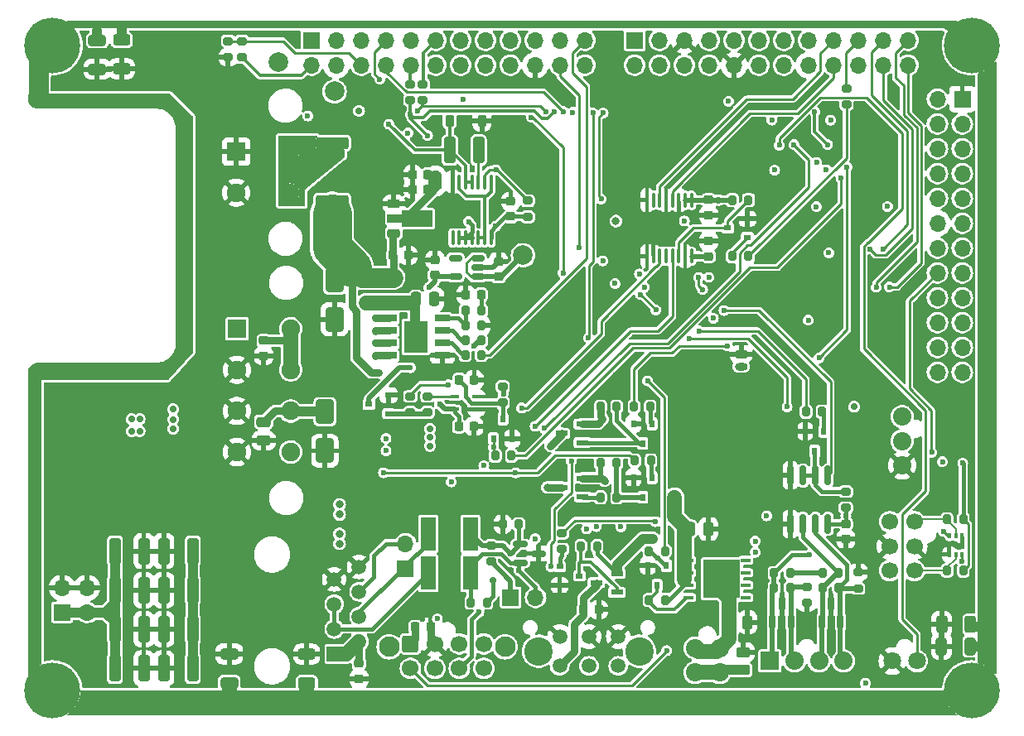
<source format=gbr>
%TF.GenerationSoftware,KiCad,Pcbnew,8.0.8*%
%TF.CreationDate,2025-02-06T17:20:12+00:00*%
%TF.ProjectId,mallow_adapt_v1.3,6d616c6c-6f77-45f6-9164-6170745f7631,rev?*%
%TF.SameCoordinates,Original*%
%TF.FileFunction,Copper,L1,Top*%
%TF.FilePolarity,Positive*%
%FSLAX46Y46*%
G04 Gerber Fmt 4.6, Leading zero omitted, Abs format (unit mm)*
G04 Created by KiCad (PCBNEW 8.0.8) date 2025-02-06 17:20:12*
%MOMM*%
%LPD*%
G01*
G04 APERTURE LIST*
G04 Aperture macros list*
%AMRoundRect*
0 Rectangle with rounded corners*
0 $1 Rounding radius*
0 $2 $3 $4 $5 $6 $7 $8 $9 X,Y pos of 4 corners*
0 Add a 4 corners polygon primitive as box body*
4,1,4,$2,$3,$4,$5,$6,$7,$8,$9,$2,$3,0*
0 Add four circle primitives for the rounded corners*
1,1,$1+$1,$2,$3*
1,1,$1+$1,$4,$5*
1,1,$1+$1,$6,$7*
1,1,$1+$1,$8,$9*
0 Add four rect primitives between the rounded corners*
20,1,$1+$1,$2,$3,$4,$5,0*
20,1,$1+$1,$4,$5,$6,$7,0*
20,1,$1+$1,$6,$7,$8,$9,0*
20,1,$1+$1,$8,$9,$2,$3,0*%
%AMFreePoly0*
4,1,9,3.862500,-0.866500,0.737500,-0.866500,0.737500,-0.450000,-0.737500,-0.450000,-0.737500,0.450000,0.737500,0.450000,0.737500,0.866500,3.862500,0.866500,3.862500,-0.866500,3.862500,-0.866500,$1*%
G04 Aperture macros list end*
%TA.AperFunction,SMDPad,CuDef*%
%ADD10R,0.420000X0.600000*%
%TD*%
%TA.AperFunction,SMDPad,CuDef*%
%ADD11O,0.420000X0.600000*%
%TD*%
%TA.AperFunction,SMDPad,CuDef*%
%ADD12R,1.016000X0.406400*%
%TD*%
%TA.AperFunction,SMDPad,CuDef*%
%ADD13R,3.821000X3.908998*%
%TD*%
%TA.AperFunction,SMDPad,CuDef*%
%ADD14R,1.525000X0.700000*%
%TD*%
%TA.AperFunction,SMDPad,CuDef*%
%ADD15R,2.400000X3.200000*%
%TD*%
%TA.AperFunction,SMDPad,CuDef*%
%ADD16RoundRect,0.250000X0.325000X1.100000X-0.325000X1.100000X-0.325000X-1.100000X0.325000X-1.100000X0*%
%TD*%
%TA.AperFunction,SMDPad,CuDef*%
%ADD17RoundRect,0.250000X-0.325000X-1.100000X0.325000X-1.100000X0.325000X1.100000X-0.325000X1.100000X0*%
%TD*%
%TA.AperFunction,ComponentPad*%
%ADD18R,1.700000X1.700000*%
%TD*%
%TA.AperFunction,ComponentPad*%
%ADD19O,1.700000X1.700000*%
%TD*%
%TA.AperFunction,SMDPad,CuDef*%
%ADD20RoundRect,0.250000X-0.312500X-0.625000X0.312500X-0.625000X0.312500X0.625000X-0.312500X0.625000X0*%
%TD*%
%TA.AperFunction,SMDPad,CuDef*%
%ADD21RoundRect,0.100000X0.350000X0.100000X-0.350000X0.100000X-0.350000X-0.100000X0.350000X-0.100000X0*%
%TD*%
%TA.AperFunction,SMDPad,CuDef*%
%ADD22RoundRect,0.200000X-0.275000X0.200000X-0.275000X-0.200000X0.275000X-0.200000X0.275000X0.200000X0*%
%TD*%
%TA.AperFunction,SMDPad,CuDef*%
%ADD23RoundRect,0.200000X0.200000X0.275000X-0.200000X0.275000X-0.200000X-0.275000X0.200000X-0.275000X0*%
%TD*%
%TA.AperFunction,SMDPad,CuDef*%
%ADD24RoundRect,0.250000X-0.250000X-0.475000X0.250000X-0.475000X0.250000X0.475000X-0.250000X0.475000X0*%
%TD*%
%TA.AperFunction,SMDPad,CuDef*%
%ADD25RoundRect,0.225000X0.250000X-0.225000X0.250000X0.225000X-0.250000X0.225000X-0.250000X-0.225000X0*%
%TD*%
%TA.AperFunction,SMDPad,CuDef*%
%ADD26RoundRect,0.250000X0.450000X-0.262500X0.450000X0.262500X-0.450000X0.262500X-0.450000X-0.262500X0*%
%TD*%
%TA.AperFunction,SMDPad,CuDef*%
%ADD27RoundRect,0.250000X-0.650000X0.325000X-0.650000X-0.325000X0.650000X-0.325000X0.650000X0.325000X0*%
%TD*%
%TA.AperFunction,ComponentPad*%
%ADD28C,3.600000*%
%TD*%
%TA.AperFunction,ConnectorPad*%
%ADD29C,5.700000*%
%TD*%
%TA.AperFunction,SMDPad,CuDef*%
%ADD30RoundRect,0.200000X0.275000X-0.200000X0.275000X0.200000X-0.275000X0.200000X-0.275000X-0.200000X0*%
%TD*%
%TA.AperFunction,SMDPad,CuDef*%
%ADD31RoundRect,0.225000X-0.225000X-0.250000X0.225000X-0.250000X0.225000X0.250000X-0.225000X0.250000X0*%
%TD*%
%TA.AperFunction,SMDPad,CuDef*%
%ADD32RoundRect,0.150000X0.150000X-0.587500X0.150000X0.587500X-0.150000X0.587500X-0.150000X-0.587500X0*%
%TD*%
%TA.AperFunction,SMDPad,CuDef*%
%ADD33RoundRect,0.150000X-0.587500X-0.150000X0.587500X-0.150000X0.587500X0.150000X-0.587500X0.150000X0*%
%TD*%
%TA.AperFunction,SMDPad,CuDef*%
%ADD34R,0.800000X0.600000*%
%TD*%
%TA.AperFunction,SMDPad,CuDef*%
%ADD35R,0.600000X0.800000*%
%TD*%
%TA.AperFunction,SMDPad,CuDef*%
%ADD36C,2.000000*%
%TD*%
%TA.AperFunction,SMDPad,CuDef*%
%ADD37RoundRect,0.250000X-0.625000X0.312500X-0.625000X-0.312500X0.625000X-0.312500X0.625000X0.312500X0*%
%TD*%
%TA.AperFunction,SMDPad,CuDef*%
%ADD38RoundRect,0.200000X-0.200000X-0.275000X0.200000X-0.275000X0.200000X0.275000X-0.200000X0.275000X0*%
%TD*%
%TA.AperFunction,SMDPad,CuDef*%
%ADD39RoundRect,0.225000X0.225000X0.250000X-0.225000X0.250000X-0.225000X-0.250000X0.225000X-0.250000X0*%
%TD*%
%TA.AperFunction,SMDPad,CuDef*%
%ADD40RoundRect,0.250000X0.650000X-0.325000X0.650000X0.325000X-0.650000X0.325000X-0.650000X-0.325000X0*%
%TD*%
%TA.AperFunction,SMDPad,CuDef*%
%ADD41RoundRect,0.250000X-1.425000X0.362500X-1.425000X-0.362500X1.425000X-0.362500X1.425000X0.362500X0*%
%TD*%
%TA.AperFunction,SMDPad,CuDef*%
%ADD42RoundRect,0.250000X0.650000X-1.000000X0.650000X1.000000X-0.650000X1.000000X-0.650000X-1.000000X0*%
%TD*%
%TA.AperFunction,SMDPad,CuDef*%
%ADD43RoundRect,0.225000X-0.425000X-0.225000X0.425000X-0.225000X0.425000X0.225000X-0.425000X0.225000X0*%
%TD*%
%TA.AperFunction,SMDPad,CuDef*%
%ADD44FreePoly0,0.000000*%
%TD*%
%TA.AperFunction,SMDPad,CuDef*%
%ADD45R,1.500000X3.430000*%
%TD*%
%TA.AperFunction,SMDPad,CuDef*%
%ADD46RoundRect,0.250000X-0.475000X0.250000X-0.475000X-0.250000X0.475000X-0.250000X0.475000X0.250000X0*%
%TD*%
%TA.AperFunction,SMDPad,CuDef*%
%ADD47R,1.250000X0.600000*%
%TD*%
%TA.AperFunction,SMDPad,CuDef*%
%ADD48RoundRect,0.250000X0.325000X0.650000X-0.325000X0.650000X-0.325000X-0.650000X0.325000X-0.650000X0*%
%TD*%
%TA.AperFunction,SMDPad,CuDef*%
%ADD49RoundRect,0.225000X-0.250000X0.225000X-0.250000X-0.225000X0.250000X-0.225000X0.250000X0.225000X0*%
%TD*%
%TA.AperFunction,SMDPad,CuDef*%
%ADD50RoundRect,0.250000X0.625000X-0.312500X0.625000X0.312500X-0.625000X0.312500X-0.625000X-0.312500X0*%
%TD*%
%TA.AperFunction,SMDPad,CuDef*%
%ADD51RoundRect,0.150000X-0.150000X0.825000X-0.150000X-0.825000X0.150000X-0.825000X0.150000X0.825000X0*%
%TD*%
%TA.AperFunction,SMDPad,CuDef*%
%ADD52RoundRect,0.225000X-0.225000X-0.375000X0.225000X-0.375000X0.225000X0.375000X-0.225000X0.375000X0*%
%TD*%
%TA.AperFunction,SMDPad,CuDef*%
%ADD53RoundRect,0.100000X-0.100000X0.637500X-0.100000X-0.637500X0.100000X-0.637500X0.100000X0.637500X0*%
%TD*%
%TA.AperFunction,SMDPad,CuDef*%
%ADD54RoundRect,0.150000X0.512500X0.150000X-0.512500X0.150000X-0.512500X-0.150000X0.512500X-0.150000X0*%
%TD*%
%TA.AperFunction,ComponentPad*%
%ADD55C,2.909999*%
%TD*%
%TA.AperFunction,ComponentPad*%
%ADD56C,1.520000*%
%TD*%
%TA.AperFunction,ComponentPad*%
%ADD57C,1.875000*%
%TD*%
%TA.AperFunction,ComponentPad*%
%ADD58R,1.875000X1.875000*%
%TD*%
%TA.AperFunction,ComponentPad*%
%ADD59C,1.800000*%
%TD*%
%TA.AperFunction,ComponentPad*%
%ADD60C,1.500000*%
%TD*%
%TA.AperFunction,ComponentPad*%
%ADD61R,1.500000X1.500000*%
%TD*%
%TA.AperFunction,ComponentPad*%
%ADD62C,1.900000*%
%TD*%
%TA.AperFunction,ComponentPad*%
%ADD63R,1.900000X1.900000*%
%TD*%
%TA.AperFunction,ComponentPad*%
%ADD64C,2.100000*%
%TD*%
%TA.AperFunction,ComponentPad*%
%ADD65C,1.700000*%
%TD*%
%TA.AperFunction,ComponentPad*%
%ADD66RoundRect,0.250000X-0.600000X-0.600000X0.600000X-0.600000X0.600000X0.600000X-0.600000X0.600000X0*%
%TD*%
%TA.AperFunction,ComponentPad*%
%ADD67RoundRect,0.200000X-0.450000X0.200000X-0.450000X-0.200000X0.450000X-0.200000X0.450000X0.200000X0*%
%TD*%
%TA.AperFunction,ComponentPad*%
%ADD68O,1.300000X0.800000*%
%TD*%
%TA.AperFunction,ViaPad*%
%ADD69C,0.600000*%
%TD*%
%TA.AperFunction,ViaPad*%
%ADD70C,0.700000*%
%TD*%
%TA.AperFunction,ViaPad*%
%ADD71C,0.800000*%
%TD*%
%TA.AperFunction,Conductor*%
%ADD72C,1.500000*%
%TD*%
%TA.AperFunction,Conductor*%
%ADD73C,0.500000*%
%TD*%
%TA.AperFunction,Conductor*%
%ADD74C,0.300000*%
%TD*%
%TA.AperFunction,Conductor*%
%ADD75C,0.250000*%
%TD*%
%TA.AperFunction,Conductor*%
%ADD76C,0.400000*%
%TD*%
%TA.AperFunction,Conductor*%
%ADD77C,1.000000*%
%TD*%
%TA.AperFunction,Conductor*%
%ADD78C,0.750000*%
%TD*%
%TA.AperFunction,Conductor*%
%ADD79C,2.000000*%
%TD*%
%TA.AperFunction,Conductor*%
%ADD80C,0.200000*%
%TD*%
%TA.AperFunction,Conductor*%
%ADD81C,4.000000*%
%TD*%
G04 APERTURE END LIST*
D10*
%TO.P,U1,1,S2*%
%TO.N,GND*%
X90675010Y5925000D03*
D11*
%TO.P,U1,2,G2*%
%TO.N,/Connectors/BAT1_in*%
X91325009Y5925000D03*
%TO.P,U1,3,D1*%
%TO.N,/Connectors/ADC4*%
X91975008Y5925000D03*
%TO.P,U1,4,S1*%
%TO.N,GND*%
X91975008Y7825002D03*
%TO.P,U1,5,G1*%
%TO.N,/Connectors/BAT2_in*%
X91325009Y7825002D03*
%TO.P,U1,6,D2*%
%TO.N,/Connectors/ADC3*%
X90675010Y7825002D03*
%TD*%
D12*
%TO.P,Q4,1,S*%
%TO.N,+12V*%
X64008010Y5330000D03*
%TO.P,Q4,2,S*%
X64008010Y4060000D03*
%TO.P,Q4,3,S*%
X64008010Y2790000D03*
%TO.P,Q4,4,G*%
%TO.N,Net-(Q4-G)*%
X64008010Y1520000D03*
%TO.P,Q4,5,D*%
%TO.N,/Connectors/Led*%
X69850010Y1520000D03*
%TO.P,Q4,6,D*%
X69850010Y2790000D03*
%TO.P,Q4,7,D*%
X69850010Y4060000D03*
D13*
%TO.P,Q4,8,D*%
X67431510Y3423699D03*
D12*
X69850010Y5330000D03*
%TD*%
D14*
%TO.P,IC1,1,GND*%
%TO.N,GND*%
X38850010Y26275000D03*
%TO.P,IC1,2,IN*%
%TO.N,Net-(IC1-IN)*%
X38850010Y27545000D03*
%TO.P,IC1,3,SEN*%
%TO.N,Net-(IC1-SEN)*%
X38850010Y28815000D03*
%TO.P,IC1,4,SENSE*%
%TO.N,Net-(IC1-SENSE)*%
X38850010Y30085000D03*
%TO.P,IC1,5,OUT_1*%
%TO.N,Net-(IC1-OUT_1)*%
X33426010Y30085000D03*
%TO.P,IC1,6,OUT_2*%
X33426010Y28815000D03*
%TO.P,IC1,7,OUT_3*%
X33426010Y27545000D03*
%TO.P,IC1,8,OUT_4*%
X33426010Y26275000D03*
D15*
%TO.P,IC1,9,VBB*%
%TO.N,+12V*%
X36138010Y28180000D03*
%TD*%
D16*
%TO.P,C40,1*%
%TO.N,+12V*%
X13350010Y-5725000D03*
%TO.P,C40,2*%
%TO.N,GND*%
X10400010Y-5725000D03*
%TD*%
%TO.P,C38,1*%
%TO.N,+12V*%
X13350010Y-1725000D03*
%TO.P,C38,2*%
%TO.N,GND*%
X10400010Y-1725000D03*
%TD*%
%TO.P,C34,1*%
%TO.N,+12V*%
X13350010Y2275000D03*
%TO.P,C34,2*%
%TO.N,GND*%
X10400010Y2275000D03*
%TD*%
D17*
%TO.P,C30,1*%
%TO.N,+12V*%
X5400010Y-1725000D03*
%TO.P,C30,2*%
%TO.N,GND*%
X8350010Y-1725000D03*
%TD*%
%TO.P,C27,1*%
%TO.N,+12V*%
X5400010Y2275000D03*
%TO.P,C27,2*%
%TO.N,GND*%
X8350010Y2275000D03*
%TD*%
D18*
%TO.P,JP3,1,Pin_1*%
%TO.N,Net-(JP3-Pin_1)*%
X45850010Y1525000D03*
D19*
%TO.P,JP3,2,Pin_2*%
%TO.N,/Rs485/RS485_A_K*%
X48390010Y1525000D03*
%TD*%
D16*
%TO.P,C44,1*%
%TO.N,+12V*%
X13350010Y6275000D03*
%TO.P,C44,2*%
%TO.N,GND*%
X10400010Y6275000D03*
%TD*%
D17*
%TO.P,C42,1*%
%TO.N,+12V*%
X5400010Y6275000D03*
%TO.P,C42,2*%
%TO.N,GND*%
X8350010Y6275000D03*
%TD*%
%TO.P,C29,1*%
%TO.N,+12V*%
X5400010Y-5725000D03*
%TO.P,C29,2*%
%TO.N,GND*%
X8350010Y-5725000D03*
%TD*%
D20*
%TO.P,R32,1*%
%TO.N,GND*%
X89887510Y-1225000D03*
%TO.P,R32,2*%
%TO.N,GND_CHASSIS*%
X92812510Y-1225000D03*
%TD*%
D21*
%TO.P,U13,1*%
%TO.N,GND*%
X42350010Y20775000D03*
%TO.P,U13,2*%
%TO.N,Net-(C69-Pad1)*%
X42350010Y21425000D03*
%TO.P,U13,3,GND*%
%TO.N,GND*%
X42350010Y22075000D03*
%TO.P,U13,4*%
%TO.N,Net-(R65-Pad1)*%
X40150010Y22075000D03*
%TO.P,U13,5,VCC*%
%TO.N,+1V8_SB*%
X40150010Y20775000D03*
%TD*%
D22*
%TO.P,R64,1*%
%TO.N,/Watchdog/WD{slash}INT*%
X47600010Y42100000D03*
%TO.P,R64,2*%
%TO.N,+3.3VP*%
X47600010Y40450000D03*
%TD*%
D23*
%TO.P,R35,1*%
%TO.N,Net-(Q9-Pad3)*%
X56675010Y15275000D03*
%TO.P,R35,2*%
%TO.N,+3.3VP*%
X55025010Y15275000D03*
%TD*%
D24*
%TO.P,C9,1*%
%TO.N,+12V*%
X36150010Y32025000D03*
%TO.P,C9,2*%
%TO.N,GND*%
X38050010Y32025000D03*
%TD*%
D25*
%TO.P,C70,1*%
%TO.N,+3.3VP*%
X45850010Y40500000D03*
%TO.P,C70,2*%
%TO.N,GND*%
X45850010Y42050000D03*
%TD*%
D26*
%TO.P,R16,1*%
%TO.N,/Connectors/FB*%
X69600010Y-5887500D03*
%TO.P,R16,2*%
%TO.N,GND*%
X69600010Y-4062500D03*
%TD*%
D27*
%TO.P,C52,1*%
%TO.N,GND_CHASSIS*%
X3600010Y58500000D03*
%TO.P,C52,2*%
%TO.N,GND*%
X3600010Y55550000D03*
%TD*%
D28*
%TO.P,H1,1,1*%
%TO.N,GND_CHASSIS*%
X93000000Y58000000D03*
D29*
X93000000Y58000000D03*
%TD*%
D25*
%TO.P,C28,1*%
%TO.N,+3.3VP*%
X44604817Y34331782D03*
%TO.P,C28,2*%
%TO.N,GND*%
X44604817Y35881782D03*
%TD*%
D30*
%TO.P,R67,1*%
%TO.N,Net-(C69-Pad1)*%
X45024991Y21449549D03*
%TO.P,R67,2*%
%TO.N,+3.3VP*%
X45024991Y23099549D03*
%TD*%
D31*
%TO.P,C69,1*%
%TO.N,Net-(C69-Pad1)*%
X40575010Y23775000D03*
%TO.P,C69,2*%
%TO.N,GND*%
X42125010Y23775000D03*
%TD*%
D32*
%TO.P,D5,1,A1*%
%TO.N,/Rs485/RS485_A_1*%
X72600010Y-975000D03*
%TO.P,D5,2,A2*%
%TO.N,/Rs485/RS485_B_1*%
X74500010Y-975000D03*
%TO.P,D5,3,common*%
%TO.N,GND*%
X73550010Y900000D03*
%TD*%
D33*
%TO.P,D3,1,A1*%
%TO.N,/Rs485/RS485_B_K*%
X46825010Y6975000D03*
%TO.P,D3,2,A2*%
%TO.N,/Rs485/RS485_A_K*%
X46825010Y5075000D03*
%TO.P,D3,3,common*%
%TO.N,GND*%
X48700010Y6025000D03*
%TD*%
D23*
%TO.P,R47,1*%
%TO.N,/Rs485/RS485_V+*%
X74425010Y4025000D03*
%TO.P,R47,2*%
%TO.N,/Rs485/RS485_A_1*%
X72775010Y4025000D03*
%TD*%
D34*
%TO.P,Q17,1*%
%TO.N,Net-(Q17-Pad1)*%
X33370010Y20325000D03*
%TO.P,Q17,2*%
%TO.N,GND*%
X33370010Y22225000D03*
%TO.P,Q17,3*%
%TO.N,Net-(D7-A)*%
X31350010Y21275000D03*
%TD*%
D23*
%TO.P,R39,1*%
%TO.N,/Rs485/RS485_B_K*%
X46675010Y9025000D03*
%TO.P,R39,2*%
%TO.N,GND*%
X45025010Y9025000D03*
%TD*%
D35*
%TO.P,Q18,1*%
%TO.N,Net-(C12-Pad1)*%
X44100010Y17775000D03*
%TO.P,Q18,2*%
%TO.N,GND*%
X46000010Y17775000D03*
%TO.P,Q18,3*%
%TO.N,Net-(C69-Pad1)*%
X45050010Y19795000D03*
%TD*%
D36*
%TO.P,TP7,1,1*%
%TO.N,+5V*%
X22100010Y56275000D03*
%TD*%
D35*
%TO.P,Q1,1*%
%TO.N,Net-(Q1-Pad1)*%
X60300010Y19285000D03*
%TO.P,Q1,2*%
%TO.N,GND*%
X58400010Y19285000D03*
%TO.P,Q1,3*%
%TO.N,Net-(Q5-G)*%
X59350010Y17265000D03*
%TD*%
D37*
%TO.P,R31,1*%
%TO.N,GND*%
X25005010Y-4262500D03*
%TO.P,R31,2*%
%TO.N,GND_CHASSIS*%
X25005010Y-7187500D03*
%TD*%
D30*
%TO.P,R60,2*%
%TO.N,/Connectors/ADC2*%
X16977831Y58432766D03*
%TO.P,R60,1*%
%TO.N,GND*%
X16977831Y56782766D03*
%TD*%
D36*
%TO.P,TP8,1,1*%
%TO.N,+3.3VP*%
X47100010Y36525000D03*
%TD*%
D30*
%TO.P,R26,1*%
%TO.N,i2C_1_SDA_H*%
X35600010Y52375000D03*
%TO.P,R26,2*%
%TO.N,/Connectors/i2C_1_SDA*%
X35600010Y54025000D03*
%TD*%
D38*
%TO.P,R10,1*%
%TO.N,Net-(IC4-DIM)*%
X59986010Y6275000D03*
%TO.P,R10,2*%
%TO.N,/Connectors/PWM1*%
X61636010Y6275000D03*
%TD*%
D32*
%TO.P,D4,1,A1*%
%TO.N,/Rs485/RS485_A_2*%
X77650010Y-992359D03*
%TO.P,D4,2,A2*%
%TO.N,/Rs485/RS485_B_2*%
X79550010Y-992359D03*
%TO.P,D4,3,common*%
%TO.N,GND*%
X78600010Y882641D03*
%TD*%
D23*
%TO.P,R14,2*%
%TO.N,Net-(Q4-G)*%
X59986010Y1275000D03*
%TO.P,R14,1*%
%TO.N,+12V*%
X61636010Y1275000D03*
%TD*%
D39*
%TO.P,C25,1*%
%TO.N,+3.3VP*%
X37375010Y43275000D03*
%TO.P,C25,2*%
%TO.N,GND*%
X35825010Y43275000D03*
%TD*%
D38*
%TO.P,R34,1*%
%TO.N,Net-(Q10-Pad1)*%
X68500010Y36425000D03*
%TO.P,R34,2*%
%TO.N,UART_1_CTRL*%
X70150010Y36425000D03*
%TD*%
D25*
%TO.P,C37,1*%
%TO.N,+1V8_SB*%
X38100010Y34500000D03*
%TO.P,C37,2*%
%TO.N,GND*%
X38100010Y36050000D03*
%TD*%
D40*
%TO.P,C53,1*%
%TO.N,GND_CHASSIS*%
X17100010Y-7200000D03*
%TO.P,C53,2*%
%TO.N,GND*%
X17100010Y-4250000D03*
%TD*%
D23*
%TO.P,R5,1*%
%TO.N,Net-(Q1-Pad1)*%
X60100010Y21025000D03*
%TO.P,R5,2*%
%TO.N,/Connectors/SENS_EN*%
X58450010Y21025000D03*
%TD*%
D36*
%TO.P,TP6,1,1*%
%TO.N,/Connectors/+3.3V*%
X27850010Y53275000D03*
%TD*%
D23*
%TO.P,R7,1*%
%TO.N,+3.3VP*%
X42850010Y27835000D03*
%TO.P,R7,2*%
%TO.N,Net-(IC1-SEN)*%
X41200010Y27835000D03*
%TD*%
D31*
%TO.P,C23,1*%
%TO.N,+BATT+*%
X33825010Y36525000D03*
%TO.P,C23,2*%
%TO.N,GND*%
X35375010Y36525000D03*
%TD*%
D39*
%TO.P,C5,1*%
%TO.N,Net-(C5-Pad1)*%
X42825010Y32485000D03*
%TO.P,C5,2*%
%TO.N,GND*%
X41275010Y32485000D03*
%TD*%
D41*
%TO.P,R28,1*%
%TO.N,Net-(IC2-SENSEN)*%
X27600010Y47987500D03*
%TO.P,R28,2*%
%TO.N,+BATT+*%
X27600010Y42062500D03*
%TD*%
D35*
%TO.P,Q9,1*%
%TO.N,Net-(Q9-Pad1)*%
X60300010Y13785000D03*
%TO.P,Q9,2*%
%TO.N,GND*%
X58400010Y13785000D03*
%TO.P,Q9,3*%
%TO.N,Net-(Q9-Pad3)*%
X59350010Y11765000D03*
%TD*%
D28*
%TO.P,H4,1,1*%
%TO.N,GND_CHASSIS*%
X93000000Y-8000000D03*
D29*
X93000000Y-8000000D03*
%TD*%
D35*
%TO.P,Q16,1*%
%TO.N,Net-(Q16-Pad1)*%
X77850010Y18525000D03*
%TO.P,Q16,2*%
%TO.N,GND*%
X75950010Y18525000D03*
%TO.P,Q16,3*%
%TO.N,Net-(U9-DE)*%
X76900010Y16505000D03*
%TD*%
D23*
%TO.P,R45,2*%
%TO.N,/Rs485/RS485_A_K*%
X41775010Y1025000D03*
%TO.P,R45,1*%
%TO.N,/Rs485/RS485_V+*%
X43425010Y1025000D03*
%TD*%
D38*
%TO.P,R12,1*%
%TO.N,+3.3VP*%
X55025010Y21025000D03*
%TO.P,R12,2*%
%TO.N,Net-(Q5-G)*%
X56675010Y21025000D03*
%TD*%
D42*
%TO.P,D1,1,A1*%
%TO.N,GND*%
X26850010Y16525000D03*
%TO.P,D1,2,A2*%
%TO.N,+24V*%
X26850010Y20525000D03*
%TD*%
D39*
%TO.P,C21,1*%
%TO.N,+3.3VP*%
X37375010Y44775000D03*
%TO.P,C21,2*%
%TO.N,GND*%
X35825010Y44775000D03*
%TD*%
D23*
%TO.P,R40,1*%
%TO.N,Net-(Q9-Pad3)*%
X56675010Y11775000D03*
%TO.P,R40,2*%
%TO.N,Net-(Q11-G)*%
X55025010Y11775000D03*
%TD*%
D22*
%TO.P,R65,1*%
%TO.N,Net-(R65-Pad1)*%
X37350010Y22100000D03*
%TO.P,R65,2*%
%TO.N,Net-(Q17-Pad1)*%
X37350010Y20450000D03*
%TD*%
D43*
%TO.P,U2,1,GND*%
%TO.N,GND*%
X33900010Y41775000D03*
D44*
%TO.P,U2,2,VO*%
%TO.N,+3.3VP*%
X33987510Y40275000D03*
D43*
%TO.P,U2,3,VI*%
%TO.N,+BATT+*%
X33900010Y38775000D03*
%TD*%
D45*
%TO.P,F1,1,1*%
%TO.N,/Rs485/RS485_B_K*%
X41725010Y8025000D03*
%TO.P,F1,2,2*%
%TO.N,/Rs485/T{slash}R-*%
X37425010Y8025000D03*
%TD*%
D28*
%TO.P,H3,1,1*%
%TO.N,GND_CHASSIS*%
X-999990Y-8000000D03*
D29*
X-999990Y-8000000D03*
%TD*%
D16*
%TO.P,C66,1*%
%TO.N,Net-(C66-Pad1)*%
X42575010Y47275000D03*
%TO.P,C66,2*%
%TO.N,Net-(D8-K)*%
X39625010Y47275000D03*
%TD*%
D34*
%TO.P,Q2,1*%
%TO.N,Net-(Q2-Pad1)*%
X50850010Y4675000D03*
%TO.P,Q2,2*%
%TO.N,GND*%
X50850010Y2775000D03*
%TO.P,Q2,3*%
%TO.N,Net-(Q6-G)*%
X52870010Y3725000D03*
%TD*%
D46*
%TO.P,C14,1*%
%TO.N,+24V*%
X20600010Y19475000D03*
%TO.P,C14,2*%
%TO.N,GND*%
X20600010Y17575000D03*
%TD*%
D23*
%TO.P,R33,1*%
%TO.N,Net-(Q9-Pad1)*%
X60175010Y15525000D03*
%TO.P,R33,2*%
%TO.N,Kerong*%
X58525010Y15525000D03*
%TD*%
%TO.P,R42,2*%
%TO.N,/Rs485/RS485_A_2*%
X77703325Y2516331D03*
%TO.P,R42,1*%
%TO.N,/Rs485/RS485_B_2*%
X79353325Y2516331D03*
%TD*%
D22*
%TO.P,R41,2*%
%TO.N,Net-(JP3-Pin_1)*%
X43833108Y5181343D03*
%TO.P,R41,1*%
%TO.N,/Rs485/RS485_B_K*%
X43833108Y6831343D03*
%TD*%
D47*
%TO.P,Q6,1,G*%
%TO.N,Net-(Q6-G)*%
X56700010Y2070000D03*
%TO.P,Q6,2,S*%
%TO.N,+5V*%
X56700010Y3980000D03*
%TO.P,Q6,3,D*%
%TO.N,Net-(J5-Pin_1)*%
X54600010Y3025000D03*
%TD*%
D35*
%TO.P,Q3,3*%
%TO.N,Net-(Q4-G)*%
X60811010Y2751337D03*
%TO.P,Q3,2*%
%TO.N,GND*%
X59861010Y4771337D03*
%TO.P,Q3,1*%
%TO.N,Net-(IC4-DIM)*%
X61761010Y4771337D03*
%TD*%
D48*
%TO.P,C54,1*%
%TO.N,GND_CHASSIS*%
X92825010Y-3475000D03*
%TO.P,C54,2*%
%TO.N,GND*%
X89875010Y-3475000D03*
%TD*%
D30*
%TO.P,R66,1*%
%TO.N,Net-(Q17-Pad1)*%
X35600010Y20450000D03*
%TO.P,R66,2*%
%TO.N,WD_OUT*%
X35600010Y22100000D03*
%TD*%
D49*
%TO.P,C63,1*%
%TO.N,/Rs485/RS485_V+*%
X80100010Y9050000D03*
%TO.P,C63,2*%
%TO.N,GND*%
X80100010Y7500000D03*
%TD*%
D47*
%TO.P,Q11,1,G*%
%TO.N,Net-(Q11-G)*%
X53200010Y11820000D03*
%TO.P,Q11,2,S*%
%TO.N,+3.3VP*%
X53200010Y13730000D03*
%TO.P,Q11,3,D*%
%TO.N,/Rs485/RS485_V+*%
X51100010Y12775000D03*
%TD*%
D31*
%TO.P,C10,1*%
%TO.N,Net-(J5-Pin_1)*%
X53300010Y275000D03*
%TO.P,C10,2*%
%TO.N,GND*%
X54850010Y275000D03*
%TD*%
D49*
%TO.P,C13,1*%
%TO.N,Net-(IC1-OUT_1)*%
X20600010Y27800000D03*
%TO.P,C13,2*%
%TO.N,GND*%
X20600010Y26250000D03*
%TD*%
D24*
%TO.P,C7,1*%
%TO.N,/Connectors/Led*%
X68150010Y-1025000D03*
%TO.P,C7,2*%
%TO.N,GND*%
X70050010Y-1025000D03*
%TD*%
D30*
%TO.P,R36,1*%
%TO.N,/Rs485/RS485_B_2*%
X81350010Y2450000D03*
%TO.P,R36,2*%
%TO.N,GND*%
X81350010Y4100000D03*
%TD*%
D22*
%TO.P,R58,1*%
%TO.N,/Connectors/ADC2*%
X18350010Y58425000D03*
%TO.P,R58,2*%
%TO.N,/Connectors/+3.3V*%
X18350010Y56775000D03*
%TD*%
D49*
%TO.P,C55,1*%
%TO.N,+1V8*%
X66075010Y42200000D03*
%TO.P,C55,2*%
%TO.N,GND*%
X66075010Y40650000D03*
%TD*%
D25*
%TO.P,C58,1*%
%TO.N,+3.3VP*%
X66075010Y36400000D03*
%TO.P,C58,2*%
%TO.N,GND*%
X66075010Y37950000D03*
%TD*%
D22*
%TO.P,R61,1*%
%TO.N,Net-(U9-DE)*%
X80100010Y12350000D03*
%TO.P,R61,2*%
%TO.N,/Rs485/RS485_V+*%
X80100010Y10700000D03*
%TD*%
D23*
%TO.P,R11,1*%
%TO.N,GND*%
X42875010Y29335000D03*
%TO.P,R11,2*%
%TO.N,Net-(IC1-SENSE)*%
X41225010Y29335000D03*
%TD*%
D30*
%TO.P,R27,1*%
%TO.N,i2C_1_SCL_H*%
X36850010Y52375000D03*
%TO.P,R27,2*%
%TO.N,/Connectors/i2C_1_SCL*%
X36850010Y54025000D03*
%TD*%
D22*
%TO.P,R37,1*%
%TO.N,/Rs485/RS485_B_1*%
X76100010Y2600000D03*
%TO.P,R37,2*%
%TO.N,GND*%
X76100010Y950000D03*
%TD*%
D31*
%TO.P,C68,1*%
%TO.N,+1V8_SB*%
X40550010Y19025000D03*
%TO.P,C68,2*%
%TO.N,GND*%
X42100010Y19025000D03*
%TD*%
D23*
%TO.P,R43,2*%
%TO.N,/Rs485/RS485_A_1*%
X72775010Y2525000D03*
%TO.P,R43,1*%
%TO.N,/Rs485/RS485_B_1*%
X74425010Y2525000D03*
%TD*%
D31*
%TO.P,C8,1*%
%TO.N,Net-(J6-Pin_1)*%
X36100010Y-1475000D03*
%TO.P,C8,2*%
%TO.N,GND*%
X37650010Y-1475000D03*
%TD*%
D23*
%TO.P,R38,1*%
%TO.N,Net-(U5-2~{OE})*%
X70150010Y42175000D03*
%TO.P,R38,2*%
%TO.N,+1V8*%
X68500010Y42175000D03*
%TD*%
D38*
%TO.P,R46,1*%
%TO.N,/Rs485/RS485_V+*%
X77712418Y4025741D03*
%TO.P,R46,2*%
%TO.N,/Rs485/RS485_A_2*%
X79362418Y4025741D03*
%TD*%
D24*
%TO.P,C6,1*%
%TO.N,+12V*%
X64150010Y8525000D03*
%TO.P,C6,2*%
%TO.N,GND*%
X66050010Y8525000D03*
%TD*%
D50*
%TO.P,R30,1*%
%TO.N,GND*%
X6100010Y55600000D03*
%TO.P,R30,2*%
%TO.N,GND_CHASSIS*%
X6100010Y58525000D03*
%TD*%
D47*
%TO.P,Q5,1,G*%
%TO.N,Net-(Q5-G)*%
X53150010Y17365000D03*
%TO.P,Q5,2,S*%
%TO.N,+3.3VP*%
X53150010Y19275000D03*
%TO.P,Q5,3,D*%
%TO.N,Net-(J6-Pin_1)*%
X51050010Y18320000D03*
%TD*%
D51*
%TO.P,U9,1,RO*%
%TO.N,UART_2_RX_2*%
X78255010Y14000000D03*
%TO.P,U9,2,~{RE}*%
%TO.N,Net-(U9-DE)*%
X76985010Y14000000D03*
%TO.P,U9,3,DE*%
X75715010Y14000000D03*
%TO.P,U9,4,DI*%
%TO.N,GND*%
X74445010Y14000000D03*
%TO.P,U9,5,GND*%
X74445010Y9050000D03*
%TO.P,U9,6,A*%
%TO.N,/Rs485/RS485_A_2*%
X75715010Y9050000D03*
%TO.P,U9,7,B*%
%TO.N,/Rs485/RS485_B_2*%
X76985010Y9050000D03*
%TO.P,U9,8,VCC*%
%TO.N,/Rs485/RS485_V+*%
X78255010Y9050000D03*
%TD*%
D52*
%TO.P,D8,1,K*%
%TO.N,Net-(D8-K)*%
X39600010Y50275000D03*
%TO.P,D8,2,A*%
%TO.N,GND*%
X42900010Y50275000D03*
%TD*%
D53*
%TO.P,U5,1,VCCA*%
%TO.N,+1V8*%
X64325010Y42150000D03*
%TO.P,U5,2,1DIR*%
X63675010Y42150000D03*
%TO.P,U5,3,2DIR*%
%TO.N,GND*%
X63025010Y42150000D03*
%TO.P,U5,4,1A1*%
%TO.N,UART_1_TX*%
X62375010Y42150000D03*
%TO.P,U5,5,1A2*%
%TO.N,GND*%
X61725010Y42150000D03*
%TO.P,U5,6,2A1*%
%TO.N,UART_1_RX*%
X61075010Y42150000D03*
%TO.P,U5,7,2A2*%
%TO.N,unconnected-(U5-2A2-Pad7)*%
X60425010Y42150000D03*
%TO.P,U5,8,GND*%
%TO.N,GND*%
X59775010Y42150000D03*
%TO.P,U5,9,GND*%
X59775010Y36425000D03*
%TO.P,U5,10,2B2*%
X60425010Y36425000D03*
%TO.P,U5,11,2B1*%
%TO.N,/Rs485/UART_1_RX_H*%
X61075010Y36425000D03*
%TO.P,U5,12,1B2*%
%TO.N,unconnected-(U5-1B2-Pad12)*%
X61725010Y36425000D03*
%TO.P,U5,13,1B1*%
%TO.N,/Rs485/UART_1_TX_H*%
X62375010Y36425000D03*
%TO.P,U5,14,2~{OE}*%
%TO.N,Net-(U5-2~{OE})*%
X63025010Y36425000D03*
%TO.P,U5,15,1~{OE}*%
%TO.N,GND*%
X63675010Y36425000D03*
%TO.P,U5,16,VCCB*%
%TO.N,+3.3VP*%
X64325010Y36425000D03*
%TD*%
D28*
%TO.P,H2,1,1*%
%TO.N,GND_CHASSIS*%
X-999990Y58000000D03*
D29*
X-999990Y58000000D03*
%TD*%
D23*
%TO.P,R6,1*%
%TO.N,/Connectors/DC{slash}DC_EN*%
X42850010Y26335000D03*
%TO.P,R6,2*%
%TO.N,Net-(IC1-IN)*%
X41200010Y26335000D03*
%TD*%
D42*
%TO.P,D9,2,A2*%
%TO.N,+BATT+*%
X27850010Y33975000D03*
%TO.P,D9,1,A1*%
%TO.N,GND*%
X27850010Y29975000D03*
%TD*%
D45*
%TO.P,F2,1,1*%
%TO.N,/Rs485/RS485_A_K*%
X41725010Y4025000D03*
%TO.P,F2,2,2*%
%TO.N,/Rs485/RXD+*%
X37425010Y4025000D03*
%TD*%
D53*
%TO.P,U12,14,VCC*%
%TO.N,+3.3VP*%
X43850010Y38300000D03*
%TO.P,U12,13*%
%TO.N,Net-(U12-Pad1)*%
X43200010Y38300000D03*
%TO.P,U12,12*%
X42550010Y38300000D03*
%TO.P,U12,11*%
%TO.N,WD_OUT*%
X41900010Y38300000D03*
%TO.P,U12,10*%
X41250010Y38300000D03*
%TO.P,U12,9*%
X40600010Y38300000D03*
%TO.P,U12,8*%
%TO.N,/Watchdog/{slash}WD_OUT*%
X39950010Y38300000D03*
%TO.P,U12,7,GND*%
%TO.N,GND*%
X39950010Y44025000D03*
%TO.P,U12,6*%
%TO.N,Net-(U12-Pad1)*%
X40600010Y44025000D03*
%TO.P,U12,5*%
%TO.N,Net-(D8-K)*%
X41250010Y44025000D03*
%TO.P,U12,4*%
X41900010Y44025000D03*
%TO.P,U12,3*%
%TO.N,Net-(C66-Pad1)*%
X42550010Y44025000D03*
%TO.P,U12,2*%
%TO.N,/Watchdog/WD{slash}INT*%
X43200010Y44025000D03*
%TO.P,U12,1*%
%TO.N,Net-(U12-Pad1)*%
X43850010Y44025000D03*
%TD*%
D34*
%TO.P,Q10,1*%
%TO.N,Net-(Q10-Pad1)*%
X70032034Y38367043D03*
%TO.P,Q10,2*%
%TO.N,GND*%
X70032034Y40267043D03*
%TO.P,Q10,3*%
%TO.N,Net-(U5-2~{OE})*%
X68012034Y39317043D03*
%TD*%
D38*
%TO.P,R69,1*%
%TO.N,Net-(C12-Pad1)*%
X44275010Y16025000D03*
%TO.P,R69,2*%
%TO.N,WAKE_PIN*%
X45925010Y16025000D03*
%TD*%
D30*
%TO.P,R3,1*%
%TO.N,UART_1_CTRL*%
X80150010Y51950000D03*
%TO.P,R3,2*%
%TO.N,/Connectors/UART_1_RTS*%
X80150010Y53600000D03*
%TD*%
D23*
%TO.P,R8,1*%
%TO.N,Net-(C5-Pad1)*%
X42875010Y30885000D03*
%TO.P,R8,2*%
%TO.N,Net-(IC1-SENSE)*%
X41225010Y30885000D03*
%TD*%
D54*
%TO.P,U3,1,IN*%
%TO.N,+3.3VP*%
X42487510Y34325000D03*
%TO.P,U3,2,GND*%
%TO.N,GND*%
X42487510Y35275000D03*
%TO.P,U3,3,EN*%
%TO.N,+3.3VP*%
X42487510Y36225000D03*
%TO.P,U3,4,NC*%
%TO.N,unconnected-(U3-NC-Pad4)*%
X40212510Y36225000D03*
%TO.P,U3,5,OUT*%
%TO.N,+1V8_SB*%
X40212510Y34325000D03*
%TD*%
D23*
%TO.P,R13,1*%
%TO.N,+5V*%
X54675010Y6775000D03*
%TO.P,R13,2*%
%TO.N,Net-(Q6-G)*%
X53025010Y6775000D03*
%TD*%
D30*
%TO.P,R9,1*%
%TO.N,Net-(Q2-Pad1)*%
X51100010Y6450000D03*
%TO.P,R9,2*%
%TO.N,/Connectors/SCANNER_EN*%
X51100010Y8100000D03*
%TD*%
D23*
%TO.P,R21,1*%
%TO.N,/Connectors/+3.3V*%
X92100010Y4275000D03*
%TO.P,R21,2*%
%TO.N,/Connectors/BAT1_in*%
X90450010Y4275000D03*
%TD*%
%TO.P,R59,1*%
%TO.N,Net-(Q16-Pad1)*%
X77675010Y20525000D03*
%TO.P,R59,2*%
%TO.N,UART_2_TX_2*%
X76025010Y20525000D03*
%TD*%
D49*
%TO.P,C60,1*%
%TO.N,Net-(C60-Pad1)*%
X30350010Y-5225000D03*
%TO.P,C60,2*%
%TO.N,GND*%
X30350010Y-6775000D03*
%TD*%
D23*
%TO.P,R23,1*%
%TO.N,/Connectors/+3.3V*%
X92100010Y9525000D03*
%TO.P,R23,2*%
%TO.N,/Connectors/BAT2_in*%
X90450010Y9525000D03*
%TD*%
D55*
%TO.P,J5,P2,Pin_6*%
%TO.N,GND_CHASSIS*%
X59000008Y-3974999D03*
%TO.P,J5,P1,Pin_6*%
X48700014Y-3974999D03*
D56*
%TO.P,J5,6,Pin_6*%
%TO.N,GND*%
X56850010Y-2475000D03*
%TO.P,J5,5,Pin_5*%
X53850011Y-2475000D03*
%TO.P,J5,4,Pin_4*%
X50850012Y-2475000D03*
%TO.P,J5,3,Pin_3*%
%TO.N,RS232_RX*%
X56850010Y-5474999D03*
%TO.P,J5,2,Pin_2*%
%TO.N,RS232_TX*%
X53850011Y-5474999D03*
%TO.P,J5,1,Pin_1*%
%TO.N,Net-(J5-Pin_1)*%
X50850012Y-5474999D03*
%TD*%
D57*
%TO.P,J4,4,Pin_4*%
%TO.N,/Rs485/RS485_B_2*%
X79850010Y-4975000D03*
%TO.P,J4,3,Pin_3*%
%TO.N,/Rs485/RS485_A_2*%
X77350010Y-4975000D03*
%TO.P,J4,2,Pin_2*%
%TO.N,/Rs485/RS485_B_1*%
X74850010Y-4975000D03*
D58*
%TO.P,J4,1,Pin_1*%
%TO.N,/Rs485/RS485_A_1*%
X72350010Y-4975000D03*
%TD*%
D59*
%TO.P,J3,2,Pin_2*%
%TO.N,ALARM*%
X87350010Y-4975000D03*
%TO.P,J3,1,Pin_1*%
%TO.N,GND*%
X84850010Y-4975000D03*
%TD*%
D18*
%TO.P,X19,1,Pin_1*%
%TO.N,unconnected-(X19-Pin_1-Pad1)*%
X58520009Y58499972D03*
D19*
%TO.P,X19,2,Pin_2*%
%TO.N,unconnected-(X19-Pin_2-Pad2)*%
X58520009Y55959972D03*
%TO.P,X19,3,Pin_3*%
%TO.N,unconnected-(X19-Pin_3-Pad3)*%
X61060009Y58499972D03*
%TO.P,X19,4,Pin_4*%
%TO.N,unconnected-(X19-Pin_4-Pad4)*%
X61060009Y55959972D03*
%TO.P,X19,5,Pin_5*%
%TO.N,GND*%
X63600009Y58499972D03*
%TO.P,X19,6,Pin_6*%
%TO.N,unconnected-(X19-Pin_6-Pad6)*%
X63600009Y55959972D03*
%TO.P,X19,7,Pin_7*%
%TO.N,unconnected-(X19-Pin_7-Pad7)*%
X66140009Y58499972D03*
%TO.P,X19,8,Pin_8*%
%TO.N,unconnected-(X19-Pin_8-Pad8)*%
X66140009Y55959972D03*
%TO.P,X19,9,Pin_9*%
%TO.N,unconnected-(X19-Pin_9-Pad9)*%
X68680009Y58499972D03*
%TO.P,X19,10,Pin_10*%
%TO.N,GND*%
X68680009Y55959972D03*
%TO.P,X19,11,Pin_11*%
%TO.N,unconnected-(X19-Pin_11-Pad11)*%
X71220009Y58499972D03*
%TO.P,X19,12,Pin_12*%
%TO.N,unconnected-(X19-Pin_12-Pad12)*%
X71220009Y55959972D03*
%TO.P,X19,13,Pin_13*%
%TO.N,unconnected-(X19-Pin_13-Pad13)*%
X73760009Y58499972D03*
%TO.P,X19,14,Pin_14*%
%TO.N,unconnected-(X19-Pin_14-Pad14)*%
X73760009Y55959972D03*
%TO.P,X19,15,Pin_15*%
%TO.N,unconnected-(X19-Pin_15-Pad15)*%
X76300009Y58499972D03*
%TO.P,X19,16,Pin_16*%
%TO.N,GND*%
X76300009Y55959972D03*
%TO.P,X19,17,Pin_17*%
%TO.N,UART_1_RX*%
X78840009Y58499972D03*
%TO.P,X19,18,Pin_18*%
%TO.N,UART_1_TX*%
X78840009Y55959972D03*
%TO.P,X19,19,Pin_19*%
%TO.N,/Connectors/UART_1_RTS*%
X81380009Y58499972D03*
%TO.P,X19,20,Pin_20*%
%TO.N,/Connectors/UART_1_CTS*%
X81380009Y55959972D03*
%TO.P,X19,21,Pin_21*%
%TO.N,UART_2_RX*%
X83920009Y58499972D03*
%TO.P,X19,22,Pin_22*%
%TO.N,UART_2_TX*%
X83920009Y55959972D03*
%TO.P,X19,23,Pin_23*%
%TO.N,UART_2_RTS*%
X86460009Y58499972D03*
%TO.P,X19,24,Pin_24*%
%TO.N,UART_2_CTS*%
X86460009Y55959972D03*
%TD*%
D57*
%TO.P,J8,3,Pin_3*%
%TO.N,GND*%
X85850010Y15025000D03*
%TO.P,J8,2,Pin_2*%
%TO.N,unconnected-(J8-Pin_2-Pad2)*%
X85850010Y17525000D03*
%TO.P,J8,1,Pin_1*%
%TO.N,Net-(J8-Pin_1)*%
X85850010Y20025000D03*
%TD*%
D60*
%TO.P,J9,8*%
%TO.N,GND*%
X30350010Y4645000D03*
%TO.P,J9,7*%
X27810010Y3375000D03*
%TO.P,J9,6*%
%TO.N,/Rs485/RXD-*%
X30350010Y2105000D03*
%TO.P,J9,5*%
%TO.N,/Rs485/RXD+*%
X27810010Y835000D03*
%TO.P,J9,4*%
%TO.N,/Rs485/T{slash}R-*%
X30350010Y-435000D03*
%TO.P,J9,3*%
%TO.N,/Rs485/RXD+*%
X27810010Y-1705000D03*
%TO.P,J9,2*%
%TO.N,Net-(C60-Pad1)*%
X30350010Y-2975000D03*
D61*
%TO.P,J9,1*%
X27810010Y-4245000D03*
%TD*%
D62*
%TO.P,J1,4,Pin_4*%
%TO.N,Net-(IC2-SENSEN)*%
X23300010Y42925000D03*
%TO.P,J1,3,Pin_3*%
X23300010Y47125000D03*
%TO.P,J1,2,Pin_2*%
%TO.N,GND*%
X17800010Y42925000D03*
D63*
%TO.P,J1,1,Pin_1*%
X17800010Y47125000D03*
%TD*%
D64*
%TO.P,J6,P2,Pin_8*%
%TO.N,GND_CHASSIS*%
X45269988Y-3514999D03*
%TO.P,J6,P1,Pin_8*%
X33430012Y-3514999D03*
D65*
%TO.P,J6,8,Pin_8*%
%TO.N,/Connectors/BOOT{slash}*%
X43100010Y-5725000D03*
%TO.P,J6,7,Pin_7*%
%TO.N,/Connectors/PROG{slash}*%
X40600010Y-5725000D03*
%TO.P,J6,6,Pin_6*%
%TO.N,UART_2_RX_PROG*%
X38100010Y-5725000D03*
%TO.P,J6,5,Pin_5*%
%TO.N,UART_2_TX_PROG*%
X35600010Y-5725000D03*
%TO.P,J6,4,Pin_4*%
%TO.N,MOV_SENS*%
X43100010Y-3225000D03*
%TO.P,J6,3,Pin_3*%
%TO.N,/Connectors/ADC1*%
X40600010Y-3225000D03*
%TO.P,J6,2,Pin_2*%
%TO.N,GND*%
X38100010Y-3225000D03*
D66*
%TO.P,J6,1,Pin_1*%
%TO.N,Net-(J6-Pin_1)*%
X35600010Y-3225000D03*
%TD*%
D18*
%TO.P,X10,1,Pin_1*%
%TO.N,+5V*%
X25500010Y58500000D03*
D19*
%TO.P,X10,2,Pin_2*%
%TO.N,/Connectors/+3.3V*%
X25500010Y55960000D03*
%TO.P,X10,3,Pin_3*%
%TO.N,Net-(X10-Pin_3)*%
X28040010Y58500000D03*
%TO.P,X10,4,Pin_4*%
%TO.N,GND*%
X28040010Y55960000D03*
%TO.P,X10,5,Pin_5*%
%TO.N,/Connectors/ADC1*%
X30580010Y58500000D03*
%TO.P,X10,6,Pin_6*%
%TO.N,/Connectors/ADC2*%
X30580010Y55960000D03*
%TO.P,X10,7,Pin_7*%
%TO.N,/Connectors/ADC3*%
X33120010Y58500000D03*
%TO.P,X10,8,Pin_8*%
%TO.N,/Connectors/ADC4*%
X33120010Y55960000D03*
%TO.P,X10,9,Pin_9*%
%TO.N,GND*%
X35660010Y58500000D03*
%TO.P,X10,10,Pin_10*%
%TO.N,/Connectors/i2C_1_SDA*%
X35660010Y55960000D03*
%TO.P,X10,11,Pin_11*%
%TO.N,/Connectors/i2C_1_SCL*%
X38200010Y58500000D03*
%TO.P,X10,12,Pin_12*%
%TO.N,unconnected-(X10-Pin_12-Pad12)*%
X38200010Y55960000D03*
%TO.P,X10,13,Pin_13*%
%TO.N,unconnected-(X10-Pin_13-Pad13)*%
X40740010Y58500000D03*
%TO.P,X10,14,Pin_14*%
%TO.N,unconnected-(X10-Pin_14-Pad14)*%
X40740010Y55960000D03*
%TO.P,X10,15,Pin_15*%
%TO.N,unconnected-(X10-Pin_15-Pad15)*%
X43280010Y58500000D03*
%TO.P,X10,16,Pin_16*%
%TO.N,unconnected-(X10-Pin_16-Pad16)*%
X43280010Y55960000D03*
%TO.P,X10,17,Pin_17*%
%TO.N,unconnected-(X10-Pin_17-Pad17)*%
X45820010Y58500000D03*
%TO.P,X10,18,Pin_18*%
%TO.N,/Connectors/PWM1*%
X45820010Y55960000D03*
%TO.P,X10,19,Pin_19*%
%TO.N,/Connectors/PWM2*%
X48360010Y58500000D03*
%TO.P,X10,20,Pin_20*%
%TO.N,GND*%
X48360010Y55960000D03*
%TO.P,X10,21,Pin_21*%
%TO.N,/Connectors/PROG{slash}*%
X50900010Y58500000D03*
%TO.P,X10,22,Pin_22*%
%TO.N,Kerong*%
X50900010Y55960000D03*
%TO.P,X10,23,Pin_23*%
%TO.N,/Connectors/DC{slash}DC_EN*%
X53440010Y58500000D03*
%TO.P,X10,24,Pin_24*%
%TO.N,Net-(X10-Pin_24)*%
X53440010Y55960000D03*
%TD*%
D62*
%TO.P,J10,8,Pin_8*%
%TO.N,+24V*%
X23362511Y16400000D03*
%TO.P,J10,7,Pin_7*%
X23362511Y20600000D03*
%TO.P,J10,6,Pin_6*%
%TO.N,Net-(IC1-OUT_1)*%
X23362511Y24800000D03*
%TO.P,J10,5,Pin_5*%
X23362511Y29000000D03*
%TO.P,J10,4,Pin_4*%
%TO.N,GND*%
X17862511Y16400000D03*
%TO.P,J10,3,Pin_3*%
X17862511Y20600000D03*
%TO.P,J10,2,Pin_2*%
X17862511Y24800000D03*
D63*
%TO.P,J10,1,Pin_1*%
%TO.N,/Connectors/PRT_PWR*%
X17862511Y29000000D03*
%TD*%
D57*
%TO.P,J2,4,Pin_4*%
%TO.N,/Connectors/FB*%
X67190010Y-6155000D03*
%TO.P,J2,3,Pin_3*%
%TO.N,/Connectors/Led*%
X67190010Y-3655000D03*
%TO.P,J2,2,Pin_2*%
%TO.N,/Connectors/FB*%
X64690010Y-6155000D03*
%TO.P,J2,1,Pin_1*%
%TO.N,/Connectors/Led*%
X64690010Y-3655000D03*
%TD*%
D18*
%TO.P,X5,1,Pin_1*%
%TO.N,+12V*%
X38Y4D03*
D19*
%TO.P,X5,2,Pin_2*%
X2540038Y4D03*
%TO.P,X5,3,Pin_3*%
%TO.N,GND*%
X38Y2540004D03*
%TO.P,X5,4,Pin_4*%
X2540038Y2540004D03*
%TD*%
D18*
%TO.P,X16,1,Pin_1*%
%TO.N,GND*%
X92000002Y52499976D03*
D19*
%TO.P,X16,2,Pin_2*%
%TO.N,Net-(JP2-A)*%
X89460002Y52499976D03*
%TO.P,X16,3,Pin_3*%
%TO.N,unconnected-(X16-Pin_3-Pad3)*%
X92000002Y49959976D03*
%TO.P,X16,4,Pin_4*%
%TO.N,unconnected-(X16-Pin_4-Pad4)*%
X89460002Y49959976D03*
%TO.P,X16,5,Pin_5*%
%TO.N,WAKE_PIN*%
X92000002Y47419976D03*
%TO.P,X16,6,Pin_6*%
%TO.N,unconnected-(X16-Pin_6-Pad6)*%
X89460002Y47419976D03*
%TO.P,X16,7,Pin_7*%
%TO.N,/Connectors/CTRL_SLEEP*%
X92000002Y44879976D03*
%TO.P,X16,8,Pin_8*%
%TO.N,unconnected-(X16-Pin_8-Pad8)*%
X89460002Y44879976D03*
%TO.P,X16,9,Pin_9*%
%TO.N,/Connectors/CTRL_RESET*%
X92000002Y42339976D03*
%TO.P,X16,10,Pin_10*%
%TO.N,unconnected-(X16-Pin_10-Pad10)*%
X89460002Y42339976D03*
%TO.P,X16,11,Pin_11*%
%TO.N,unconnected-(X16-Pin_11-Pad11)*%
X92000002Y39799976D03*
%TO.P,X16,12,Pin_12*%
%TO.N,GND*%
X89460002Y39799976D03*
%TO.P,X16,13,Pin_13*%
%TO.N,/Connectors/SCANNER_EN*%
X92000002Y37259976D03*
%TO.P,X16,14,Pin_14*%
%TO.N,/Connectors/PRT_CTRL*%
X89460002Y37259976D03*
%TO.P,X16,15,Pin_15*%
%TO.N,/Connectors/SENS_EN*%
X92000002Y34719976D03*
%TO.P,X16,16,Pin_16*%
%TO.N,/Connectors/BOOT{slash}*%
X89460002Y34719976D03*
%TO.P,X16,17,Pin_17*%
%TO.N,unconnected-(X16-Pin_17-Pad17)*%
X92000002Y32179976D03*
%TO.P,X16,18,Pin_18*%
%TO.N,unconnected-(X16-Pin_18-Pad18)*%
X89460002Y32179976D03*
%TO.P,X16,19,Pin_19*%
%TO.N,unconnected-(X16-Pin_19-Pad19)*%
X92000002Y29639976D03*
%TO.P,X16,20,Pin_20*%
%TO.N,unconnected-(X16-Pin_20-Pad20)*%
X89460002Y29639976D03*
%TO.P,X16,21,Pin_21*%
%TO.N,unconnected-(X16-Pin_21-Pad21)*%
X92000002Y27099976D03*
%TO.P,X16,22,Pin_22*%
%TO.N,unconnected-(X16-Pin_22-Pad22)*%
X89460002Y27099976D03*
%TO.P,X16,23,Pin_23*%
%TO.N,unconnected-(X16-Pin_23-Pad23)*%
X92000002Y24559976D03*
%TO.P,X16,24,Pin_24*%
%TO.N,unconnected-(X16-Pin_24-Pad24)*%
X89460002Y24559976D03*
%TD*%
D65*
%TO.P,J7,6,Pin_6*%
%TO.N,Net-(J7-Pin_6)*%
X84600010Y4275000D03*
%TO.P,J7,5,Pin_5*%
%TO.N,GND*%
X84600010Y6775000D03*
%TO.P,J7,4,Pin_4*%
%TO.N,Net-(J7-Pin_4)*%
X84600010Y9275000D03*
%TO.P,J7,3,Pin_3*%
%TO.N,/Connectors/BAT1_in*%
X87100010Y4275000D03*
%TO.P,J7,2,Pin_2*%
%TO.N,GND*%
X87100010Y6775000D03*
%TO.P,J7,1,Pin_1*%
%TO.N,/Connectors/BAT2_in*%
X87100010Y9275000D03*
%TD*%
D67*
%TO.P,J11,1,Pin_1*%
%TO.N,GND*%
X69400010Y26400000D03*
D68*
%TO.P,J11,2,Pin_2*%
%TO.N,TOUCH_INT*%
X69400010Y25150000D03*
%TD*%
D18*
%TO.P,JP1,1,Pin_1*%
%TO.N,/Rs485/T{slash}R-*%
X35100010Y4500000D03*
D19*
%TO.P,JP1,2,Pin_2*%
%TO.N,/Rs485/RXD-*%
X35100010Y7040000D03*
%TD*%
D69*
%TO.N,+1V8*%
X78550010Y50350000D03*
%TO.N,TOUCH_INT*%
X78225010Y47850000D03*
X76916952Y51208058D03*
%TO.N,+1V8*%
X72550010Y50350000D03*
D70*
%TO.N,+12V*%
X5387506Y4275000D03*
X5387506Y275000D03*
X5387506Y-3725000D03*
X13337506Y-3725000D03*
X13337506Y275000D03*
X13337506Y4275000D03*
D69*
%TO.N,GND*%
X59600010Y51275000D03*
X56600010Y51025000D03*
X56100010Y46025000D03*
X49850010Y38775000D03*
X49850010Y41775000D03*
X49850010Y44775000D03*
X49850010Y47775000D03*
X46350010Y44775000D03*
X46350010Y47775000D03*
X71350010Y-925000D03*
X87350010Y775000D03*
X84350010Y775000D03*
X81850010Y22775000D03*
X69350010Y10775000D03*
X70850010Y19275000D03*
X70850010Y24275000D03*
X67350010Y19275000D03*
X63850010Y19275000D03*
X63850010Y24275000D03*
X-149990Y21275000D03*
X-149990Y13275000D03*
X2850010Y13275000D03*
X5850010Y13275000D03*
X8850010Y9275000D03*
X5850010Y9275000D03*
X2850010Y9275000D03*
X-149990Y9275000D03*
X25073975Y-5791814D03*
X39600010Y2275000D03*
X76100010Y40025000D03*
X67850010Y46075000D03*
X58176512Y40393705D03*
X41250010Y50275000D03*
X30600010Y10275000D03*
X26100010Y13525000D03*
X78600010Y-725000D03*
X81779305Y50989992D03*
X90694964Y30888058D03*
X82850010Y31275000D03*
X49600010Y8275000D03*
X74441602Y11151110D03*
X61768594Y40445974D03*
X34100010Y-1725000D03*
X67947241Y41088303D03*
X38350010Y48025000D03*
X56850010Y18275000D03*
X39350010Y42525000D03*
X85600010Y25775000D03*
X84350010Y22775000D03*
X89100010Y12525000D03*
X58100010Y42775000D03*
X70850010Y26275000D03*
X91350010Y-3475000D03*
X84600010Y16275000D03*
X90650699Y46172688D03*
X90710790Y25649737D03*
X30600010Y22525000D03*
X49600010Y10275000D03*
X49600010Y26025000D03*
X78270178Y11132791D03*
X73850010Y37275000D03*
X86350010Y35525000D03*
X84850010Y53275000D03*
X72050010Y44625000D03*
X58322037Y12643333D03*
X57100010Y57275000D03*
X92980275Y13854027D03*
X90701388Y35997476D03*
X74850010Y38775000D03*
X48688281Y5248345D03*
X36192652Y38275000D03*
X38600010Y37775000D03*
X63350010Y47525000D03*
X81681102Y47955329D03*
X43831946Y20445267D03*
X59850010Y22275000D03*
X52100010Y11275000D03*
X36850010Y-725000D03*
X49100010Y33525000D03*
X17610865Y-5947211D03*
X46850010Y23025000D03*
X76108513Y-2024955D03*
X56600010Y28275000D03*
X33350010Y21275000D03*
X60350010Y38525000D03*
X74007413Y15926977D03*
X53850010Y15275000D03*
X72014642Y6149745D03*
X87600010Y23775000D03*
X70100010Y39275000D03*
X42850010Y11025000D03*
X92980275Y18144637D03*
X77707615Y42692459D03*
X90710790Y22642846D03*
X32450010Y35805220D03*
X90850010Y7025000D03*
X40355762Y25551814D03*
X34350010Y47775000D03*
X72600010Y41275000D03*
X57435796Y13561226D03*
X68960089Y39959400D03*
X90679138Y28292636D03*
X36550010Y35732799D03*
X19150979Y-4432708D03*
X40350010Y40775000D03*
X42445588Y17236243D03*
X68100010Y25525000D03*
X46850010Y28275000D03*
X39103327Y9246139D03*
X62600010Y29275000D03*
X73547046Y-725000D03*
X41850010Y54775000D03*
X62350010Y54525000D03*
X59813372Y40439867D03*
X79579387Y34028803D03*
X77850010Y15775000D03*
X38473404Y46208486D03*
X30600010Y11775000D03*
X60350010Y46025000D03*
X54105051Y12717511D03*
X44450010Y42075000D03*
X91350010Y-1225000D03*
X32350010Y41525000D03*
X26100010Y22775000D03*
X53100010Y30025000D03*
X64850010Y54525000D03*
X29850010Y42775000D03*
X84600010Y13775000D03*
X29850010Y46525000D03*
X75100010Y22525000D03*
X53850010Y21025000D03*
X26100010Y12025000D03*
X58398859Y3958186D03*
X35867706Y46084819D03*
X25850010Y31025000D03*
X54290005Y3943137D03*
X45850010Y7775000D03*
X56600010Y24275000D03*
X90650699Y43561440D03*
X58642242Y26159690D03*
X45850010Y13025000D03*
X67850010Y47525000D03*
X64850010Y31475000D03*
X26100010Y24775000D03*
X39453431Y54809864D03*
X87350010Y12525000D03*
X53051160Y32389308D03*
X72350010Y54525000D03*
X77200010Y47575000D03*
X30600010Y13275000D03*
X91350010Y20025000D03*
X77100010Y22525000D03*
X44600010Y54775000D03*
%TO.N,GND_CHASSIS*%
X73050010Y-9325000D03*
X69050010Y-9325000D03*
X-2849990Y-2225000D03*
X2600010Y24775000D03*
X7001363Y60116993D03*
X63050010Y-9325000D03*
X94550010Y23775000D03*
X12450010Y39775000D03*
X94550010Y21775000D03*
X13001363Y60116993D03*
X8600010Y24775000D03*
X11850010Y26025000D03*
X65001363Y60116993D03*
X-2849990Y5775000D03*
X31001363Y60116993D03*
X57050010Y-9325000D03*
X25001363Y60116993D03*
X4600010Y24775000D03*
X-2399990Y52275000D03*
X61050010Y-9325000D03*
X23050010Y-9325000D03*
X5650010Y52275000D03*
X63001363Y60116993D03*
X87050010Y-9325000D03*
X94550010Y15775000D03*
X-2849990Y11775000D03*
X59050010Y-9325000D03*
X94550010Y39775000D03*
X27050010Y-9325000D03*
X87001363Y60116993D03*
X69001363Y60116993D03*
X-2849990Y-225000D03*
X94550010Y7775000D03*
X7050010Y-9325000D03*
X12450010Y43775000D03*
X12452252Y27764776D03*
X59001363Y60116993D03*
X7650010Y52275000D03*
X43001363Y60116993D03*
X29050010Y-9325000D03*
X3650010Y52275000D03*
X-2849990Y1775000D03*
X11050010Y-9325000D03*
X77001363Y60116993D03*
X94550010Y31775000D03*
X51001363Y60116993D03*
X77050010Y-9325000D03*
X11001363Y60116993D03*
X94550010Y51775000D03*
X94550010Y11775000D03*
X39001363Y60116993D03*
X94550010Y5775000D03*
X-2399990Y54275000D03*
X-2849990Y7775000D03*
X11600010Y51525000D03*
X-2849990Y13775000D03*
X57001363Y60116993D03*
X94550010Y43775000D03*
X19050010Y-9325000D03*
X37050010Y-9325000D03*
X12450010Y47775000D03*
X12450010Y33775000D03*
X23001363Y60116993D03*
X83001363Y60116993D03*
X5001363Y60116993D03*
X47050010Y-9325000D03*
X94550010Y3775000D03*
X15050010Y-9325000D03*
X-2849990Y-4225000D03*
X94548774Y-224999D03*
X49050010Y-9325000D03*
X71050010Y-9325000D03*
X81001363Y60116993D03*
X89001363Y60116993D03*
X19001363Y60116993D03*
X41001363Y60116993D03*
X21050010Y-9325000D03*
X43050010Y-9325000D03*
X12450010Y49775000D03*
X6600010Y24775000D03*
X94550010Y27775000D03*
X12450010Y41775000D03*
X-2849990Y15775000D03*
X41050010Y-9325000D03*
X3001363Y60116993D03*
X17001363Y60116993D03*
X94550010Y49775000D03*
X94550010Y41775000D03*
X-2849990Y9775000D03*
X37001363Y60116993D03*
X61001363Y60116993D03*
X53050010Y-9325000D03*
X94550010Y45775000D03*
X35050010Y-9325000D03*
X-2849990Y23775000D03*
X94550010Y53775000D03*
X94550010Y17775000D03*
X75001363Y60116993D03*
X45001363Y60116993D03*
X94550010Y1775000D03*
X-1399990Y24775000D03*
X65050010Y-9325000D03*
X94550010Y19775000D03*
X12452252Y29764776D03*
X-2849990Y21775000D03*
X21001363Y60116993D03*
X79001363Y60116993D03*
X1650010Y52275000D03*
X71001363Y60116993D03*
X73001363Y60116993D03*
X29001363Y60116993D03*
X33001363Y60116993D03*
X94550010Y35775000D03*
X94550010Y33775000D03*
X12450010Y37775000D03*
X89050010Y-9325000D03*
X13050010Y-9325000D03*
X9050010Y-9325000D03*
X27001363Y60116993D03*
X-2849990Y17775000D03*
X94550010Y25775000D03*
X12450010Y45775000D03*
X94548774Y-4224999D03*
X15001363Y60116993D03*
X94550010Y37775000D03*
X85050010Y-9325000D03*
X12450010Y35775000D03*
X5050010Y-9325000D03*
X9001363Y60116993D03*
X81050010Y-9325000D03*
X35001363Y60116993D03*
X51050010Y-9325000D03*
X94548774Y-2224999D03*
X94550010Y13775000D03*
X-2849990Y3775000D03*
X67001363Y60116993D03*
X9650010Y52275000D03*
X-2849990Y19775000D03*
X600010Y24775000D03*
X75050010Y-9325000D03*
X94550010Y9775000D03*
X33050010Y-9325000D03*
X85001363Y60116993D03*
X94550010Y29775000D03*
X-349990Y52275000D03*
X79050010Y-9325000D03*
X45050010Y-9325000D03*
X55001363Y60116993D03*
X49001363Y60116993D03*
X31050010Y-9325000D03*
X39050010Y-9325000D03*
X67050010Y-9325000D03*
X53001363Y60116993D03*
X17050010Y-9325000D03*
X10600010Y24775000D03*
X47001363Y60116993D03*
X83050010Y-9325000D03*
X94550010Y47775000D03*
X55050010Y-9325000D03*
X12450010Y31775000D03*
X25050010Y-9325000D03*
%TO.N,WAKE_PIN*%
X79600010Y44455751D03*
D70*
%TO.N,+5V*%
X80925010Y21025000D03*
D71*
X22100010Y56275000D03*
X60350010Y7525000D03*
D69*
%TO.N,/Connectors/ADC1*%
X39783068Y13341942D03*
X25100010Y50775000D03*
D71*
%TO.N,/Connectors/+3.3V*%
X27892510Y53567500D03*
D69*
X92050010Y15275000D03*
%TO.N,/Connectors/ADC4*%
X91925839Y5250000D03*
X89975010Y15400000D03*
X51208068Y51233058D03*
%TO.N,/Connectors/ADC3*%
X32475010Y54525000D03*
X90100010Y8275000D03*
X52200010Y51125000D03*
%TO.N,UART_2_RX*%
X83875010Y37175000D03*
%TO.N,UART_2_TX*%
X82550010Y37175000D03*
%TO.N,Net-(JP2-A)*%
X68100010Y52275000D03*
%TO.N,+3.3VP*%
X44325010Y39500000D03*
X38350010Y44775000D03*
X42100010Y27275000D03*
X38350010Y44150000D03*
X57100010Y8750000D03*
X65050010Y36400000D03*
X48350010Y7525000D03*
X45100010Y22349549D03*
D71*
X55250010Y19775000D03*
D69*
X76250010Y29875000D03*
X55268510Y35956500D03*
D71*
X47100010Y36525000D03*
D69*
X38350010Y43525000D03*
D71*
X55450010Y13475000D03*
D70*
%TO.N,/Connectors/PRT_PWR*%
X11352510Y19740483D03*
X11350010Y20775000D03*
X11350010Y18775000D03*
D71*
%TO.N,/Rs485/RS485_V+*%
X49600010Y12775000D03*
D69*
X76100010Y4025000D03*
D70*
X44075010Y3275000D03*
D69*
X72000010Y9875000D03*
X80100010Y9875000D03*
D70*
%TO.N,Net-(C60-Pad1)*%
X37600010Y17900000D03*
X37600010Y17025000D03*
X37600010Y18775000D03*
%TO.N,+1V8*%
X67100010Y42175000D03*
D69*
X77087510Y41487500D03*
X78350010Y36775000D03*
X40968782Y52479944D03*
X72815390Y45240380D03*
D70*
X30350010Y51275000D03*
D69*
X84350010Y41525000D03*
D71*
%TO.N,+BATT+*%
X32016676Y34215000D03*
D70*
X32350010Y24525000D03*
D69*
X27600010Y41525000D03*
D71*
X31100010Y34215000D03*
X33850010Y34215000D03*
X32933342Y34215000D03*
D69*
%TO.N,+1V8_SB*%
X35350010Y49025000D03*
X38600010Y21275000D03*
X37475010Y33214998D03*
%TO.N,Net-(D8-K)*%
X33385706Y49935760D03*
%TO.N,+24V*%
X33100010Y16525000D03*
D70*
X7100010Y18525000D03*
X7929010Y18525000D03*
D69*
X33100010Y17775000D03*
D70*
X7100010Y19775000D03*
X7929010Y19775000D03*
D71*
%TO.N,+12V*%
X32100010Y31675000D03*
X28350010Y11025000D03*
X33100010Y31675000D03*
X28350010Y8025000D03*
X28350010Y10025000D03*
X28350010Y7025000D03*
X31100010Y31675000D03*
D70*
X62600010Y11025000D03*
X62604058Y10275000D03*
D71*
X34100010Y31675000D03*
D70*
X62600010Y11775000D03*
%TO.N,Net-(IC1-OUT_1)*%
X32000010Y27535000D03*
X32000010Y28785000D03*
X32000010Y26235000D03*
X32000010Y30085000D03*
D69*
%TO.N,/Rs485/RS485_A_K*%
X46675010Y4275000D03*
%TO.N,/Rs485/RS485_A_1*%
X76350010Y5875000D03*
%TO.N,/Rs485/RS485_B_1*%
X75250010Y2600000D03*
%TO.N,Net-(D7-A)*%
X35600010Y25025000D03*
%TO.N,i2C_1_SCL_H*%
X36350010Y51275000D03*
X49411535Y51213475D03*
%TO.N,RS232_RX*%
X54600010Y8775000D03*
%TO.N,RS232_TX*%
X53600010Y8525000D03*
%TO.N,/UARTs/UART_2_TX_H*%
X66100010Y34275000D03*
X59500011Y33255762D03*
%TO.N,UART_2_TX_PROG*%
X60693632Y30931378D03*
X70850010Y6150000D03*
X61791952Y-3916942D03*
X59100010Y32525000D03*
%TO.N,RS232_EN*%
X54250010Y51075000D03*
X52050010Y15450000D03*
X53797400Y28077610D03*
X49950008Y4675000D03*
%TO.N,/Rs485/UART_1_TX_H*%
X48350010Y19025000D03*
%TO.N,/Connectors/SCANNER_EN*%
X60650010Y9275000D03*
%TO.N,Kerong*%
X32850010Y14275000D03*
X46350010Y14275000D03*
X52850010Y37275000D03*
%TO.N,/Connectors/SENS_EN*%
X67975010Y27275000D03*
%TO.N,/Watchdog/WD{slash}INT*%
X44350010Y45275000D03*
%TO.N,WD_OUT*%
X41550010Y39975000D03*
X39479452Y23279442D03*
%TO.N,A_MUX_OUT*%
X63600010Y40025000D03*
X77100010Y46025000D03*
%TO.N,B_MUX_OUT*%
X78100010Y45275000D03*
D71*
X56600010Y40025000D03*
D69*
%TO.N,/Rs485/UART_1_RX_H*%
X46975010Y20900000D03*
%TO.N,/Rs485/RS485_B_K*%
X45850010Y6025000D03*
%TO.N,UART_2_RX_PROG*%
X70850010Y7275000D03*
X38350010Y-649999D03*
%TO.N,/Connectors/PWM2*%
X64100010Y28025000D03*
X55304037Y51070974D03*
X55100010Y42275000D03*
X74100010Y21025000D03*
%TO.N,/Connectors/PWM1*%
X47965390Y50625000D03*
X59850010Y23675000D03*
X51197627Y34706501D03*
%TO.N,MOV_SENS*%
X74800010Y47825000D03*
X49283068Y18841942D03*
%TO.N,ALARM*%
X73300010Y47775000D03*
%TO.N,TOUCH_INT*%
X80225010Y45550000D03*
X77350010Y26025000D03*
%TO.N,i2C_1_SDA_H*%
X35600010Y50925000D03*
X50337271Y51219971D03*
X37350010Y48775000D03*
%TO.N,Net-(IC2-SENSEN)*%
X27600010Y47987500D03*
%TO.N,Net-(J6-Pin_1)*%
X49908068Y17025000D03*
%TO.N,UART_2_RX_2*%
X65050010Y34275000D03*
X67650010Y30875000D03*
X65450010Y33025000D03*
%TO.N,UART_2_TX_1*%
X56500010Y33642910D03*
X66567538Y30073587D03*
%TO.N,UART_2_TX_2*%
X65100010Y28775000D03*
X59015390Y34609620D03*
%TO.N,UART_2_RTS*%
X83197789Y33260148D03*
%TO.N,UART_2_CTS*%
X84550010Y33275000D03*
%TO.N,/Connectors/Led*%
X68600010Y3775000D03*
%TO.N,Net-(IC4-DIM)*%
X60850010Y5525000D03*
%TO.N,/Connectors/PROG{slash}*%
X43100010Y15025000D03*
X42600010Y25000D03*
%TO.N,/Connectors/BOOT{slash}*%
X88865010Y16377802D03*
X82100010Y-7225000D03*
%TO.N,Net-(C12-Pad1)*%
X44088454Y16902116D03*
%TD*%
D72*
%TO.N,+12V*%
X63565058Y8809952D02*
X63565058Y3375000D01*
D73*
%TO.N,/Connectors/Led*%
X67431510Y3423699D02*
X67431510Y2193500D01*
D74*
%TO.N,Net-(Q4-G)*%
X63806010Y1520000D02*
X64008010Y1520000D01*
X62561010Y275000D02*
X63806010Y1520000D01*
X60811010Y275000D02*
X62561010Y275000D01*
X59986010Y1100000D02*
X60811010Y275000D01*
X59986010Y1275000D02*
X59986010Y1100000D01*
%TO.N,TOUCH_INT*%
X76916952Y49158058D02*
X78225010Y47850000D01*
X76916952Y51208058D02*
X76916952Y49158058D01*
D75*
%TO.N,ALARM*%
X87350010Y-2225000D02*
X87350010Y-4975000D01*
X85850010Y-725000D02*
X87350010Y-2225000D01*
X85850010Y10025000D02*
X85850010Y-725000D01*
X88240010Y12415000D02*
X85850010Y10025000D01*
X88240010Y20635000D02*
X88240010Y12415000D01*
X81925010Y26950000D02*
X88240010Y20635000D01*
X81925010Y37433884D02*
X81925010Y26950000D01*
X82291126Y37800000D02*
X81925010Y37433884D01*
X82375010Y37800000D02*
X82291126Y37800000D01*
X85850010Y41275000D02*
X82375010Y37800000D01*
X85850010Y49025000D02*
X85850010Y41275000D01*
X77500010Y52675000D02*
X82200010Y52675000D01*
X73300010Y48475000D02*
X77500010Y52675000D01*
X73300010Y47775000D02*
X73300010Y48475000D01*
X82200010Y52675000D02*
X85850010Y49025000D01*
%TO.N,UART_1_TX*%
X75200010Y51025000D02*
X70308698Y51025000D01*
%TO.N,MOV_SENS*%
X76300010Y46325000D02*
X74800010Y47825000D01*
X69225010Y36723004D02*
X70027006Y37525000D01*
X69225010Y34850000D02*
X69225010Y36723004D01*
X61900010Y27525000D02*
X69225010Y34850000D01*
X57966126Y27525000D02*
X61900010Y27525000D01*
X70027006Y37525000D02*
X70350010Y37525000D01*
X76300010Y43475000D02*
X76300010Y46325000D01*
X49283068Y18841942D02*
X57966126Y27525000D01*
X70350010Y37525000D02*
X76300010Y43475000D01*
%TO.N,ALARM*%
X73325010Y47800000D02*
X73325010Y47848004D01*
X73300010Y47775000D02*
X73325010Y47800000D01*
D76*
%TO.N,/Rs485/RS485_A_K*%
X45800010Y5075000D02*
X46825010Y5075000D01*
X44850010Y6025000D02*
X45800010Y5075000D01*
X44836984Y6011974D02*
X44850010Y6025000D01*
X41725010Y4773990D02*
X42962994Y6011974D01*
X42962994Y6011974D02*
X44836984Y6011974D01*
X41725010Y4025000D02*
X41725010Y4773990D01*
X41775010Y1025000D02*
X41775010Y3975000D01*
X41775010Y3975000D02*
X41725010Y4025000D01*
%TO.N,/Rs485/RS485_V+*%
X44075010Y1675000D02*
X44075010Y3275000D01*
X43425010Y1025000D02*
X44075010Y1675000D01*
%TO.N,/Connectors/PROG{slash}*%
X41850010Y-4475000D02*
X40600010Y-5725000D01*
X41850010Y-725000D02*
X41850010Y-4475000D01*
X42600010Y25000D02*
X41850010Y-725000D01*
D73*
%TO.N,Net-(JP3-Pin_1)*%
X45850010Y3164441D02*
X43833108Y5181343D01*
X45850010Y1525000D02*
X45850010Y3164441D01*
D76*
%TO.N,/Rs485/RS485_A_K*%
X48390010Y2560000D02*
X46675010Y4275000D01*
X48390010Y1525000D02*
X48390010Y2560000D01*
X48200010Y1525000D02*
X48390010Y1525000D01*
D73*
%TO.N,/Rs485/RS485_B_K*%
X45043667Y6831343D02*
X45850010Y6025000D01*
X43833108Y6831343D02*
X45043667Y6831343D01*
X43833108Y6831343D02*
X42918667Y6831343D01*
X42918667Y6831343D02*
X41725010Y8025000D01*
D77*
%TO.N,+12V*%
X5400010Y4275000D02*
X5400010Y275000D01*
X5400010Y-3725000D02*
X5400010Y-5725000D01*
X13350010Y-3725000D02*
X13350010Y-5725000D01*
X13350010Y275000D02*
X13350010Y-3725000D01*
X13350010Y4275000D02*
X13350010Y275000D01*
X13350010Y6275000D02*
X13350010Y4275000D01*
X4400006Y4D02*
X5400010Y1000008D01*
X2540038Y4D02*
X5375006Y4D01*
X5400010Y1000008D02*
X5400010Y2275000D01*
X5400010Y-1000000D02*
X5400010Y-1725000D01*
X4400006Y4D02*
X5400010Y-1000000D01*
X3299751Y4D02*
X4400006Y4D01*
X5400010Y275000D02*
X5400010Y-3725000D01*
X5400010Y6275000D02*
X5400010Y4275000D01*
D78*
%TO.N,GND*%
X37650010Y-1475000D02*
X37650010Y-2775000D01*
D73*
X63600009Y58499972D02*
X64650010Y57449971D01*
X42487510Y35275000D02*
X43998035Y35275000D01*
X68680009Y55959972D02*
X70050010Y57329973D01*
X43998035Y35275000D02*
X44604817Y35881782D01*
X63600009Y58499972D02*
X62450010Y57349973D01*
D78*
X37650010Y-2775000D02*
X38100010Y-3225000D01*
D73*
X68680009Y55959972D02*
X67364981Y57275000D01*
D77*
%TO.N,GND_CHASSIS*%
X94100010Y-1475000D02*
X94548774Y-1026236D01*
D79*
X-999990Y58000000D02*
X-2399990Y56600000D01*
D72*
X25005010Y-9280000D02*
X25050010Y-9325000D01*
X17100010Y-7437500D02*
X17100010Y-9275000D01*
X25005010Y-7428750D02*
X25005010Y-9280000D01*
D80*
X5758017Y60116993D02*
X6100010Y59775000D01*
X5001363Y60116993D02*
X5758017Y60116993D01*
D77*
X93062510Y-1475000D02*
X94100010Y-1475000D01*
D72*
X17100010Y-9275000D02*
X17050010Y-9325000D01*
D77*
X3600010Y58500000D02*
X3600010Y59525000D01*
D74*
X3593356Y59525000D02*
X3001363Y60116993D01*
D77*
X92812510Y-1225000D02*
X93062510Y-1475000D01*
D79*
X-2399990Y56399988D02*
X-2399990Y52775000D01*
D77*
X6100010Y58525000D02*
X6100010Y59775000D01*
D79*
X-2399990Y56600000D02*
X-2399990Y55375000D01*
D74*
X3600010Y59525000D02*
X3593356Y59525000D01*
D77*
X94548774Y-1026236D02*
X94548774Y-224999D01*
X93798775Y-3475000D02*
X94548774Y-4224999D01*
X92825010Y-3475000D02*
X93798775Y-3475000D01*
D75*
%TO.N,/Connectors/ADC2*%
X18350010Y58425000D02*
X16985597Y58425000D01*
X22573886Y58425000D02*
X18350010Y58425000D01*
X16985597Y58425000D02*
X16977831Y58432766D01*
X23773751Y57225135D02*
X22573886Y58425000D01*
X29314875Y57225135D02*
X23773751Y57225135D01*
X30580010Y55960000D02*
X29314875Y57225135D01*
%TO.N,WAKE_PIN*%
X58350010Y27025000D02*
X62036406Y27025000D01*
X45925010Y16025000D02*
X47350010Y16025000D01*
X73100010Y35275000D02*
X79600010Y41775000D01*
X47350010Y16025000D02*
X58350010Y27025000D01*
X79600010Y41775000D02*
X79600010Y44455751D01*
X70286406Y35275000D02*
X73100010Y35275000D01*
X62036406Y27025000D02*
X70286406Y35275000D01*
D76*
%TO.N,+5V*%
X54675010Y6005000D02*
X56700010Y3980000D01*
D77*
X56700010Y4875000D02*
X56700010Y4275000D01*
X59350010Y7525000D02*
X56700010Y4875000D01*
X60350010Y7525000D02*
X59350010Y7525000D01*
D76*
X54675010Y6775000D02*
X54675010Y6005000D01*
%TO.N,/Connectors/+3.3V*%
X92050010Y15275000D02*
X92100010Y15225000D01*
D74*
X24465010Y54925000D02*
X25500010Y55960000D01*
D75*
X92600010Y4775000D02*
X92100010Y4275000D01*
X92600010Y9025000D02*
X92600010Y4775000D01*
D74*
X18350010Y56775000D02*
X20200010Y54925000D01*
D75*
X92100010Y9525000D02*
X92600010Y9025000D01*
D74*
X20200010Y54925000D02*
X24465010Y54925000D01*
D76*
X92100010Y15225000D02*
X92100010Y9525000D01*
D74*
%TO.N,/Connectors/i2C_1_SCL*%
X36934993Y54109983D02*
X36934993Y57234983D01*
X36934993Y57234983D02*
X38200010Y58500000D01*
X36850010Y54025000D02*
X36934993Y54109983D01*
%TO.N,/Connectors/i2C_1_SDA*%
X35600010Y54025000D02*
X35600010Y55900000D01*
X35600010Y55900000D02*
X35660010Y55960000D01*
D75*
%TO.N,/Connectors/ADC4*%
X91975008Y5299169D02*
X91925839Y5250000D01*
X49225244Y53215882D02*
X35186124Y53215882D01*
X91975008Y5925000D02*
X91975008Y5299169D01*
X35186124Y53215882D02*
X33120010Y55281996D01*
X33120010Y55281996D02*
X33120010Y55960000D01*
X51208068Y51233058D02*
X49225244Y53215882D01*
%TO.N,/Connectors/ADC3*%
X32475010Y54525000D02*
X31945010Y55055000D01*
X90100010Y8275000D02*
X90550008Y7825002D01*
X31945010Y55055000D02*
X31945010Y57325000D01*
X90550008Y7825002D02*
X90675010Y7825002D01*
X31945010Y57325000D02*
X33120010Y58500000D01*
%TO.N,UART_1_RX*%
X61075010Y43600000D02*
X61075010Y42150000D01*
X78840009Y58499972D02*
X77516817Y57176780D01*
X77516817Y57176780D02*
X77516817Y55341807D01*
X74650010Y52475000D02*
X69950010Y52475000D01*
X77516817Y55341807D02*
X74650010Y52475000D01*
X69950010Y52475000D02*
X61075010Y43600000D01*
%TO.N,UART_1_TX*%
X70308698Y51025000D02*
X62375010Y43091312D01*
X62375010Y43091312D02*
X62375010Y42150000D01*
X78840009Y55959972D02*
X78840009Y54664999D01*
X78840009Y54664999D02*
X75200010Y51025000D01*
%TO.N,UART_2_RX*%
X86350010Y39650000D02*
X86350010Y49275000D01*
X82745009Y52880001D02*
X82745009Y57324972D01*
X82745009Y57324972D02*
X83920009Y58499972D01*
X86350010Y49275000D02*
X82745009Y52880001D01*
X83875010Y37175000D02*
X86350010Y39650000D01*
%TO.N,UART_2_TX*%
X84133894Y36550000D02*
X83175010Y36550000D01*
X83175010Y36550000D02*
X82550010Y37175000D01*
X86850010Y49411396D02*
X86850010Y39266116D01*
X86850010Y39266116D02*
X84133894Y36550000D01*
X83920009Y52341397D02*
X86850010Y49411396D01*
X83920009Y55959972D02*
X83920009Y52341397D01*
D78*
%TO.N,+3.3VP*%
X37950010Y43675000D02*
X37950010Y43125000D01*
D76*
X45850010Y40500000D02*
X47550010Y40500000D01*
D73*
X45100010Y23024530D02*
X45024991Y23099549D01*
D76*
X45325010Y40500000D02*
X45850010Y40500000D01*
D73*
X45100010Y22349549D02*
X45100010Y23024530D01*
D76*
X44325010Y39500000D02*
X45325010Y40500000D01*
D78*
X53150010Y19275000D02*
X54750010Y19275000D01*
D73*
X42660010Y27835000D02*
X42100010Y27275000D01*
X42487510Y34325000D02*
X44598035Y34325000D01*
D78*
X55025010Y20000000D02*
X55250010Y19775000D01*
D76*
X47550010Y40500000D02*
X47600010Y40450000D01*
D73*
X65050010Y36400000D02*
X64350010Y36400000D01*
D78*
X55195010Y13730000D02*
X55450010Y13475000D01*
D75*
X41350010Y34800001D02*
X41825011Y34325000D01*
X41825011Y34325000D02*
X42487510Y34325000D01*
D73*
X44906792Y34331782D02*
X47100010Y36525000D01*
D75*
X41825011Y36225000D02*
X41350010Y35749999D01*
D76*
X43850010Y39025000D02*
X43850010Y38300000D01*
D73*
X44598035Y34325000D02*
X44604817Y34331782D01*
D78*
X55025010Y21025000D02*
X55025010Y20000000D01*
X54750010Y19275000D02*
X55250010Y19775000D01*
D75*
X41350010Y35749999D02*
X41350010Y34800001D01*
D73*
X66075010Y36400000D02*
X65050010Y36400000D01*
X42850010Y27835000D02*
X42660010Y27835000D01*
D76*
X44325010Y39500000D02*
X43850010Y39025000D01*
D73*
X55025010Y15275000D02*
X55025010Y13900000D01*
D76*
X38350010Y44775000D02*
X38350010Y43525000D01*
D78*
X35100010Y40275000D02*
X33987510Y40275000D01*
D75*
X42487510Y36225000D02*
X41825011Y36225000D01*
D73*
X55025010Y13900000D02*
X55450010Y13475000D01*
X44604817Y34331782D02*
X44906792Y34331782D01*
D78*
X38350010Y44775000D02*
X37375010Y44775000D01*
X53200010Y13730000D02*
X55195010Y13730000D01*
X37950010Y43125000D02*
X35100010Y40275000D01*
%TO.N,/Rs485/RS485_V+*%
X51100010Y12775000D02*
X49600010Y12775000D01*
D76*
X80100010Y10700000D02*
X80100010Y9875000D01*
D73*
X77712418Y4025741D02*
X77711677Y4025000D01*
X77711677Y4025000D02*
X76100010Y4025000D01*
D76*
X78255010Y9050000D02*
X80100010Y9050000D01*
X80100010Y9875000D02*
X80100010Y9050000D01*
D73*
X76100010Y4025000D02*
X74425010Y4025000D01*
D72*
%TO.N,Net-(C60-Pad1)*%
X27810010Y-4245000D02*
X29080010Y-4245000D01*
X29080010Y-4245000D02*
X30350010Y-2975000D01*
D78*
X30350010Y-5225000D02*
X30350010Y-2975000D01*
D73*
%TO.N,+1V8*%
X68500010Y42175000D02*
X67100010Y42175000D01*
X67100010Y42175000D02*
X63700010Y42175000D01*
D78*
%TO.N,+BATT+*%
X33850010Y36500000D02*
X33825010Y36525000D01*
D81*
X27570010Y37305000D02*
X27600010Y37335000D01*
D78*
X32350010Y24525000D02*
X31600010Y24525000D01*
X33825010Y38700000D02*
X33900010Y38775000D01*
D79*
X33850010Y34215000D02*
X30660010Y34215000D01*
D78*
X31600010Y24525000D02*
X30100010Y26025000D01*
X33850010Y34215000D02*
X33850010Y36500000D01*
D81*
X27600010Y37335000D02*
X27600010Y40775000D01*
D78*
X29630010Y31271167D02*
X29630010Y35245000D01*
D81*
X29630010Y35245000D02*
X27570010Y37305000D01*
D78*
X33825010Y36525000D02*
X33825010Y38700000D01*
D79*
X30660010Y34215000D02*
X29630010Y35245000D01*
D78*
X30100010Y30801167D02*
X29630010Y31271167D01*
X30100010Y26025000D02*
X30100010Y30801167D01*
D73*
%TO.N,+1V8_SB*%
X38100010Y34500000D02*
X38100010Y33839998D01*
X40150010Y20775000D02*
X39100010Y20775000D01*
D76*
X40550010Y20075000D02*
X40150010Y20475000D01*
X40150010Y20475000D02*
X40150010Y20775000D01*
X40550010Y19025000D02*
X40550010Y20075000D01*
D73*
X40212510Y34325000D02*
X38275010Y34325000D01*
X38275010Y34325000D02*
X38100010Y34500000D01*
X38100010Y33839998D02*
X37475010Y33214998D01*
X39100010Y20775000D02*
X38600010Y21275000D01*
D74*
%TO.N,Net-(D8-K)*%
X39625010Y50250000D02*
X39600010Y50275000D01*
X41250010Y45650000D02*
X41250010Y44025000D01*
X36046466Y47275000D02*
X39625010Y47275000D01*
X39625010Y47275000D02*
X41250010Y45650000D01*
X41900010Y44025000D02*
X41250010Y44025000D01*
X39625010Y47275000D02*
X39625010Y50250000D01*
X33385706Y49935760D02*
X36046466Y47275000D01*
D75*
%TO.N,Net-(C66-Pad1)*%
X42550010Y47250000D02*
X42575010Y47275000D01*
X42550010Y44025000D02*
X42550010Y47250000D01*
D77*
%TO.N,+24V*%
X26850010Y20525000D02*
X23437511Y20525000D01*
D78*
X20600010Y19475000D02*
X21725010Y20600000D01*
D77*
X23437511Y20525000D02*
X23362511Y20600000D01*
D78*
X21725010Y20600000D02*
X23362511Y20600000D01*
D72*
%TO.N,+12V*%
X62600010Y11775000D02*
X62600010Y9775000D01*
X31100010Y31675000D02*
X35800010Y31675000D01*
D77*
X36100010Y31685000D02*
X36100010Y28885000D01*
D76*
X61636010Y1275000D02*
X61991944Y1275000D01*
D77*
X36100010Y28885000D02*
X36100010Y28218000D01*
X2825010Y-284968D02*
X2540038Y4D01*
X38Y4D02*
X2540038Y4D01*
D72*
X62600010Y9775000D02*
X63565058Y8809952D01*
D77*
X2540038Y4D02*
X4274751Y4D01*
X36100010Y28218000D02*
X36138010Y28180000D01*
D76*
X61991944Y1275000D02*
X63565058Y2848114D01*
D78*
%TO.N,Net-(IC1-OUT_1)*%
X33426010Y26275000D02*
X32040010Y26275000D01*
D72*
X23362511Y27775000D02*
X23362511Y24800000D01*
D78*
X23337511Y27800000D02*
X23362511Y27775000D01*
X32030010Y28815000D02*
X32000010Y28785000D01*
X32000010Y30085000D02*
X33426010Y30085000D01*
X32010010Y27545000D02*
X32000010Y27535000D01*
X32040010Y26275000D02*
X32000010Y26235000D01*
X33426010Y28815000D02*
X32030010Y28815000D01*
D72*
X23362511Y29000000D02*
X23362511Y27775000D01*
D78*
X33426010Y27545000D02*
X32010010Y27545000D01*
X20600010Y27800000D02*
X23337511Y27800000D01*
D76*
%TO.N,Net-(C69-Pad1)*%
X41223424Y23126586D02*
X41223424Y22041708D01*
X45050010Y19795000D02*
X45050010Y21424530D01*
X45050010Y21424530D02*
X45024991Y21449549D01*
X42350010Y21425000D02*
X45000442Y21425000D01*
X40575010Y23775000D02*
X41223424Y23126586D01*
X41840132Y21425000D02*
X42350010Y21425000D01*
X45000442Y21425000D02*
X45024991Y21449549D01*
X41223424Y22041708D02*
X41840132Y21425000D01*
%TO.N,/Rs485/RS485_A_K*%
X46675010Y4275000D02*
X46675010Y4925000D01*
X46675010Y4925000D02*
X46825010Y5075000D01*
D73*
%TO.N,/Rs485/RS485_A_2*%
X77650010Y-992359D02*
X77650010Y-4675000D01*
X77703325Y2516331D02*
X77722604Y2516331D01*
X77722604Y2516331D02*
X79232014Y4025741D01*
X77703325Y-939044D02*
X77650010Y-992359D01*
X79232014Y4025741D02*
X79362418Y4025741D01*
X77703325Y2516331D02*
X77703325Y-939044D01*
D76*
X75715010Y9050000D02*
X75715010Y7673149D01*
D73*
X77650010Y-4675000D02*
X77350010Y-4975000D01*
D76*
X75715010Y7673149D02*
X79362418Y4025741D01*
%TO.N,/Rs485/RS485_B_2*%
X80162418Y3325424D02*
X79353325Y2516331D01*
D73*
X79550010Y-992359D02*
X79550010Y-4675000D01*
D76*
X76985010Y9050000D02*
X76985010Y8075001D01*
D73*
X81350010Y2450000D02*
X79419656Y2450000D01*
D76*
X80162418Y4897593D02*
X80162418Y3325424D01*
D73*
X79419656Y2450000D02*
X79353325Y2516331D01*
X79550010Y-4675000D02*
X79850010Y-4975000D01*
X79550010Y-992359D02*
X79550010Y2319646D01*
X79550010Y2319646D02*
X79353325Y2516331D01*
D76*
X76985010Y8075001D02*
X80162418Y4897593D01*
D73*
%TO.N,/Rs485/RS485_A_1*%
X72600010Y-975000D02*
X72600010Y-4725000D01*
X72600010Y2350000D02*
X72775010Y2525000D01*
D76*
X76350010Y5875000D02*
X74625010Y5875000D01*
D73*
X72600010Y-4725000D02*
X72350010Y-4975000D01*
X72775010Y4025000D02*
X72775010Y2525000D01*
X72600010Y-975000D02*
X72600010Y2350000D01*
D76*
X74625010Y5875000D02*
X72775010Y4025000D01*
D73*
%TO.N,/Rs485/RS485_B_1*%
X74500010Y2600000D02*
X75250010Y2600000D01*
X75250010Y2600000D02*
X76100010Y2600000D01*
X74425010Y2525000D02*
X74500010Y2600000D01*
X74500010Y-4625000D02*
X74850010Y-4975000D01*
X74500010Y2450000D02*
X74425010Y2525000D01*
X74500010Y-975000D02*
X74500010Y-4625000D01*
X74500010Y-975000D02*
X74500010Y2450000D01*
%TO.N,Net-(D7-A)*%
X34500010Y25025000D02*
X35600010Y25025000D01*
X31350010Y21875000D02*
X34500010Y25025000D01*
X31350010Y21275000D02*
X31350010Y21875000D01*
D76*
%TO.N,/Rs485/T{slash}R-*%
X37425010Y7100000D02*
X35100010Y4775000D01*
X37425010Y8025000D02*
X37425010Y7100000D01*
X30350010Y25000D02*
X30350010Y-435000D01*
X34825010Y4500000D02*
X30350010Y25000D01*
X35100010Y4775000D02*
X35100010Y4500000D01*
X35100010Y4500000D02*
X34825010Y4500000D01*
%TO.N,/Rs485/RXD+*%
X37350010Y4025000D02*
X37350010Y3950000D01*
X27810010Y835000D02*
X27810010Y-1705000D01*
X37350010Y3950000D02*
X31695010Y-1705000D01*
X31695010Y-1705000D02*
X27810010Y-1705000D01*
%TO.N,Net-(IC1-SEN)*%
X39870010Y28815000D02*
X40850010Y27835000D01*
X40850010Y27835000D02*
X41200010Y27835000D01*
X38850010Y28815000D02*
X39870010Y28815000D01*
%TO.N,Net-(IC1-SENSE)*%
X40475010Y30085000D02*
X41225010Y29335000D01*
X38850010Y30085000D02*
X40475010Y30085000D01*
X41225010Y29335000D02*
X41225010Y30885000D01*
%TO.N,Net-(IC1-IN)*%
X38850010Y27545000D02*
X39790010Y27545000D01*
X41000010Y26335000D02*
X41200010Y26335000D01*
X39790010Y27545000D02*
X41000010Y26335000D01*
%TO.N,Net-(C5-Pad1)*%
X42845601Y32464409D02*
X42825010Y32485000D01*
X42845601Y30914409D02*
X42845601Y32464409D01*
X42875010Y30885000D02*
X42845601Y30914409D01*
D74*
%TO.N,i2C_1_SCL_H*%
X36850010Y51775000D02*
X36350010Y51275000D01*
X36850010Y52375000D02*
X36850010Y51775000D01*
D75*
X49411535Y51213475D02*
X48850010Y51775000D01*
X48850010Y51775000D02*
X36850010Y51775000D01*
D80*
%TO.N,/Connectors/BAT1_in*%
X91325009Y5499999D02*
X90450010Y4625000D01*
X90450010Y4625000D02*
X90450010Y4275000D01*
X91325009Y5925000D02*
X91325009Y5499999D01*
X90450010Y4275000D02*
X87100010Y4275000D01*
%TO.N,/Connectors/BAT2_in*%
X91325009Y8550001D02*
X90450010Y9425000D01*
X90450010Y9425000D02*
X90450010Y9525000D01*
X87350010Y9525000D02*
X87100010Y9275000D01*
X90450010Y9525000D02*
X87350010Y9525000D01*
X91325009Y7825002D02*
X91325009Y8550001D01*
D76*
%TO.N,/Rs485/RXD-*%
X33115010Y7040000D02*
X31850010Y5775000D01*
X35100010Y7040000D02*
X33115010Y7040000D01*
X31850010Y5775000D02*
X31850010Y3605000D01*
X31850010Y3605000D02*
X30350010Y2105000D01*
%TO.N,Net-(Q1-Pad1)*%
X60100010Y21025000D02*
X60100010Y19485000D01*
X60100010Y19485000D02*
X60300010Y19285000D01*
%TO.N,Net-(Q2-Pad1)*%
X51100010Y5775000D02*
X51100010Y6450000D01*
X50850010Y5525000D02*
X51100010Y5775000D01*
X50850010Y4675000D02*
X50850010Y5525000D01*
D74*
%TO.N,Net-(Q4-G)*%
X60811010Y2751337D02*
X60811010Y2100000D01*
X60811010Y2100000D02*
X59986010Y1275000D01*
D75*
%TO.N,UART_2_TX_PROG*%
X58233894Y-7475000D02*
X37350010Y-7475000D01*
X37350010Y-7475000D02*
X35600010Y-5725000D01*
X60693632Y30931378D02*
X59100010Y32525000D01*
X61791952Y-3916942D02*
X58233894Y-7475000D01*
D76*
%TO.N,Net-(Q5-G)*%
X56675010Y21025000D02*
X56675010Y19595000D01*
X59005010Y17265000D02*
X59350010Y17265000D01*
X53150010Y17365000D02*
X59250010Y17365000D01*
X59250010Y17365000D02*
X59350010Y17265000D01*
X56675010Y19595000D02*
X59005010Y17265000D01*
D74*
%TO.N,Net-(Q6-G)*%
X54050010Y5150000D02*
X52975010Y5150000D01*
X53025010Y6775000D02*
X53025010Y5200000D01*
X56700010Y2070000D02*
X56700010Y2500000D01*
X53025010Y5200000D02*
X52975010Y5150000D01*
X52870010Y5045000D02*
X52870010Y3725000D01*
X52975010Y5150000D02*
X52870010Y5045000D01*
X56700010Y2500000D02*
X54050010Y5150000D01*
D73*
%TO.N,Net-(Q9-Pad3)*%
X56675010Y15275000D02*
X56675010Y11775000D01*
X56685010Y11765000D02*
X56675010Y11775000D01*
X59350010Y11765000D02*
X56685010Y11765000D01*
D75*
%TO.N,Net-(Q10-Pad1)*%
X68500010Y36835019D02*
X70032034Y38367043D01*
X68500010Y36425000D02*
X68500010Y36835019D01*
D76*
%TO.N,Net-(Q9-Pad1)*%
X60175010Y15525000D02*
X60175010Y13910000D01*
X60175010Y13910000D02*
X60300010Y13785000D01*
D75*
%TO.N,Net-(U5-2~{OE})*%
X68012034Y40037024D02*
X70150010Y42175000D01*
X64492053Y39317043D02*
X68012034Y39317043D01*
X68012034Y39317043D02*
X68012034Y40037024D01*
X63025010Y36425000D02*
X63025010Y37850000D01*
X63025010Y37850000D02*
X64492053Y39317043D01*
D76*
%TO.N,Net-(Q11-G)*%
X53245010Y11775000D02*
X53200010Y11820000D01*
X55025010Y11775000D02*
X53245010Y11775000D01*
%TO.N,Net-(Q16-Pad1)*%
X77850010Y20350000D02*
X77675010Y20525000D01*
X77850010Y18525000D02*
X77850010Y20350000D01*
D75*
%TO.N,RS232_EN*%
X52050010Y12275000D02*
X52050010Y15450000D01*
X49950008Y6974998D02*
X50300010Y7325000D01*
X54250010Y35875000D02*
X54250010Y51075000D01*
X50300010Y7325000D02*
X50300010Y10525000D01*
X53850010Y28130220D02*
X53850010Y35475000D01*
X50300010Y10525000D02*
X52050010Y12275000D01*
X53850010Y35475000D02*
X54250010Y35875000D01*
X49950008Y4675000D02*
X49950008Y6974998D01*
X53797400Y28077610D02*
X53850010Y28130220D01*
D76*
%TO.N,Net-(X10-Pin_24)*%
X53475010Y55925000D02*
X53440010Y55960000D01*
D75*
%TO.N,/Rs485/UART_1_TX_H*%
X58100010Y28775000D02*
X60850010Y28775000D01*
X48350010Y19025000D02*
X58100010Y28775000D01*
X62375010Y30300000D02*
X62375010Y36425000D01*
X60850010Y28775000D02*
X62375010Y30300000D01*
%TO.N,/Connectors/SCANNER_EN*%
X52400010Y9400000D02*
X60525010Y9400000D01*
X60525010Y9400000D02*
X60650010Y9275000D01*
X51100010Y8100000D02*
X52400010Y9400000D01*
%TO.N,Kerong*%
X50900010Y55960000D02*
X50900010Y54825000D01*
X50400010Y16075000D02*
X48600010Y14275000D01*
X58525010Y15525000D02*
X57975010Y16075000D01*
X46350010Y14275000D02*
X32850010Y14275000D01*
X57975010Y16075000D02*
X50400010Y16075000D01*
X48600010Y14275000D02*
X46350010Y14275000D01*
X50900010Y54825000D02*
X52850010Y52875000D01*
X52850010Y52875000D02*
X52850010Y37275000D01*
D76*
%TO.N,Net-(U9-DE)*%
X76985010Y14000000D02*
X76985010Y13025001D01*
X76900010Y14085000D02*
X76985010Y14000000D01*
X77660011Y12350000D02*
X80100010Y12350000D01*
X76985010Y13025001D02*
X77660011Y12350000D01*
X75715010Y14000000D02*
X76985010Y14000000D01*
X76900010Y16505000D02*
X76900010Y14085000D01*
D75*
%TO.N,/Connectors/SENS_EN*%
X62350010Y26525000D02*
X60100010Y26525000D01*
X60100010Y26525000D02*
X58450010Y24875000D01*
X67975010Y27275000D02*
X63100010Y27275000D01*
X63100010Y27275000D02*
X62350010Y26525000D01*
X58450010Y24875000D02*
X58450010Y21025000D01*
%TO.N,/Watchdog/WD{slash}INT*%
X44350010Y45275000D02*
X44425010Y45275000D01*
X43712511Y45275000D02*
X44350010Y45275000D01*
X44425010Y45275000D02*
X47600010Y42100000D01*
X43200010Y44762499D02*
X43712511Y45275000D01*
X43200010Y44025000D02*
X43200010Y44762499D01*
%TO.N,WD_OUT*%
X35600010Y22275000D02*
X35600010Y22100000D01*
X39479452Y23279442D02*
X36604452Y23279442D01*
D76*
X41900010Y38950000D02*
X41250010Y38300000D01*
X41900010Y39625000D02*
X41900010Y38950000D01*
X41900010Y38300000D02*
X40600010Y38300000D01*
D75*
X36604452Y23279442D02*
X35600010Y22275000D01*
D76*
X41550010Y39975000D02*
X41900010Y39625000D01*
D75*
%TO.N,/Connectors/DC{slash}DC_EN*%
X52170553Y55204457D02*
X53600010Y53775000D01*
X43710010Y26335000D02*
X42850010Y26335000D01*
X53440010Y58500000D02*
X52170553Y57230543D01*
X52170553Y57230543D02*
X52170553Y55204457D01*
X53600010Y53775000D02*
X53600010Y36225000D01*
X53600010Y36225000D02*
X43710010Y26335000D01*
D73*
%TO.N,Net-(Q17-Pad1)*%
X37225010Y20325000D02*
X37350010Y20450000D01*
X33370010Y20325000D02*
X37225010Y20325000D01*
D75*
%TO.N,UART_1_CTRL*%
X80150010Y51950000D02*
X80150010Y46425000D01*
X80150010Y46425000D02*
X70150010Y36425000D01*
%TO.N,/Connectors/UART_1_RTS*%
X80108255Y57228218D02*
X81380009Y58499972D01*
X80150010Y53600000D02*
X80108255Y53641755D01*
X80108255Y53641755D02*
X80108255Y57228218D01*
%TO.N,/Rs485/UART_1_RX_H*%
X61075010Y35698332D02*
X61075010Y36425000D01*
X60662510Y35337500D02*
X60714178Y35337500D01*
X60714178Y35337500D02*
X61075010Y35698332D01*
X47503674Y20900000D02*
X55100010Y28496336D01*
X55100010Y29775000D02*
X60662510Y35337500D01*
X55100010Y28496336D02*
X55100010Y29775000D01*
X46975010Y20900000D02*
X47503674Y20900000D01*
%TO.N,Net-(R65-Pad1)*%
X37350010Y22100000D02*
X40125010Y22100000D01*
X40125010Y22100000D02*
X40150010Y22075000D01*
D73*
%TO.N,/Rs485/RS485_B_K*%
X45875010Y6025000D02*
X46825010Y6975000D01*
D76*
X46675010Y7125000D02*
X46825010Y6975000D01*
X46675010Y9025000D02*
X46675010Y7125000D01*
D73*
X45850010Y6025000D02*
X45875010Y6025000D01*
D75*
%TO.N,/Connectors/PWM2*%
X55304037Y51070974D02*
X54850010Y50616947D01*
X64100010Y28025000D02*
X70100010Y28025000D01*
X70100010Y28025000D02*
X74100010Y24025000D01*
X54850010Y50616947D02*
X54850010Y42525000D01*
X74100010Y24025000D02*
X74100010Y21025000D01*
X54850010Y42525000D02*
X55100010Y42275000D01*
%TO.N,/Connectors/PWM1*%
X48100010Y50625000D02*
X51197627Y47527383D01*
X61525009Y6386001D02*
X61636010Y6275000D01*
X47965390Y50625000D02*
X48100010Y50625000D01*
X51197627Y47527383D02*
X51197627Y34706501D01*
X61525009Y22000001D02*
X61525009Y6386001D01*
X59850010Y23675000D02*
X61525009Y22000001D01*
%TO.N,TOUCH_INT*%
X80225010Y28900000D02*
X80225010Y45550000D01*
X77350010Y26025000D02*
X80225010Y28900000D01*
D74*
%TO.N,Net-(U12-Pad1)*%
X42550010Y38300000D02*
X43200010Y38300000D01*
X43350010Y42525000D02*
X43200010Y42375000D01*
X40600010Y43287501D02*
X41362511Y42525000D01*
X40600010Y44025000D02*
X40600010Y43287501D01*
X41362511Y42525000D02*
X43350010Y42525000D01*
X43200010Y42375000D02*
X43200010Y38300000D01*
X43350010Y42525000D02*
X43850010Y43025000D01*
X43850010Y43025000D02*
X43850010Y44025000D01*
%TO.N,i2C_1_SDA_H*%
X49642300Y50525000D02*
X49000010Y50525000D01*
X35600010Y52375000D02*
X35600010Y50525000D01*
X35900010Y50625000D02*
X35600010Y50925000D01*
X50337271Y51219971D02*
X49642300Y50525000D01*
X48250010Y51275000D02*
X37600010Y51275000D01*
X49000010Y50525000D02*
X48250010Y51275000D01*
X36950010Y50625000D02*
X35900010Y50625000D01*
X37600010Y51275000D02*
X36950010Y50625000D01*
X35600010Y50525000D02*
X37350010Y48775000D01*
D78*
%TO.N,Net-(J5-Pin_1)*%
X52359629Y-3965382D02*
X52359629Y-1215381D01*
X53300010Y-275000D02*
X53300010Y275000D01*
X50850012Y-5474999D02*
X52359629Y-3965382D01*
X52359629Y-1215381D02*
X53300010Y-275000D01*
X53300010Y1475000D02*
X53300010Y275000D01*
X54600010Y2775000D02*
X53300010Y1475000D01*
X54600010Y3025000D02*
X54600010Y2775000D01*
%TO.N,Net-(J6-Pin_1)*%
X36100010Y-1475000D02*
X36100010Y-2725000D01*
X36100010Y-2725000D02*
X35600010Y-3225000D01*
X51050010Y18320000D02*
X51050010Y18166942D01*
X51050010Y18166942D02*
X49908068Y17025000D01*
D75*
%TO.N,UART_2_RX_2*%
X78555009Y23570001D02*
X78555009Y14299999D01*
X78555009Y14299999D02*
X78255010Y14000000D01*
X67650010Y30875000D02*
X71250010Y30875000D01*
X65050010Y33425000D02*
X65450010Y33025000D01*
X71250010Y30875000D02*
X78555009Y23570001D01*
X65050010Y34275000D02*
X65050010Y33425000D01*
%TO.N,UART_2_TX_2*%
X71100010Y28775000D02*
X76025010Y23850000D01*
X65100010Y28775000D02*
X71100010Y28775000D01*
X76025010Y23850000D02*
X76025010Y20525000D01*
%TO.N,UART_2_RTS*%
X83197789Y33722779D02*
X87350010Y37875000D01*
X83197789Y33260148D02*
X83197789Y33722779D01*
X85200132Y54674878D02*
X85200132Y57240095D01*
X86010009Y53865001D02*
X85200132Y54674878D01*
X87350010Y37875000D02*
X87350010Y49547792D01*
X87350010Y49547792D02*
X86010009Y50887793D01*
X85200132Y57240095D02*
X86460009Y58499972D01*
X86010009Y50887793D02*
X86010009Y53865001D01*
%TO.N,UART_2_CTS*%
X86460009Y51074189D02*
X87800010Y49734188D01*
X86460009Y55959972D02*
X86460009Y51074189D01*
X85350010Y33275000D02*
X84550010Y33275000D01*
X87800010Y35725000D02*
X85350010Y33275000D01*
X87800010Y49734188D02*
X87800010Y35725000D01*
D72*
%TO.N,/Connectors/Led*%
X67190010Y-3655000D02*
X66855010Y-3990000D01*
X66855010Y-3990000D02*
X65025010Y-3990000D01*
X67431510Y2193500D02*
X68127510Y1497500D01*
X68127510Y1497500D02*
X68127510Y-2717500D01*
X65025010Y-3990000D02*
X64690010Y-3655000D01*
X68127510Y-2717500D02*
X67190010Y-3655000D01*
D77*
%TO.N,/Connectors/FB*%
X67457510Y-5887500D02*
X67190010Y-6155000D01*
D72*
X67190010Y-6155000D02*
X64690010Y-6155000D01*
D77*
X69600010Y-5887500D02*
X67457510Y-5887500D01*
D76*
%TO.N,Net-(IC4-DIM)*%
X59986010Y6275000D02*
X60100010Y6275000D01*
X60100010Y6275000D02*
X61603673Y4771337D01*
X61603673Y4771337D02*
X61761010Y4771337D01*
D75*
%TO.N,/Connectors/BOOT{slash}*%
X88850010Y20661396D02*
X86600010Y22911396D01*
X86600010Y22911396D02*
X86600010Y31859984D01*
X86600010Y31859984D02*
X89460002Y34719976D01*
X88865010Y16377802D02*
X88850010Y16392802D01*
X88850010Y16392802D02*
X88850010Y20661396D01*
%TO.N,Net-(C12-Pad1)*%
X44100010Y16200000D02*
X44275010Y16025000D01*
X44100010Y17775000D02*
X44100010Y16200000D01*
%TD*%
%TA.AperFunction,Conductor*%
%TO.N,Net-(IC2-SENSEN)*%
G36*
X26019346Y48755315D02*
G01*
X26065101Y48702511D01*
X26075045Y48633353D01*
X26046020Y48569797D01*
X26021197Y48547897D01*
X25994769Y48530240D01*
X25939515Y48447545D01*
X25939513Y48447541D01*
X25925010Y48374629D01*
X25925010Y48237500D01*
X27476010Y48237500D01*
X27543049Y48217815D01*
X27588804Y48165011D01*
X27600010Y48113500D01*
X27600010Y47987500D01*
X27726010Y47987500D01*
X27793049Y47967815D01*
X27838804Y47915011D01*
X27850010Y47863500D01*
X27850010Y47375000D01*
X28726010Y47375000D01*
X28793049Y47355315D01*
X28838804Y47302511D01*
X28850010Y47251000D01*
X28850010Y46584020D01*
X28830325Y46516981D01*
X28804203Y46487782D01*
X24850010Y43275001D01*
X24850010Y41649000D01*
X24830325Y41581961D01*
X24777521Y41536206D01*
X24726010Y41525000D01*
X22224010Y41525000D01*
X22156971Y41544685D01*
X22111216Y41597489D01*
X22100010Y41649000D01*
X22100010Y42892540D01*
X22108603Y42921808D01*
X22104346Y42930127D01*
X22341283Y42930127D01*
X22342987Y42927475D01*
X22347413Y42904694D01*
X22363754Y42738770D01*
X22418079Y42559687D01*
X22474878Y42453423D01*
X22660699Y42639245D01*
X22679678Y42593426D01*
X22756284Y42478776D01*
X22853786Y42381274D01*
X22968436Y42304668D01*
X23014252Y42285691D01*
X22828432Y42099870D01*
X22934698Y42043069D01*
X23113779Y41988745D01*
X23300010Y41970404D01*
X23486240Y41988745D01*
X23665321Y42043069D01*
X23771587Y42099870D01*
X23771587Y42099871D01*
X23585767Y42285691D01*
X23631584Y42304668D01*
X23746234Y42381274D01*
X23843736Y42478776D01*
X23920342Y42593426D01*
X23939319Y42639243D01*
X24125139Y42453423D01*
X24125140Y42453423D01*
X24181941Y42559689D01*
X24236265Y42738770D01*
X24254606Y42925000D01*
X24236265Y43111231D01*
X24181941Y43290312D01*
X24125140Y43396578D01*
X23939319Y43210758D01*
X23920342Y43256574D01*
X23843736Y43371224D01*
X23746234Y43468726D01*
X23631584Y43545332D01*
X23585766Y43564311D01*
X23771587Y43750131D01*
X23771587Y43750132D01*
X23665323Y43806931D01*
X23486240Y43861256D01*
X23300010Y43879597D01*
X23113779Y43861256D01*
X22934702Y43806933D01*
X22828432Y43750131D01*
X23014253Y43564311D01*
X22968436Y43545332D01*
X22853786Y43468726D01*
X22756284Y43371224D01*
X22679678Y43256574D01*
X22660700Y43210757D01*
X22474879Y43396578D01*
X22418077Y43290308D01*
X22363754Y43111231D01*
X22347413Y42945307D01*
X22341283Y42930127D01*
X22104346Y42930127D01*
X22102182Y42934356D01*
X22100010Y42957461D01*
X22100010Y47092540D01*
X22108603Y47121808D01*
X22104346Y47130127D01*
X22341283Y47130127D01*
X22342987Y47127475D01*
X22347413Y47104694D01*
X22363754Y46938770D01*
X22418079Y46759687D01*
X22474878Y46653423D01*
X22660699Y46839245D01*
X22679678Y46793426D01*
X22756284Y46678776D01*
X22853786Y46581274D01*
X22968436Y46504668D01*
X23014252Y46485691D01*
X22828432Y46299870D01*
X22934698Y46243069D01*
X23113779Y46188745D01*
X23300010Y46170404D01*
X23486240Y46188745D01*
X23665321Y46243069D01*
X23771587Y46299870D01*
X23771587Y46299871D01*
X23585767Y46485691D01*
X23631584Y46504668D01*
X23746234Y46581274D01*
X23843736Y46678776D01*
X23920342Y46793426D01*
X23939319Y46839243D01*
X24125139Y46653423D01*
X24125140Y46653423D01*
X24181941Y46759689D01*
X24236265Y46938770D01*
X24254606Y47125000D01*
X24236265Y47311231D01*
X24181941Y47490312D01*
X24125140Y47596578D01*
X23939319Y47410758D01*
X23920342Y47456574D01*
X23843736Y47571224D01*
X23814588Y47600372D01*
X25925010Y47600372D01*
X25939513Y47527460D01*
X25939515Y47527456D01*
X25994770Y47444761D01*
X26077465Y47389506D01*
X26077469Y47389504D01*
X26150381Y47375001D01*
X26150384Y47375000D01*
X27350010Y47375000D01*
X27350010Y47737500D01*
X25925010Y47737500D01*
X25925010Y47600372D01*
X23814588Y47600372D01*
X23746234Y47668726D01*
X23631584Y47745332D01*
X23585766Y47764311D01*
X23771587Y47950131D01*
X23771587Y47950132D01*
X23665323Y48006931D01*
X23486240Y48061256D01*
X23300010Y48079597D01*
X23113779Y48061256D01*
X22934702Y48006933D01*
X22828432Y47950131D01*
X23014253Y47764311D01*
X22968436Y47745332D01*
X22853786Y47668726D01*
X22756284Y47571224D01*
X22679678Y47456574D01*
X22660700Y47410757D01*
X22474879Y47596578D01*
X22418077Y47490308D01*
X22363754Y47311231D01*
X22347413Y47145307D01*
X22341283Y47130127D01*
X22104346Y47130127D01*
X22102182Y47134356D01*
X22100010Y47157461D01*
X22100010Y48651000D01*
X22119695Y48718039D01*
X22172499Y48763794D01*
X22224010Y48775000D01*
X25952307Y48775000D01*
X26019346Y48755315D01*
G37*
%TD.AperFunction*%
%TD*%
%TA.AperFunction,Conductor*%
%TO.N,GND_CHASSIS*%
G36*
X90133589Y-8014352D02*
G01*
X90147858Y-8046151D01*
X90164472Y-8331422D01*
X90222122Y-8658367D01*
X90317335Y-8976404D01*
X90448830Y-9281242D01*
X90448834Y-9281251D01*
X90614821Y-9568750D01*
X90812357Y-9834087D01*
X90812358Y-9834087D01*
X91705747Y-8940697D01*
X91779588Y-9042330D01*
X91957670Y-9220412D01*
X92059299Y-9294250D01*
X91169289Y-10184261D01*
X91295211Y-10289922D01*
X91477112Y-10409561D01*
X91498174Y-10440591D01*
X91491125Y-10477426D01*
X91460095Y-10498488D01*
X91450186Y-10499500D01*
X549824Y-10499500D01*
X515176Y-10485148D01*
X500824Y-10450500D01*
X515176Y-10415852D01*
X522898Y-10409561D01*
X704803Y-10289919D01*
X830719Y-10184261D01*
X-59292Y-9294251D01*
X42340Y-9220412D01*
X220422Y-9042330D01*
X294261Y-8940698D01*
X1187650Y-9834087D01*
X1187651Y-9834087D01*
X1385188Y-9568750D01*
X1551175Y-9281251D01*
X1551179Y-9281242D01*
X1682674Y-8976404D01*
X1777887Y-8658367D01*
X1835537Y-8331422D01*
X1852152Y-8046151D01*
X1868494Y-8012396D01*
X1901069Y-8000000D01*
X90098941Y-8000000D01*
X90133589Y-8014352D01*
G37*
%TD.AperFunction*%
%TD*%
%TA.AperFunction,Conductor*%
%TO.N,GND_CHASSIS*%
G36*
X11115687Y53005315D02*
G01*
X11136329Y52988681D01*
X13313691Y50811319D01*
X13347176Y50749996D01*
X13350010Y50723638D01*
X13350010Y26572940D01*
X13330325Y26505901D01*
X13317763Y26489529D01*
X10886909Y23815589D01*
X10827248Y23779225D01*
X10795156Y23775000D01*
X-3499490Y23775000D01*
X-3499490Y24513131D01*
X-3498888Y24525336D01*
X-3485352Y24662192D01*
X-3483254Y24683404D01*
X-3479307Y24704471D01*
X-3437819Y24853345D01*
X-3430300Y24873421D01*
X-3363776Y25012916D01*
X-3352907Y25031398D01*
X-3263341Y25157341D01*
X-3249450Y25173675D01*
X-3139518Y25282297D01*
X-3123022Y25295990D01*
X-2996003Y25384052D01*
X-2977408Y25394689D01*
X-2837121Y25459538D01*
X-2816957Y25466816D01*
X-2667588Y25506521D01*
X-2646471Y25510215D01*
X-2505003Y25522497D01*
X-2487286Y25524035D01*
X-2476561Y25524500D01*
X-2408650Y25524500D01*
X-2407187Y25524599D01*
X9647393Y25540450D01*
X9663036Y25538730D01*
X9663057Y25538963D01*
X9671152Y25538238D01*
X9671154Y25538237D01*
X9671155Y25538238D01*
X9671156Y25538237D01*
X9675951Y25538437D01*
X9724478Y25540452D01*
X9729387Y25540558D01*
X9782772Y25540627D01*
X9782777Y25540629D01*
X9790830Y25541699D01*
X9790859Y25541476D01*
X9806394Y25543865D01*
X9860325Y25546135D01*
X9860327Y25546136D01*
X9860333Y25546136D01*
X10103746Y25587502D01*
X10339973Y25659325D01*
X10565217Y25760450D01*
X10775861Y25889254D01*
X10968521Y26043667D01*
X11140103Y26221209D01*
X11287849Y26419028D01*
X11409387Y26633946D01*
X11502765Y26862511D01*
X11566482Y27101052D01*
X11599515Y27345736D01*
X11599907Y27395250D01*
X11600541Y27404386D01*
X11600509Y27470648D01*
X11600512Y27471625D01*
X11600981Y27535074D01*
X11600980Y27535076D01*
X11601004Y27538236D01*
X11600473Y27546778D01*
X11590057Y49564864D01*
X11591802Y49580665D01*
X11591604Y49580682D01*
X11592329Y49588772D01*
X11591198Y49615987D01*
X11590124Y49641845D01*
X11590018Y49646856D01*
X11589994Y49699968D01*
X11589992Y49699975D01*
X11588929Y49708028D01*
X11589091Y49708050D01*
X11586650Y49723972D01*
X11584356Y49778440D01*
X11542825Y50022816D01*
X11542824Y50022820D01*
X11542822Y50022828D01*
X11470716Y50259979D01*
X11369191Y50486109D01*
X11324681Y50558900D01*
X11239876Y50697588D01*
X11084852Y50891010D01*
X10906608Y51063270D01*
X10708006Y51211600D01*
X10492244Y51333616D01*
X10492241Y51333618D01*
X10492238Y51333619D01*
X10290803Y51415914D01*
X10262765Y51427369D01*
X10023284Y51491337D01*
X9777636Y51524501D01*
X9777631Y51524502D01*
X9727629Y51524900D01*
X9718980Y51525500D01*
X9715902Y51525500D01*
X9652308Y51525500D01*
X9651393Y51525503D01*
X9584378Y51525998D01*
X9576336Y51525500D01*
X-2415172Y51525500D01*
X-2415217Y51525503D01*
X-2423456Y51525503D01*
X-2438053Y51525503D01*
X-2483941Y51525501D01*
X-2494748Y51525973D01*
X-2653946Y51539896D01*
X-2675234Y51543648D01*
X-2824365Y51583604D01*
X-2844676Y51590997D01*
X-2984593Y51656238D01*
X-3003314Y51667046D01*
X-3129774Y51755593D01*
X-3146332Y51769487D01*
X-3255501Y51878656D01*
X-3269389Y51895207D01*
X-3357946Y52021681D01*
X-3368751Y52040398D01*
X-3433990Y52180311D01*
X-3441383Y52200622D01*
X-3481340Y52349757D01*
X-3485090Y52371030D01*
X-3499020Y52530322D01*
X-3499490Y52541109D01*
X-3499487Y52601532D01*
X-3499489Y52601536D01*
X-3499488Y52611499D01*
X-3499492Y52611537D01*
X-3499492Y52901003D01*
X-3479807Y52968039D01*
X-3427003Y53013794D01*
X-3375492Y53025000D01*
X11048648Y53025000D01*
X11115687Y53005315D01*
G37*
%TD.AperFunction*%
%TD*%
%TA.AperFunction,Conductor*%
%TO.N,GND_CHASSIS*%
G36*
X91484834Y60485148D02*
G01*
X91499186Y60450500D01*
X91484834Y60415852D01*
X91477112Y60409561D01*
X91295211Y60289923D01*
X91169289Y60184263D01*
X92059300Y59294252D01*
X91957670Y59220412D01*
X91779588Y59042330D01*
X91705748Y58940699D01*
X90812358Y59834089D01*
X90812357Y59834089D01*
X90614824Y59568755D01*
X90557085Y59468750D01*
X90527332Y59445920D01*
X90490149Y59450816D01*
X90483281Y59455608D01*
X90100010Y59775000D01*
X1256250Y59775000D01*
X1221602Y59789352D01*
X1216946Y59794739D01*
X1187650Y59834089D01*
X1128561Y59775000D01*
X421456Y59775000D01*
X830719Y60184263D01*
X704798Y60289923D01*
X522898Y60409561D01*
X501836Y60440591D01*
X508885Y60477426D01*
X539915Y60498488D01*
X549824Y60499500D01*
X91450186Y60499500D01*
X91484834Y60485148D01*
G37*
%TD.AperFunction*%
%TD*%
%TA.AperFunction,Conductor*%
%TO.N,GND_CHASSIS*%
G36*
X95187640Y56165912D02*
G01*
X95276037Y56284647D01*
X95331860Y56326666D01*
X95401538Y56331834D01*
X95462950Y56298511D01*
X95496596Y56237277D01*
X95499500Y56210599D01*
X95499500Y-6210598D01*
X95479815Y-6277637D01*
X95427011Y-6323392D01*
X95357853Y-6333336D01*
X95294297Y-6304311D01*
X95276037Y-6284646D01*
X95187640Y-6165910D01*
X94294250Y-7059299D01*
X94220412Y-6957670D01*
X94042330Y-6779588D01*
X93940698Y-6705747D01*
X94830709Y-5815737D01*
X94830708Y-5815736D01*
X94704789Y-5710077D01*
X94427411Y-5527643D01*
X94130747Y-5378652D01*
X94130741Y-5378649D01*
X93818786Y-5265107D01*
X93818764Y-5265100D01*
X93695413Y-5235865D01*
X93634720Y-5201251D01*
X93602376Y-5139318D01*
X93600010Y-5115208D01*
X93600010Y55115209D01*
X93619695Y55182248D01*
X93672499Y55228003D01*
X93695415Y55235867D01*
X93818769Y55265102D01*
X93818775Y55265104D01*
X94130741Y55378650D01*
X94130747Y55378653D01*
X94427411Y55527644D01*
X94704783Y55710074D01*
X94704785Y55710075D01*
X94830708Y55815738D01*
X94830709Y55815739D01*
X93940698Y56705749D01*
X94042330Y56779588D01*
X94220412Y56957670D01*
X94294251Y57059302D01*
X95187640Y56165912D01*
G37*
%TD.AperFunction*%
%TD*%
%TA.AperFunction,Conductor*%
%TO.N,GND_CHASSIS*%
G36*
X-2149990Y-5358097D02*
G01*
X-2164342Y-5392745D01*
X-2176999Y-5401885D01*
X-2427402Y-5527643D01*
X-2427407Y-5527646D01*
X-2704779Y-5710077D01*
X-2830701Y-5815737D01*
X-2149990Y-6496447D01*
X-2149990Y-6725000D01*
X-2407673Y-6945870D01*
X-3187632Y-6165911D01*
X-3187633Y-6165911D01*
X-3385169Y-6431249D01*
X-3408055Y-6470890D01*
X-3437808Y-6493720D01*
X-3474990Y-6488825D01*
X-3497820Y-6459072D01*
X-3499490Y-6446390D01*
X-3499490Y23775000D01*
X-2149990Y23775000D01*
X-2149990Y-5358097D01*
G37*
%TD.AperFunction*%
%TD*%
%TA.AperFunction,Conductor*%
%TO.N,GND*%
G36*
X2074113Y2732997D02*
G01*
X2040038Y2605830D01*
X2040038Y2474178D01*
X2074113Y2347011D01*
X2107026Y2290004D01*
X433050Y2290004D01*
X465963Y2347011D01*
X500038Y2474178D01*
X500038Y2605830D01*
X465963Y2732997D01*
X433050Y2790004D01*
X2107026Y2790004D01*
X2074113Y2732997D01*
G37*
%TD.AperFunction*%
%TA.AperFunction,Conductor*%
G36*
X78622159Y2605558D02*
G01*
X78678092Y2563686D01*
X78702509Y2498222D01*
X78702825Y2489376D01*
X78702825Y2187062D01*
X78705678Y2156632D01*
X78705678Y2156630D01*
X78750531Y2028451D01*
X78750534Y2028445D01*
X78825780Y1926490D01*
X78849751Y1860861D01*
X78850010Y1852857D01*
X78850010Y-352154D01*
X78850011Y-352154D01*
X78852497Y-351959D01*
X78853216Y-351828D01*
X78853622Y-351870D01*
X78858819Y-351462D01*
X78858894Y-352425D01*
X78922702Y-359138D01*
X78977205Y-402855D01*
X78999421Y-469099D01*
X78999510Y-473807D01*
X78999510Y-1611376D01*
X79014364Y-1705163D01*
X79035995Y-1747615D01*
X79049510Y-1803910D01*
X79049510Y-4042441D01*
X79029825Y-4109480D01*
X79009049Y-4134078D01*
X78968305Y-4171220D01*
X78835622Y-4346920D01*
X78737490Y-4543997D01*
X78737482Y-4544017D01*
X78719276Y-4608008D01*
X78681997Y-4667102D01*
X78618687Y-4696659D01*
X78549448Y-4687297D01*
X78496261Y-4641987D01*
X78480744Y-4608008D01*
X78462537Y-4544017D01*
X78462529Y-4543997D01*
X78364397Y-4346920D01*
X78231714Y-4171220D01*
X78190971Y-4134078D01*
X78154690Y-4074367D01*
X78150510Y-4042441D01*
X78150510Y-1803910D01*
X78164025Y-1747615D01*
X78175536Y-1725024D01*
X78185656Y-1705163D01*
X78185656Y-1705161D01*
X78185657Y-1705160D01*
X78200509Y-1611383D01*
X78200510Y-1611378D01*
X78200509Y-1033637D01*
X78203219Y-1013059D01*
X78202764Y-1013000D01*
X78203825Y-1004940D01*
X78203825Y-474413D01*
X78223510Y-407374D01*
X78276314Y-361619D01*
X78341135Y-352298D01*
X78341201Y-351462D01*
X78344919Y-351754D01*
X78345472Y-351675D01*
X78346927Y-351912D01*
X78350008Y-352154D01*
X78350010Y-352154D01*
X78350010Y2140582D01*
X78350552Y2152159D01*
X78353825Y2187062D01*
X78353825Y2388376D01*
X78373510Y2455415D01*
X78390144Y2476057D01*
X78491144Y2577057D01*
X78552467Y2610542D01*
X78622159Y2605558D01*
G37*
%TD.AperFunction*%
%TA.AperFunction,Conductor*%
G36*
X73693844Y4204218D02*
G01*
X73749777Y4162346D01*
X73774194Y4096882D01*
X73774510Y4088036D01*
X73774510Y3695731D01*
X73777363Y3665301D01*
X73777363Y3665299D01*
X73818166Y3548694D01*
X73822217Y3537118D01*
X73902860Y3427850D01*
X73957797Y3387305D01*
X73974781Y3374770D01*
X74017032Y3319122D01*
X74022490Y3249466D01*
X73989422Y3187917D01*
X73974781Y3175230D01*
X73902860Y3122150D01*
X73822217Y3012883D01*
X73822216Y3012881D01*
X73777363Y2884702D01*
X73777363Y2884700D01*
X73774510Y2854270D01*
X73774510Y2195731D01*
X73777362Y2165311D01*
X73777365Y2165297D01*
X73793051Y2120471D01*
X73800010Y2079516D01*
X73800010Y-334795D01*
X73800011Y-334795D01*
X73802497Y-334600D01*
X73803216Y-334469D01*
X73803622Y-334511D01*
X73808819Y-334103D01*
X73808894Y-335066D01*
X73872702Y-341779D01*
X73927205Y-385496D01*
X73949421Y-451740D01*
X73949510Y-456448D01*
X73949510Y-1594017D01*
X73958803Y-1652690D01*
X73964364Y-1687804D01*
X73973207Y-1705160D01*
X73985995Y-1730256D01*
X73999510Y-1786551D01*
X73999510Y-4088952D01*
X73979825Y-4155991D01*
X73971683Y-4166588D01*
X73971760Y-4166646D01*
X73835624Y-4346918D01*
X73773010Y-4472665D01*
X73725507Y-4523902D01*
X73657844Y-4541323D01*
X73591504Y-4519397D01*
X73547549Y-4465086D01*
X73538010Y-4417393D01*
X73538010Y-4012823D01*
X73538009Y-4012821D01*
X73523477Y-3939764D01*
X73523476Y-3939760D01*
X73513851Y-3925355D01*
X73468111Y-3856899D01*
X73401662Y-3812500D01*
X73385249Y-3801533D01*
X73385245Y-3801532D01*
X73312187Y-3787000D01*
X73312184Y-3787000D01*
X73224510Y-3787000D01*
X73157471Y-3767315D01*
X73111716Y-3714511D01*
X73100510Y-3663000D01*
X73100510Y-1786551D01*
X73114025Y-1730256D01*
X73126811Y-1705163D01*
X73135656Y-1687804D01*
X73135656Y-1687802D01*
X73135657Y-1687801D01*
X73150509Y-1594024D01*
X73150510Y-1594019D01*
X73150509Y-456447D01*
X73170194Y-389409D01*
X73222997Y-343654D01*
X73292156Y-333710D01*
X73296800Y-334468D01*
X73297525Y-334600D01*
X73300008Y-334795D01*
X73300010Y-334795D01*
X73300010Y1890909D01*
X73319695Y1957948D01*
X73324232Y1964533D01*
X73377803Y2037118D01*
X73403691Y2111103D01*
X73422656Y2165299D01*
X73422656Y2165301D01*
X73425510Y2195731D01*
X73425510Y2854270D01*
X73422656Y2884700D01*
X73422656Y2884702D01*
X73377803Y3012881D01*
X73377803Y3012882D01*
X73307590Y3108018D01*
X73299739Y3118656D01*
X73275769Y3184285D01*
X73275510Y3192289D01*
X73275510Y3357712D01*
X73295195Y3424751D01*
X73299740Y3431345D01*
X73377800Y3537114D01*
X73377799Y3537114D01*
X73377803Y3537118D01*
X73407096Y3620833D01*
X73422656Y3665299D01*
X73422656Y3665301D01*
X73425510Y3695731D01*
X73425510Y3987036D01*
X73445195Y4054075D01*
X73461825Y4074713D01*
X73562830Y4175718D01*
X73624152Y4209202D01*
X73693844Y4204218D01*
G37*
%TD.AperFunction*%
%TA.AperFunction,Conductor*%
G36*
X76293049Y930315D02*
G01*
X76338804Y877511D01*
X76350010Y826000D01*
X76350010Y50001D01*
X76431591Y50001D01*
X76502112Y56409D01*
X76502117Y56410D01*
X76664406Y106982D01*
X76809887Y194928D01*
X76930082Y315123D01*
X76972708Y385634D01*
X77024236Y432821D01*
X77093095Y444660D01*
X77157424Y417391D01*
X77196798Y359673D01*
X77202825Y321484D01*
X77202825Y-84289D01*
X77183140Y-151328D01*
X77177425Y-158419D01*
X77177699Y-158618D01*
X77171961Y-166516D01*
X77171960Y-166517D01*
X77159877Y-190232D01*
X77114362Y-279557D01*
X77099510Y-373334D01*
X77099510Y-1611376D01*
X77114364Y-1705163D01*
X77135995Y-1747615D01*
X77149510Y-1803910D01*
X77149510Y-3131058D01*
X77129825Y-3198097D01*
X77077021Y-3243852D01*
X77007863Y-3253796D01*
X76944307Y-3224771D01*
X76922408Y-3199949D01*
X76818893Y-3045027D01*
X76689985Y-2916119D01*
X76689977Y-2916113D01*
X76538401Y-2814833D01*
X76538397Y-2814831D01*
X76369972Y-2745068D01*
X76369962Y-2745065D01*
X76191166Y-2709500D01*
X76191164Y-2709500D01*
X76008856Y-2709500D01*
X76008854Y-2709500D01*
X75830057Y-2745065D01*
X75830047Y-2745068D01*
X75661622Y-2814831D01*
X75661618Y-2814833D01*
X75510042Y-2916113D01*
X75510034Y-2916119D01*
X75381129Y-3045024D01*
X75381123Y-3045032D01*
X75279843Y-3196608D01*
X75279843Y-3196609D01*
X75239071Y-3295043D01*
X75195230Y-3349446D01*
X75128936Y-3371511D01*
X75061237Y-3354232D01*
X75013626Y-3303095D01*
X75000510Y-3247590D01*
X75000510Y-1786551D01*
X75014025Y-1730256D01*
X75026811Y-1705163D01*
X75035656Y-1687804D01*
X75035656Y-1687802D01*
X75035657Y-1687801D01*
X75050509Y-1594024D01*
X75050510Y-1594019D01*
X75050509Y-355982D01*
X75035656Y-262196D01*
X75035655Y-262194D01*
X75035655Y-262192D01*
X75014025Y-219741D01*
X75000510Y-163447D01*
X75000510Y316000D01*
X75020195Y383039D01*
X75072999Y428794D01*
X75142157Y438738D01*
X75205713Y409713D01*
X75230627Y380150D01*
X75269937Y315123D01*
X75390132Y194928D01*
X75535614Y106981D01*
X75535613Y106981D01*
X75697904Y56410D01*
X75697902Y56410D01*
X75768428Y50001D01*
X75850009Y50002D01*
X75850010Y50002D01*
X75850010Y826000D01*
X75869695Y893039D01*
X75922499Y938794D01*
X75974010Y950000D01*
X76226010Y950000D01*
X76293049Y930315D01*
G37*
%TD.AperFunction*%
%TA.AperFunction,Conductor*%
G36*
X2759595Y59499815D02*
G01*
X2805350Y59447011D01*
X2815294Y59377853D01*
X2786269Y59314297D01*
X2735889Y59279318D01*
X2707681Y59268798D01*
X2707674Y59268794D01*
X2592465Y59182548D01*
X2592462Y59182545D01*
X2506216Y59067336D01*
X2506212Y59067329D01*
X2460581Y58944983D01*
X2455919Y58932483D01*
X2449510Y58872873D01*
X2449510Y58872866D01*
X2449510Y58872865D01*
X2449510Y58127130D01*
X2449511Y58127124D01*
X2455918Y58067517D01*
X2506212Y57932672D01*
X2506216Y57932665D01*
X2592462Y57817456D01*
X2592465Y57817453D01*
X2707674Y57731207D01*
X2707681Y57731203D01*
X2842527Y57680909D01*
X2842526Y57680909D01*
X2849454Y57680165D01*
X2902137Y57674500D01*
X4297882Y57674501D01*
X4357493Y57680909D01*
X4492341Y57731204D01*
X4607556Y57817454D01*
X4693806Y57932669D01*
X4744101Y58067517D01*
X4744125Y58067746D01*
X4744195Y58067914D01*
X4745884Y58075062D01*
X4747041Y58074789D01*
X4770854Y58132296D01*
X4828242Y58172151D01*
X4898067Y58174653D01*
X4958160Y58139007D01*
X4983597Y58097835D01*
X5031213Y57970170D01*
X5031216Y57970165D01*
X5117462Y57854956D01*
X5117465Y57854953D01*
X5232674Y57768707D01*
X5232681Y57768703D01*
X5367527Y57718409D01*
X5367526Y57718409D01*
X5374454Y57717665D01*
X5427137Y57712000D01*
X6772882Y57712001D01*
X6832493Y57718409D01*
X6967341Y57768704D01*
X7082556Y57854954D01*
X7168806Y57970169D01*
X7219101Y58105017D01*
X7225510Y58164627D01*
X7225509Y58885372D01*
X7219101Y58944983D01*
X7218293Y58947149D01*
X7168807Y59079829D01*
X7168803Y59079836D01*
X7082557Y59195045D01*
X7082554Y59195048D01*
X6967344Y59281295D01*
X6959561Y59285544D01*
X6960943Y59288076D01*
X6916707Y59321192D01*
X6892292Y59386657D01*
X6907145Y59454929D01*
X6956551Y59504333D01*
X7015976Y59519500D01*
X24277223Y59519500D01*
X24344262Y59499815D01*
X24390017Y59447011D01*
X24399537Y59380796D01*
X24400107Y59380739D01*
X24399878Y59378424D01*
X24399961Y59377853D01*
X24399635Y59375955D01*
X24399510Y59374677D01*
X24399510Y57724635D01*
X24379825Y57657596D01*
X24327021Y57611841D01*
X24275510Y57600635D01*
X23980650Y57600635D01*
X23913611Y57620320D01*
X23892969Y57636954D01*
X22804450Y58725473D01*
X22804449Y58725474D01*
X22804448Y58725475D01*
X22747365Y58758432D01*
X22718823Y58774911D01*
X22660573Y58790520D01*
X22660573Y58790519D01*
X22623324Y58800500D01*
X22623322Y58800500D01*
X22623321Y58800500D01*
X19117990Y58800500D01*
X19050951Y58820185D01*
X19018220Y58850867D01*
X18947161Y58947149D01*
X18936638Y58954915D01*
X18837892Y59027793D01*
X18837890Y59027794D01*
X18709710Y59072647D01*
X18679280Y59075500D01*
X18679276Y59075500D01*
X18020744Y59075500D01*
X18020740Y59075500D01*
X17990310Y59072647D01*
X17990308Y59072647D01*
X17862129Y59027794D01*
X17862127Y59027793D01*
X17792078Y58976095D01*
X17752860Y58947150D01*
X17752859Y58947150D01*
X17745384Y58941632D01*
X17744003Y58943503D01*
X17694146Y58916286D01*
X17624455Y58921280D01*
X17580122Y58949775D01*
X17574982Y58954915D01*
X17563359Y58963493D01*
X17465713Y59035559D01*
X17465711Y59035560D01*
X17337531Y59080413D01*
X17307101Y59083266D01*
X17307097Y59083266D01*
X16648565Y59083266D01*
X16648561Y59083266D01*
X16618131Y59080413D01*
X16618129Y59080413D01*
X16489950Y59035560D01*
X16489948Y59035559D01*
X16380681Y58954916D01*
X16300038Y58845649D01*
X16300037Y58845647D01*
X16255184Y58717468D01*
X16255184Y58717466D01*
X16252331Y58687036D01*
X16252331Y58178497D01*
X16255184Y58148067D01*
X16255184Y58148065D01*
X16295034Y58034184D01*
X16300038Y58019884D01*
X16380681Y57910616D01*
X16464835Y57848508D01*
X16507085Y57792861D01*
X16512544Y57723204D01*
X16479476Y57661655D01*
X16428094Y57630354D01*
X16413436Y57625787D01*
X16413435Y57625786D01*
X16267953Y57537839D01*
X16147758Y57417644D01*
X16059811Y57272162D01*
X16009240Y57109873D01*
X16002831Y57039339D01*
X16002831Y57032766D01*
X16853831Y57032766D01*
X16920870Y57013081D01*
X16966625Y56960277D01*
X16977831Y56908766D01*
X16977831Y56782766D01*
X17103831Y56782766D01*
X17170870Y56763081D01*
X17216625Y56710277D01*
X17227831Y56658766D01*
X17227831Y55882767D01*
X17309412Y55882767D01*
X17379933Y55889175D01*
X17379938Y55889176D01*
X17542227Y55939748D01*
X17687708Y56027694D01*
X17687709Y56027695D01*
X17784878Y56124865D01*
X17846201Y56158351D01*
X17913514Y56154227D01*
X17990311Y56127354D01*
X17990310Y56127354D01*
X18020740Y56124500D01*
X18020744Y56124500D01*
X18382755Y56124500D01*
X18449794Y56104815D01*
X18470436Y56088181D01*
X19954097Y54604520D01*
X20045422Y54551793D01*
X20147283Y54524500D01*
X20147285Y54524500D01*
X24517735Y54524500D01*
X24517737Y54524500D01*
X24619598Y54551793D01*
X24710923Y54604520D01*
X25000466Y54894065D01*
X25061785Y54927547D01*
X25131477Y54922563D01*
X25132937Y54922008D01*
X25197548Y54896978D01*
X25197549Y54896978D01*
X25197554Y54896976D01*
X25398034Y54859500D01*
X25398036Y54859500D01*
X25601984Y54859500D01*
X25601986Y54859500D01*
X25802466Y54896976D01*
X25992647Y54970652D01*
X26166051Y55078019D01*
X26298105Y55198402D01*
X26316772Y55215419D01*
X26316774Y55215421D01*
X26439683Y55378179D01*
X26505529Y55510417D01*
X26526827Y55553188D01*
X26574329Y55604425D01*
X26641992Y55621847D01*
X26708333Y55599922D01*
X26752288Y55545611D01*
X26757602Y55530011D01*
X26766577Y55496515D01*
X26766580Y55496508D01*
X26866409Y55282422D01*
X27001904Y55088918D01*
X27168927Y54921895D01*
X27362432Y54786400D01*
X27362434Y54786399D01*
X27526838Y54709736D01*
X27579278Y54663564D01*
X27598430Y54596371D01*
X27578214Y54529489D01*
X27525049Y54484155D01*
X27506529Y54477580D01*
X27420693Y54454580D01*
X27420678Y54454574D01*
X27222371Y54362102D01*
X27222367Y54362100D01*
X27043131Y54236598D01*
X26888412Y54081879D01*
X26762910Y53902643D01*
X26762908Y53902639D01*
X26670436Y53704332D01*
X26670432Y53704323D01*
X26613803Y53492980D01*
X26613803Y53492977D01*
X26610687Y53457356D01*
X26594733Y53275003D01*
X26594733Y53274998D01*
X26602376Y53187639D01*
X26606201Y53143911D01*
X26613803Y53057025D01*
X26613803Y53057021D01*
X26670432Y52845678D01*
X26670435Y52845670D01*
X26762907Y52647362D01*
X26787992Y52611538D01*
X26888412Y52468123D01*
X27043133Y52313402D01*
X27222371Y52187898D01*
X27420680Y52095425D01*
X27632033Y52038793D01*
X27814936Y52022792D01*
X27850008Y52019723D01*
X27850010Y52019723D01*
X27850012Y52019723D01*
X27878264Y52022195D01*
X28067987Y52038793D01*
X28279340Y52095425D01*
X28477649Y52187898D01*
X28656887Y52313402D01*
X28811608Y52468123D01*
X28937112Y52647361D01*
X29029585Y52845670D01*
X29086217Y53057023D01*
X29104166Y53262181D01*
X29105287Y53274998D01*
X29105287Y53275003D01*
X29098464Y53352989D01*
X29086217Y53492977D01*
X29029585Y53704330D01*
X28937112Y53902638D01*
X28937110Y53902641D01*
X28937109Y53902643D01*
X28811609Y54081876D01*
X28761105Y54132380D01*
X28656887Y54236598D01*
X28477649Y54362102D01*
X28477650Y54362102D01*
X28477648Y54362103D01*
X28400439Y54398106D01*
X28353950Y54419784D01*
X28301512Y54465955D01*
X28282360Y54533149D01*
X28302576Y54600030D01*
X28355741Y54645364D01*
X28374263Y54651940D01*
X28503493Y54686567D01*
X28503502Y54686571D01*
X28717588Y54786400D01*
X28911092Y54921895D01*
X29078115Y55088918D01*
X29213610Y55282422D01*
X29313439Y55496508D01*
X29313441Y55496511D01*
X29322416Y55530008D01*
X29358780Y55589669D01*
X29421626Y55620200D01*
X29491002Y55611906D01*
X29544881Y55567422D01*
X29553192Y55553189D01*
X29640337Y55378179D01*
X29763247Y55215419D01*
X29913968Y55078020D01*
X29913970Y55078018D01*
X29943849Y55059518D01*
X30087373Y54970652D01*
X30277554Y54896976D01*
X30478034Y54859500D01*
X30478036Y54859500D01*
X30681984Y54859500D01*
X30681986Y54859500D01*
X30882466Y54896976D01*
X31072647Y54970652D01*
X31246051Y55078019D01*
X31361972Y55183696D01*
X31424776Y55214312D01*
X31494163Y55206115D01*
X31548103Y55161705D01*
X31569471Y55095183D01*
X31569510Y55092058D01*
X31569510Y55005563D01*
X31580028Y54966308D01*
X31595099Y54910064D01*
X31595099Y54910063D01*
X31609774Y54884646D01*
X31641926Y54828957D01*
X31644536Y54824437D01*
X31644538Y54824434D01*
X31886324Y54582649D01*
X31919809Y54521326D01*
X31921582Y54511155D01*
X31938680Y54381292D01*
X31938681Y54381288D01*
X31994147Y54247378D01*
X31994148Y54247376D01*
X31994149Y54247375D01*
X32082389Y54132379D01*
X32197385Y54044139D01*
X32331301Y53988670D01*
X32458290Y53971952D01*
X32475009Y53969750D01*
X32475010Y53969750D01*
X32475011Y53969750D01*
X32489987Y53971722D01*
X32618719Y53988670D01*
X32752635Y54044139D01*
X32867631Y54132379D01*
X32955871Y54247375D01*
X33011340Y54381291D01*
X33030260Y54525000D01*
X33030075Y54526402D01*
X33030260Y54527586D01*
X33030260Y54533128D01*
X33031124Y54533128D01*
X33040835Y54595435D01*
X33087211Y54647694D01*
X33154479Y54666585D01*
X33221281Y54646110D01*
X33240694Y54630275D01*
X34915072Y52955897D01*
X34948557Y52894574D01*
X34943573Y52824882D01*
X34927167Y52794591D01*
X34922219Y52787887D01*
X34922216Y52787882D01*
X34877363Y52659697D01*
X34874510Y52629270D01*
X34874510Y52120734D01*
X34877363Y52090301D01*
X34877363Y52090299D01*
X34922216Y51962120D01*
X34922217Y51962118D01*
X35002860Y51852850D01*
X35112128Y51772207D01*
X35112131Y51772206D01*
X35116462Y51770690D01*
X35173239Y51729970D01*
X35198988Y51665018D01*
X35199510Y51653648D01*
X35199510Y51349447D01*
X35179825Y51282408D01*
X35173886Y51273961D01*
X35119149Y51202626D01*
X35119148Y51202624D01*
X35063681Y51068713D01*
X35063680Y51068709D01*
X35044760Y50925001D01*
X35044760Y50925000D01*
X35063680Y50781292D01*
X35063681Y50781288D01*
X35119148Y50647377D01*
X35119149Y50647375D01*
X35173404Y50576669D01*
X35173885Y50576043D01*
X35199080Y50510875D01*
X35199510Y50500556D01*
X35199510Y50472273D01*
X35202421Y50461410D01*
X35226803Y50370411D01*
X35251070Y50328381D01*
X35279530Y50279087D01*
X35279531Y50279086D01*
X35279532Y50279085D01*
X36766685Y48791933D01*
X36800170Y48730610D01*
X36801943Y48720438D01*
X36813680Y48631293D01*
X36813681Y48631288D01*
X36869147Y48497378D01*
X36869148Y48497376D01*
X36869149Y48497375D01*
X36957389Y48382379D01*
X37072385Y48294139D01*
X37206301Y48238670D01*
X37333290Y48221952D01*
X37350009Y48219750D01*
X37350010Y48219750D01*
X37350011Y48219750D01*
X37364987Y48221722D01*
X37493719Y48238670D01*
X37627635Y48294139D01*
X37742631Y48382379D01*
X37830871Y48497375D01*
X37886340Y48631291D01*
X37905260Y48775000D01*
X37905197Y48775475D01*
X37902785Y48793798D01*
X37886340Y48918709D01*
X37842454Y49024661D01*
X37830872Y49052623D01*
X37830871Y49052624D01*
X37830871Y49052625D01*
X37742631Y49167621D01*
X37627635Y49255861D01*
X37627634Y49255862D01*
X37627632Y49255863D01*
X37493722Y49311329D01*
X37493720Y49311330D01*
X37493719Y49311330D01*
X37440373Y49318354D01*
X37404572Y49323067D01*
X37340675Y49351334D01*
X37333077Y49358325D01*
X36678584Y50012819D01*
X36645099Y50074142D01*
X36650083Y50143834D01*
X36691955Y50199767D01*
X36757419Y50224184D01*
X36766265Y50224500D01*
X37002735Y50224500D01*
X37002737Y50224500D01*
X37104598Y50251793D01*
X37195923Y50304520D01*
X37729584Y50838181D01*
X37790907Y50871666D01*
X37817265Y50874500D01*
X38780710Y50874500D01*
X38847749Y50854815D01*
X38893504Y50802011D01*
X38903999Y50737244D01*
X38899510Y50695502D01*
X38899510Y49854519D01*
X38899511Y49854510D01*
X38905597Y49797886D01*
X38922566Y49752393D01*
X38953382Y49669774D01*
X39035021Y49560716D01*
X39035324Y49560312D01*
X39144784Y49478372D01*
X39152572Y49474119D01*
X39151823Y49472748D01*
X39199773Y49436857D01*
X39224194Y49371394D01*
X39224510Y49362541D01*
X39224510Y48967116D01*
X39204825Y48900077D01*
X39152021Y48854322D01*
X39143844Y48850934D01*
X39057679Y48818797D01*
X39057674Y48818794D01*
X38942465Y48732548D01*
X38942462Y48732545D01*
X38856216Y48617336D01*
X38856212Y48617329D01*
X38805918Y48482483D01*
X38799882Y48426334D01*
X38799511Y48422877D01*
X38799510Y48422865D01*
X38799510Y47799500D01*
X38779825Y47732461D01*
X38727021Y47686706D01*
X38675510Y47675500D01*
X36263721Y47675500D01*
X36196682Y47695185D01*
X36176040Y47711819D01*
X35558100Y48329759D01*
X35524615Y48391082D01*
X35529599Y48460774D01*
X35571471Y48516707D01*
X35598328Y48532001D01*
X35627635Y48544139D01*
X35742631Y48632379D01*
X35830871Y48747375D01*
X35886340Y48881291D01*
X35905260Y49025000D01*
X35886340Y49168709D01*
X35830871Y49302625D01*
X35742631Y49417621D01*
X35627635Y49505861D01*
X35627634Y49505862D01*
X35627632Y49505863D01*
X35493722Y49561329D01*
X35493720Y49561330D01*
X35493719Y49561330D01*
X35421864Y49570790D01*
X35350011Y49580250D01*
X35350009Y49580250D01*
X35206301Y49561330D01*
X35206297Y49561329D01*
X35072387Y49505863D01*
X34982458Y49436857D01*
X34957389Y49417621D01*
X34869149Y49302625D01*
X34869148Y49302624D01*
X34869148Y49302623D01*
X34857010Y49273319D01*
X34813169Y49218916D01*
X34746874Y49196851D01*
X34679175Y49214130D01*
X34654768Y49233091D01*
X33969029Y49918830D01*
X33935544Y49980153D01*
X33933773Y49990312D01*
X33922036Y50079469D01*
X33869507Y50206288D01*
X33866568Y50213383D01*
X33866567Y50213384D01*
X33866567Y50213385D01*
X33778327Y50328381D01*
X33663331Y50416621D01*
X33663330Y50416622D01*
X33663328Y50416623D01*
X33529418Y50472089D01*
X33529416Y50472090D01*
X33529415Y50472090D01*
X33457560Y50481550D01*
X33385707Y50491010D01*
X33385705Y50491010D01*
X33241997Y50472090D01*
X33241993Y50472089D01*
X33108083Y50416623D01*
X32993085Y50328381D01*
X32904843Y50213383D01*
X32849377Y50079473D01*
X32849376Y50079469D01*
X32832146Y49948593D01*
X32830456Y49935760D01*
X32846529Y49813672D01*
X32849376Y49792052D01*
X32849377Y49792048D01*
X32904843Y49658138D01*
X32904844Y49658136D01*
X32904845Y49658135D01*
X32993085Y49543139D01*
X33108081Y49454899D01*
X33241997Y49399430D01*
X33331141Y49387695D01*
X33395036Y49359429D01*
X33402636Y49352437D01*
X35800553Y46954520D01*
X35891878Y46901793D01*
X35993739Y46874500D01*
X36099193Y46874500D01*
X38675511Y46874500D01*
X38742550Y46854815D01*
X38788305Y46802011D01*
X38799511Y46750500D01*
X38799511Y46127124D01*
X38805918Y46067517D01*
X38856212Y45932672D01*
X38856216Y45932665D01*
X38942462Y45817456D01*
X38942465Y45817453D01*
X39057674Y45731207D01*
X39057681Y45731203D01*
X39084386Y45721243D01*
X39192527Y45680909D01*
X39252137Y45674500D01*
X39997882Y45674501D01*
X40057493Y45680909D01*
X40192341Y45731204D01*
X40307556Y45817454D01*
X40311104Y45822195D01*
X40367035Y45864065D01*
X40436727Y45869051D01*
X40498048Y45835569D01*
X40498052Y45835565D01*
X40813191Y45520426D01*
X40846676Y45459103D01*
X40849510Y45432745D01*
X40849510Y45137000D01*
X40829825Y45069961D01*
X40777021Y45024206D01*
X40725510Y45013000D01*
X40598495Y45013000D01*
X40531456Y45032685D01*
X40500119Y45061513D01*
X40477934Y45090425D01*
X40352596Y45186601D01*
X40206641Y45247056D01*
X40150010Y45254513D01*
X40150010Y44707143D01*
X40149685Y44698176D01*
X40149510Y44695763D01*
X40149510Y43354235D01*
X40149685Y43351821D01*
X40150010Y43342855D01*
X40150010Y42795490D01*
X40150011Y42795489D01*
X40206637Y42802943D01*
X40206640Y42802944D01*
X40350381Y42862483D01*
X40419850Y42869952D01*
X40482330Y42838677D01*
X40485515Y42835603D01*
X41116598Y42204520D01*
X41207923Y42151793D01*
X41309784Y42124500D01*
X42675510Y42124500D01*
X42742549Y42104815D01*
X42788304Y42052011D01*
X42799510Y42000500D01*
X42799510Y39412000D01*
X42779825Y39344961D01*
X42727021Y39299206D01*
X42675510Y39288000D01*
X42474510Y39288000D01*
X42407471Y39307685D01*
X42361716Y39360489D01*
X42350510Y39412000D01*
X42350510Y39684309D01*
X42319809Y39798887D01*
X42319809Y39798888D01*
X42260502Y39901611D01*
X42260498Y39901616D01*
X42122613Y40039501D01*
X42089128Y40100824D01*
X42087354Y40111005D01*
X42086340Y40118710D01*
X42086339Y40118712D01*
X42030872Y40252622D01*
X42030871Y40252625D01*
X41942631Y40367621D01*
X41827635Y40455861D01*
X41827634Y40455862D01*
X41827632Y40455863D01*
X41693722Y40511329D01*
X41693720Y40511330D01*
X41693719Y40511330D01*
X41621864Y40520790D01*
X41550011Y40530250D01*
X41550009Y40530250D01*
X41406301Y40511330D01*
X41406297Y40511329D01*
X41272387Y40455863D01*
X41157389Y40367621D01*
X41069147Y40252623D01*
X41013681Y40118713D01*
X41013680Y40118709D01*
X41002835Y40036331D01*
X40994760Y39975000D01*
X41012151Y39842901D01*
X41013680Y39831292D01*
X41013681Y39831288D01*
X41069147Y39697378D01*
X41069148Y39697376D01*
X41069149Y39697375D01*
X41157389Y39582379D01*
X41251227Y39510374D01*
X41292428Y39453948D01*
X41296583Y39384202D01*
X41262370Y39323281D01*
X41200653Y39290529D01*
X41175739Y39288000D01*
X41116749Y39288000D01*
X41048617Y39278074D01*
X41048616Y39278074D01*
X40979469Y39244270D01*
X40910596Y39232512D01*
X40870551Y39244270D01*
X40801403Y39278074D01*
X40733271Y39288000D01*
X40733270Y39288000D01*
X40466750Y39288000D01*
X40466749Y39288000D01*
X40398617Y39278074D01*
X40398616Y39278074D01*
X40329469Y39244270D01*
X40260596Y39232512D01*
X40220551Y39244270D01*
X40151403Y39278074D01*
X40083271Y39288000D01*
X40083270Y39288000D01*
X39816750Y39288000D01*
X39816749Y39288000D01*
X39748618Y39278074D01*
X39643524Y39226697D01*
X39560813Y39143986D01*
X39509436Y39038892D01*
X39499510Y38970761D01*
X39499510Y37629240D01*
X39509436Y37561109D01*
X39560813Y37456015D01*
X39643524Y37373304D01*
X39643525Y37373304D01*
X39643527Y37373302D01*
X39748617Y37321927D01*
X39782683Y37316964D01*
X39816749Y37312000D01*
X39816750Y37312000D01*
X40083271Y37312000D01*
X40105981Y37315309D01*
X40151403Y37321927D01*
X40220551Y37355732D01*
X40289423Y37367490D01*
X40329468Y37355732D01*
X40398617Y37321927D01*
X40432683Y37316964D01*
X40466749Y37312000D01*
X40466750Y37312000D01*
X40733271Y37312000D01*
X40755981Y37315309D01*
X40801403Y37321927D01*
X40870551Y37355732D01*
X40939423Y37367490D01*
X40979468Y37355732D01*
X41048617Y37321927D01*
X41082683Y37316964D01*
X41116749Y37312000D01*
X41116750Y37312000D01*
X41383271Y37312000D01*
X41405981Y37315309D01*
X41451403Y37321927D01*
X41520551Y37355732D01*
X41589423Y37367490D01*
X41629468Y37355732D01*
X41698617Y37321927D01*
X41732683Y37316964D01*
X41766749Y37312000D01*
X41766750Y37312000D01*
X42033271Y37312000D01*
X42055981Y37315309D01*
X42101403Y37321927D01*
X42170551Y37355732D01*
X42239423Y37367490D01*
X42279468Y37355732D01*
X42348617Y37321927D01*
X42382683Y37316964D01*
X42416749Y37312000D01*
X42416750Y37312000D01*
X42683271Y37312000D01*
X42705981Y37315309D01*
X42751403Y37321927D01*
X42820551Y37355732D01*
X42889423Y37367490D01*
X42929468Y37355732D01*
X42998617Y37321927D01*
X43032683Y37316964D01*
X43066749Y37312000D01*
X43066750Y37312000D01*
X43333271Y37312000D01*
X43355981Y37315309D01*
X43401403Y37321927D01*
X43470551Y37355732D01*
X43539423Y37367490D01*
X43579468Y37355732D01*
X43648617Y37321927D01*
X43682683Y37316964D01*
X43716749Y37312000D01*
X43716750Y37312000D01*
X43983271Y37312000D01*
X44005981Y37315309D01*
X44051403Y37321927D01*
X44156493Y37373302D01*
X44239208Y37456017D01*
X44290583Y37561107D01*
X44300510Y37629240D01*
X44300510Y38787035D01*
X44320195Y38854074D01*
X44336828Y38874715D01*
X44389508Y38927396D01*
X44450831Y38960882D01*
X44461011Y38962656D01*
X44468719Y38963670D01*
X44602635Y39019139D01*
X44717631Y39107379D01*
X44805871Y39222375D01*
X44861340Y39356291D01*
X44862354Y39363999D01*
X44890614Y39427894D01*
X44897601Y39435490D01*
X45273887Y39811776D01*
X45335208Y39845259D01*
X45404897Y39840276D01*
X45497896Y39805588D01*
X45554525Y39799500D01*
X46145494Y39799501D01*
X46202124Y39805588D01*
X46330236Y39853372D01*
X46439697Y39935313D01*
X46487979Y39999812D01*
X46543913Y40041682D01*
X46587246Y40049500D01*
X46850481Y40049500D01*
X46917520Y40029815D01*
X46950251Y39999133D01*
X47002858Y39927852D01*
X47002859Y39927852D01*
X47002860Y39927850D01*
X47112128Y39847207D01*
X47131939Y39840275D01*
X47240309Y39802354D01*
X47270740Y39799500D01*
X47270744Y39799500D01*
X47929280Y39799500D01*
X47959709Y39802354D01*
X47959711Y39802354D01*
X48037105Y39829436D01*
X48087892Y39847207D01*
X48197160Y39927850D01*
X48277803Y40037118D01*
X48306354Y40118713D01*
X48322656Y40165299D01*
X48322656Y40165301D01*
X48325510Y40195731D01*
X48325510Y40704270D01*
X48322656Y40734700D01*
X48322656Y40734702D01*
X48277803Y40862881D01*
X48277802Y40862883D01*
X48197160Y40972150D01*
X48087892Y41052793D01*
X48087890Y41052794D01*
X47959710Y41097647D01*
X47929280Y41100500D01*
X47929276Y41100500D01*
X47270744Y41100500D01*
X47270740Y41100500D01*
X47240310Y41097647D01*
X47240308Y41097647D01*
X47112129Y41052794D01*
X47112123Y41052791D01*
X47006355Y40974730D01*
X46940726Y40950759D01*
X46932722Y40950500D01*
X46587246Y40950500D01*
X46520207Y40970185D01*
X46487980Y41000188D01*
X46460569Y41036804D01*
X46436153Y41102265D01*
X46451004Y41170538D01*
X46494741Y41216652D01*
X46552741Y41252427D01*
X46672582Y41372268D01*
X46672585Y41372272D01*
X46761552Y41516508D01*
X46761556Y41516518D01*
X46775045Y41557225D01*
X46814816Y41614671D01*
X46879332Y41641496D01*
X46948108Y41629182D01*
X46992521Y41591859D01*
X47002860Y41577850D01*
X47112128Y41497207D01*
X47139869Y41487500D01*
X47240309Y41452354D01*
X47270740Y41449500D01*
X47270744Y41449500D01*
X47929280Y41449500D01*
X47959709Y41452354D01*
X47959711Y41452354D01*
X48029632Y41476821D01*
X48087892Y41497207D01*
X48197160Y41577850D01*
X48277803Y41687118D01*
X48307686Y41772518D01*
X48322656Y41815299D01*
X48322656Y41815301D01*
X48325510Y41845731D01*
X48325510Y42354270D01*
X48322656Y42384700D01*
X48322656Y42384702D01*
X48277803Y42512881D01*
X48277802Y42512883D01*
X48197160Y42622150D01*
X48087892Y42702793D01*
X48087890Y42702794D01*
X47959710Y42747647D01*
X47929280Y42750500D01*
X47929276Y42750500D01*
X47531909Y42750500D01*
X47464870Y42770185D01*
X47444228Y42786819D01*
X44927322Y45303725D01*
X44893837Y45365048D01*
X44892067Y45375206D01*
X44886340Y45418709D01*
X44830871Y45552625D01*
X44742631Y45667621D01*
X44627635Y45755861D01*
X44627634Y45755862D01*
X44627632Y45755863D01*
X44493722Y45811329D01*
X44493720Y45811330D01*
X44493719Y45811330D01*
X44369964Y45827623D01*
X44350011Y45830250D01*
X44350009Y45830250D01*
X44206301Y45811330D01*
X44206297Y45811329D01*
X44072387Y45755863D01*
X44040250Y45731203D01*
X43968469Y45676124D01*
X43903301Y45650930D01*
X43892984Y45650500D01*
X43663074Y45650500D01*
X43625151Y45640339D01*
X43625151Y45640338D01*
X43567573Y45624910D01*
X43567571Y45624910D01*
X43567571Y45624909D01*
X43529710Y45603050D01*
X43529709Y45603051D01*
X43481954Y45575480D01*
X43481946Y45575474D01*
X43137191Y45230718D01*
X43075868Y45197233D01*
X43006176Y45202217D01*
X42950243Y45244089D01*
X42925826Y45309553D01*
X42925510Y45318399D01*
X42925510Y45564236D01*
X42945195Y45631275D01*
X42997999Y45677030D01*
X43006177Y45680418D01*
X43142338Y45731203D01*
X43142337Y45731203D01*
X43142341Y45731204D01*
X43257556Y45817454D01*
X43343806Y45932669D01*
X43394101Y46067517D01*
X43400510Y46127127D01*
X43400509Y48422872D01*
X43394101Y48482483D01*
X43393908Y48483000D01*
X43343807Y48617329D01*
X43343803Y48617336D01*
X43257557Y48732545D01*
X43257554Y48732548D01*
X43142345Y48818794D01*
X43142338Y48818798D01*
X43007496Y48869090D01*
X43007495Y48869091D01*
X43007493Y48869091D01*
X42947883Y48875500D01*
X42947873Y48875500D01*
X42202139Y48875500D01*
X42202133Y48875499D01*
X42142526Y48869092D01*
X42007681Y48818798D01*
X42007674Y48818794D01*
X41892465Y48732548D01*
X41892462Y48732545D01*
X41806216Y48617336D01*
X41806212Y48617329D01*
X41755918Y48482483D01*
X41749882Y48426334D01*
X41749511Y48422877D01*
X41749510Y48422865D01*
X41749510Y46127130D01*
X41749511Y46127124D01*
X41755919Y46067515D01*
X41769097Y46032182D01*
X41774081Y45962490D01*
X41749194Y45916915D01*
X41808222Y45906988D01*
X41853304Y45869765D01*
X41892464Y45817454D01*
X41900645Y45811330D01*
X42007674Y45731207D01*
X42007681Y45731203D01*
X42034391Y45721241D01*
X42084024Y45702729D01*
X42093843Y45699067D01*
X42149776Y45657196D01*
X42174194Y45591732D01*
X42174510Y45582885D01*
X42174510Y45135798D01*
X42154825Y45068759D01*
X42102021Y45023004D01*
X42037820Y45013773D01*
X42037741Y45012676D01*
X42033272Y45013000D01*
X42033270Y45013000D01*
X41774510Y45013000D01*
X41707471Y45032685D01*
X41661716Y45085489D01*
X41650510Y45137000D01*
X41650510Y45702724D01*
X41650510Y45702727D01*
X41634264Y45763360D01*
X41635927Y45833210D01*
X41660184Y45869049D01*
X41609580Y45872669D01*
X41565234Y45901169D01*
X40486828Y46979575D01*
X40453343Y47040898D01*
X40450509Y47067256D01*
X40450509Y48422871D01*
X40450508Y48422877D01*
X40450507Y48422884D01*
X40444101Y48482483D01*
X40443908Y48483000D01*
X40393807Y48617329D01*
X40393803Y48617336D01*
X40307557Y48732545D01*
X40307554Y48732548D01*
X40192345Y48818794D01*
X40192340Y48818797D01*
X40106176Y48850934D01*
X40050243Y48892806D01*
X40025826Y48958270D01*
X40025510Y48967116D01*
X40025510Y49394050D01*
X40045195Y49461089D01*
X40075200Y49493317D01*
X40141756Y49543140D01*
X40164697Y49560313D01*
X40246638Y49669774D01*
X40294422Y49797886D01*
X40296697Y49819056D01*
X40300206Y49851678D01*
X41950011Y49851678D01*
X41960154Y49752393D01*
X42013462Y49591519D01*
X42013467Y49591508D01*
X42102434Y49447272D01*
X42102437Y49447268D01*
X42222277Y49327428D01*
X42222281Y49327425D01*
X42366517Y49238458D01*
X42366528Y49238453D01*
X42527403Y49185145D01*
X42626693Y49175001D01*
X43150010Y49175001D01*
X43173318Y49175001D01*
X43173332Y49175002D01*
X43272617Y49185145D01*
X43433491Y49238453D01*
X43433502Y49238458D01*
X43577738Y49327425D01*
X43577742Y49327428D01*
X43697582Y49447268D01*
X43697585Y49447272D01*
X43786552Y49591508D01*
X43786557Y49591519D01*
X43839865Y49752394D01*
X43850009Y49851678D01*
X43850010Y49851691D01*
X43850010Y50025000D01*
X43150010Y50025000D01*
X43150010Y49175001D01*
X42626693Y49175001D01*
X42650010Y49175002D01*
X42650010Y50025000D01*
X41950011Y50025000D01*
X41950011Y49851678D01*
X40300206Y49851678D01*
X40300509Y49854499D01*
X40300509Y49854510D01*
X40300510Y49854515D01*
X40300509Y50695484D01*
X40296020Y50737248D01*
X40308427Y50806007D01*
X40356039Y50857143D01*
X40419310Y50874500D01*
X41830696Y50874500D01*
X41897735Y50854815D01*
X41943490Y50802011D01*
X41954054Y50737897D01*
X41950010Y50698322D01*
X41950010Y50525000D01*
X43850009Y50525000D01*
X43850009Y50698308D01*
X43850008Y50698321D01*
X43845965Y50737897D01*
X43858734Y50806590D01*
X43906614Y50857475D01*
X43969323Y50874500D01*
X47301593Y50874500D01*
X47368632Y50854815D01*
X47414387Y50802011D01*
X47424531Y50734315D01*
X47419420Y50695485D01*
X47410486Y50627625D01*
X47410140Y50625000D01*
X47427780Y50491010D01*
X47429060Y50481292D01*
X47429061Y50481288D01*
X47484527Y50347378D01*
X47484528Y50347376D01*
X47484529Y50347375D01*
X47572769Y50232379D01*
X47687765Y50144139D01*
X47821681Y50088670D01*
X47965390Y50069750D01*
X48045117Y50080247D01*
X48114152Y50069482D01*
X48148984Y50044989D01*
X50785808Y47408165D01*
X50819293Y47346842D01*
X50822127Y47320484D01*
X50822127Y35163527D01*
X50802442Y35096488D01*
X50796509Y35088049D01*
X50782145Y35069329D01*
X50716764Y34984124D01*
X50661298Y34850214D01*
X50661297Y34850210D01*
X50648954Y34756454D01*
X50642377Y34706501D01*
X50658754Y34582104D01*
X50661297Y34562793D01*
X50661298Y34562789D01*
X50716764Y34428879D01*
X50716765Y34428877D01*
X50716766Y34428876D01*
X50791106Y34331995D01*
X50805007Y34313879D01*
X50805609Y34313417D01*
X50892480Y34246759D01*
X50933682Y34190332D01*
X50937837Y34120586D01*
X50904674Y34060703D01*
X43645584Y26801612D01*
X43584261Y26768127D01*
X43514569Y26773111D01*
X43458636Y26814983D01*
X43458133Y26815660D01*
X43424178Y26861667D01*
X43372160Y26932150D01*
X43355426Y26944500D01*
X43300239Y26985230D01*
X43257988Y27040877D01*
X43252529Y27110533D01*
X43285596Y27172083D01*
X43300239Y27184770D01*
X43368722Y27235313D01*
X43372160Y27237850D01*
X43452803Y27347118D01*
X43485670Y27441046D01*
X43497656Y27475299D01*
X43497656Y27475301D01*
X43500510Y27505731D01*
X43500510Y28164270D01*
X43497656Y28194700D01*
X43497656Y28194702D01*
X43464084Y28290642D01*
X43452803Y28322882D01*
X43452799Y28322888D01*
X43448461Y28331098D01*
X43451876Y28332904D01*
X43434274Y28381267D01*
X43449667Y28449420D01*
X43493877Y28495249D01*
X43509881Y28504924D01*
X43630083Y28625125D01*
X43718029Y28770605D01*
X43768600Y28932894D01*
X43775010Y29003428D01*
X43775010Y29085000D01*
X42999010Y29085000D01*
X42931971Y29104685D01*
X42886216Y29157489D01*
X42875010Y29209000D01*
X42875010Y29461000D01*
X42894695Y29528039D01*
X42947499Y29573794D01*
X42999010Y29585000D01*
X43775009Y29585000D01*
X43775009Y29666583D01*
X43768601Y29737103D01*
X43768600Y29737108D01*
X43718028Y29899397D01*
X43630082Y30044878D01*
X43509888Y30165072D01*
X43509881Y30165077D01*
X43485642Y30179731D01*
X43438455Y30231259D01*
X43426618Y30300119D01*
X43450024Y30359479D01*
X43477803Y30397118D01*
X43509648Y30488126D01*
X43522656Y30525299D01*
X43522656Y30525301D01*
X43525510Y30555731D01*
X43525510Y31214270D01*
X43522656Y31244700D01*
X43522656Y31244702D01*
X43477803Y31372881D01*
X43477802Y31372883D01*
X43468610Y31385338D01*
X43397160Y31482150D01*
X43389136Y31488072D01*
X43346467Y31519564D01*
X43304216Y31575212D01*
X43296101Y31619334D01*
X43296101Y31763178D01*
X43315786Y31830217D01*
X43345791Y31862446D01*
X43361812Y31874439D01*
X43389697Y31895313D01*
X43471638Y32004774D01*
X43519422Y32132886D01*
X43524436Y32179523D01*
X43525509Y32189499D01*
X43525509Y32189506D01*
X43525510Y32189515D01*
X43525509Y32780484D01*
X43519422Y32837114D01*
X43511800Y32857548D01*
X43489394Y32917621D01*
X43471638Y32965226D01*
X43389697Y33074687D01*
X43316165Y33129732D01*
X43280238Y33156627D01*
X43280236Y33156628D01*
X43152124Y33204412D01*
X43152122Y33204413D01*
X43152120Y33204413D01*
X43095503Y33210500D01*
X42554528Y33210500D01*
X42554519Y33210499D01*
X42497895Y33204413D01*
X42369781Y33156627D01*
X42288205Y33095561D01*
X42222740Y33071145D01*
X42154468Y33085998D01*
X42108357Y33129732D01*
X42072581Y33187734D01*
X41952742Y33307573D01*
X41952738Y33307576D01*
X41808502Y33396543D01*
X41808491Y33396548D01*
X41647616Y33449856D01*
X41548332Y33460000D01*
X41525010Y33460000D01*
X41525010Y32609000D01*
X41505325Y32541961D01*
X41452521Y32496206D01*
X41401010Y32485000D01*
X41275010Y32485000D01*
X41275010Y32359000D01*
X41255325Y32291961D01*
X41202521Y32246206D01*
X41151010Y32235000D01*
X40325011Y32235000D01*
X40325011Y32186678D01*
X40335154Y32087393D01*
X40388462Y31926519D01*
X40388467Y31926508D01*
X40477434Y31782272D01*
X40477437Y31782268D01*
X40597276Y31662429D01*
X40646565Y31632027D01*
X40693289Y31580079D01*
X40704512Y31511116D01*
X40681239Y31452855D01*
X40622217Y31372882D01*
X40622216Y31372881D01*
X40577363Y31244702D01*
X40577363Y31244700D01*
X40574510Y31214270D01*
X40574510Y30659500D01*
X40554825Y30592461D01*
X40502021Y30546706D01*
X40450510Y30535500D01*
X39912912Y30535500D01*
X39845873Y30555185D01*
X39809810Y30590609D01*
X39793111Y30615601D01*
X39710249Y30670967D01*
X39710245Y30670968D01*
X39637187Y30685500D01*
X39637184Y30685500D01*
X38764313Y30685500D01*
X38697274Y30705185D01*
X38651519Y30757989D01*
X38641575Y30827147D01*
X38670600Y30890703D01*
X38699216Y30915039D01*
X38768355Y30957685D01*
X38892325Y31081655D01*
X38984366Y31230876D01*
X38984368Y31230881D01*
X39039515Y31397303D01*
X39039516Y31397310D01*
X39050009Y31500014D01*
X39050010Y31500027D01*
X39050010Y31775000D01*
X38174010Y31775000D01*
X38106971Y31794685D01*
X38061216Y31847489D01*
X38050010Y31899000D01*
X38050010Y32151000D01*
X38069695Y32218039D01*
X38122499Y32263794D01*
X38174010Y32275000D01*
X39050009Y32275000D01*
X39050009Y32549972D01*
X39050008Y32549987D01*
X39039515Y32652698D01*
X38996230Y32783323D01*
X40325010Y32783323D01*
X40325010Y32735000D01*
X41025010Y32735000D01*
X41025010Y33460001D01*
X41001703Y33460000D01*
X41001684Y33459999D01*
X40902402Y33449856D01*
X40741528Y33396548D01*
X40741517Y33396543D01*
X40597281Y33307576D01*
X40597277Y33307573D01*
X40477437Y33187733D01*
X40477434Y33187729D01*
X40388467Y33043493D01*
X40388462Y33043482D01*
X40335154Y32882607D01*
X40325010Y32783323D01*
X38996230Y32783323D01*
X38984368Y32819120D01*
X38984366Y32819125D01*
X38892325Y32968346D01*
X38768355Y33092316D01*
X38619134Y33184357D01*
X38619129Y33184359D01*
X38459232Y33237343D01*
X38401787Y33277115D01*
X38374964Y33341631D01*
X38387279Y33410407D01*
X38410550Y33442725D01*
X38500509Y33532683D01*
X38500916Y33533387D01*
X38566402Y33646812D01*
X38570984Y33663911D01*
X38574148Y33675718D01*
X38589387Y33732593D01*
X38625752Y33792254D01*
X38688599Y33822783D01*
X38709162Y33824500D01*
X39475958Y33824500D01*
X39532252Y33810985D01*
X39574708Y33789353D01*
X39668485Y33774501D01*
X39668491Y33774500D01*
X40756528Y33774501D01*
X40850314Y33789354D01*
X40963352Y33846950D01*
X41053060Y33936658D01*
X41110656Y34049696D01*
X41110656Y34049698D01*
X41110657Y34049699D01*
X41125509Y34143476D01*
X41125510Y34143481D01*
X41125509Y34194103D01*
X41145192Y34261140D01*
X41197996Y34306895D01*
X41267154Y34316840D01*
X41330710Y34287816D01*
X41337190Y34281783D01*
X41596343Y34022629D01*
X41619146Y33991244D01*
X41646960Y33936657D01*
X41736662Y33846955D01*
X41736664Y33846954D01*
X41736668Y33846950D01*
X41846872Y33790798D01*
X41849708Y33789353D01*
X41943485Y33774501D01*
X41943491Y33774500D01*
X43031528Y33774501D01*
X43125314Y33789354D01*
X43167767Y33810986D01*
X43224062Y33824500D01*
X43910087Y33824500D01*
X43977126Y33804815D01*
X44009352Y33774813D01*
X44009868Y33774124D01*
X44015130Y33767095D01*
X44015131Y33767094D01*
X44015135Y33767090D01*
X44124586Y33685157D01*
X44124587Y33685157D01*
X44124591Y33685154D01*
X44252703Y33637370D01*
X44309332Y33631282D01*
X44900301Y33631283D01*
X44956931Y33637370D01*
X45085043Y33685154D01*
X45194504Y33767095D01*
X45276445Y33876556D01*
X45324229Y34004668D01*
X45324228Y34004668D01*
X45324230Y34004670D01*
X45326014Y34012218D01*
X45327890Y34011775D01*
X45350706Y34066877D01*
X45359578Y34076756D01*
X46586593Y35303771D01*
X46647914Y35337254D01*
X46706365Y35335863D01*
X46745580Y35325356D01*
X46882033Y35288793D01*
X47058552Y35273350D01*
X47100008Y35269723D01*
X47100010Y35269723D01*
X47100012Y35269723D01*
X47128264Y35272195D01*
X47317987Y35288793D01*
X47529340Y35345425D01*
X47727649Y35437898D01*
X47906887Y35563402D01*
X48061608Y35718123D01*
X48187112Y35897361D01*
X48279585Y36095670D01*
X48336217Y36307023D01*
X48355287Y36525000D01*
X48355245Y36525475D01*
X48347558Y36613344D01*
X48336217Y36742977D01*
X48279585Y36954330D01*
X48187112Y37152638D01*
X48187110Y37152641D01*
X48187109Y37152643D01*
X48061609Y37331876D01*
X47990411Y37403074D01*
X47906887Y37486598D01*
X47727649Y37612102D01*
X47727650Y37612102D01*
X47727648Y37612103D01*
X47626568Y37659237D01*
X47529340Y37704575D01*
X47529336Y37704576D01*
X47529332Y37704578D01*
X47317987Y37761207D01*
X47100012Y37780277D01*
X47100008Y37780277D01*
X46954692Y37767564D01*
X46882033Y37761207D01*
X46882030Y37761207D01*
X46670687Y37704578D01*
X46670678Y37704574D01*
X46472371Y37612102D01*
X46472367Y37612100D01*
X46293131Y37486598D01*
X46138412Y37331879D01*
X46012910Y37152643D01*
X46012908Y37152639D01*
X45920436Y36954332D01*
X45920432Y36954323D01*
X45863803Y36742980D01*
X45863803Y36742976D01*
X45844733Y36525003D01*
X45844733Y36524998D01*
X45848498Y36481961D01*
X45863762Y36307487D01*
X45863803Y36307025D01*
X45863803Y36307021D01*
X45910872Y36131358D01*
X45909209Y36061508D01*
X45878778Y36011584D01*
X45535296Y35668101D01*
X45473973Y35634616D01*
X45447615Y35631782D01*
X44728817Y35631782D01*
X44661778Y35651467D01*
X44616023Y35704271D01*
X44604817Y35755782D01*
X44604817Y35881782D01*
X44478817Y35881782D01*
X44411778Y35901467D01*
X44366023Y35954271D01*
X44354817Y36005782D01*
X44354817Y36131782D01*
X44854817Y36131782D01*
X45579816Y36131782D01*
X45579816Y36155090D01*
X45579815Y36155105D01*
X45569672Y36254390D01*
X45516364Y36415264D01*
X45516359Y36415275D01*
X45427392Y36559511D01*
X45427389Y36559515D01*
X45307549Y36679355D01*
X45307545Y36679358D01*
X45163309Y36768325D01*
X45163298Y36768330D01*
X45002423Y36821638D01*
X44903139Y36831782D01*
X44854817Y36831782D01*
X44854817Y36131782D01*
X44354817Y36131782D01*
X44354817Y36831782D01*
X44354816Y36831783D01*
X44306510Y36831782D01*
X44306492Y36831781D01*
X44207209Y36821638D01*
X44046335Y36768330D01*
X44046324Y36768325D01*
X43902088Y36679358D01*
X43902084Y36679355D01*
X43782244Y36559515D01*
X43782241Y36559511D01*
X43693274Y36415275D01*
X43693269Y36415264D01*
X43642215Y36261192D01*
X43602442Y36203747D01*
X43537926Y36176924D01*
X43469151Y36189239D01*
X43417951Y36236782D01*
X43400509Y36300196D01*
X43400509Y36406518D01*
X43394464Y36444685D01*
X43385656Y36500304D01*
X43328060Y36613342D01*
X43328056Y36613346D01*
X43328055Y36613348D01*
X43238357Y36703046D01*
X43238354Y36703048D01*
X43238352Y36703050D01*
X43159985Y36742980D01*
X43125311Y36760648D01*
X43031534Y36775500D01*
X41943492Y36775500D01*
X41866142Y36763249D01*
X41849706Y36760646D01*
X41736668Y36703050D01*
X41736667Y36703049D01*
X41736662Y36703046D01*
X41646960Y36613344D01*
X41619144Y36558753D01*
X41596341Y36527369D01*
X41337190Y36268218D01*
X41275867Y36234733D01*
X41206175Y36239717D01*
X41150242Y36281589D01*
X41125825Y36347053D01*
X41125509Y36355899D01*
X41125509Y36406518D01*
X41119464Y36444685D01*
X41110656Y36500304D01*
X41053060Y36613342D01*
X41053056Y36613346D01*
X41053055Y36613348D01*
X40963357Y36703046D01*
X40963354Y36703048D01*
X40963352Y36703050D01*
X40884985Y36742980D01*
X40850311Y36760648D01*
X40756534Y36775500D01*
X39668492Y36775500D01*
X39591142Y36763249D01*
X39574706Y36760646D01*
X39461668Y36703050D01*
X39461667Y36703049D01*
X39461662Y36703046D01*
X39371964Y36613348D01*
X39371961Y36613343D01*
X39314362Y36500302D01*
X39305124Y36441972D01*
X39275194Y36378838D01*
X39215882Y36341907D01*
X39146020Y36342905D01*
X39087787Y36381516D01*
X39064945Y36422367D01*
X39011557Y36583482D01*
X39011552Y36583493D01*
X38922585Y36727729D01*
X38922582Y36727733D01*
X38802742Y36847573D01*
X38802738Y36847576D01*
X38658502Y36936543D01*
X38658491Y36936548D01*
X38497616Y36989856D01*
X38398332Y37000000D01*
X38350010Y37000000D01*
X38350010Y36174000D01*
X38330325Y36106961D01*
X38277521Y36061206D01*
X38226010Y36050000D01*
X38100010Y36050000D01*
X38100010Y35924000D01*
X38080325Y35856961D01*
X38027521Y35811206D01*
X37976010Y35800000D01*
X37125011Y35800000D01*
X37125011Y35776678D01*
X37135154Y35677393D01*
X37188462Y35516519D01*
X37188467Y35516508D01*
X37277434Y35372272D01*
X37277437Y35372268D01*
X37397276Y35252429D01*
X37455278Y35216653D01*
X37502002Y35164705D01*
X37513225Y35095742D01*
X37489449Y35036805D01*
X37428384Y34955231D01*
X37428382Y34955227D01*
X37428382Y34955226D01*
X37388924Y34849437D01*
X37380597Y34827111D01*
X37374510Y34770502D01*
X37374510Y34229519D01*
X37374511Y34229510D01*
X37380597Y34172886D01*
X37412625Y34087020D01*
X37426546Y34049696D01*
X37428381Y34044778D01*
X37428383Y34044772D01*
X37436168Y34034373D01*
X37460583Y33968908D01*
X37445730Y33900636D01*
X37424580Y33872384D01*
X37301327Y33749131D01*
X37261099Y33722251D01*
X37197388Y33695861D01*
X37197385Y33695860D01*
X37197385Y33695859D01*
X37128382Y33642911D01*
X37082389Y33607619D01*
X36994147Y33492621D01*
X36938681Y33358711D01*
X36938680Y33358707D01*
X36923447Y33243000D01*
X36919760Y33214998D01*
X36937184Y33082649D01*
X36938680Y33071290D01*
X36938681Y33071286D01*
X36983461Y32963175D01*
X36990930Y32893705D01*
X36959654Y32831226D01*
X36899565Y32795575D01*
X36829740Y32798069D01*
X36772348Y32837918D01*
X36769633Y32841413D01*
X36757556Y32857546D01*
X36757555Y32857547D01*
X36757554Y32857548D01*
X36642345Y32943794D01*
X36642338Y32943798D01*
X36507496Y32994090D01*
X36507495Y32994091D01*
X36507493Y32994091D01*
X36447883Y33000500D01*
X36447873Y33000500D01*
X35852139Y33000500D01*
X35852133Y33000499D01*
X35792526Y32994092D01*
X35657681Y32943798D01*
X35657674Y32943794D01*
X35542465Y32857548D01*
X35542462Y32857545D01*
X35456217Y32742337D01*
X35454983Y32740076D01*
X35453160Y32738254D01*
X35450898Y32735231D01*
X35450463Y32735557D01*
X35405579Y32690669D01*
X35346149Y32675500D01*
X31001467Y32675500D01*
X30808180Y32637053D01*
X30808170Y32637050D01*
X30626102Y32561636D01*
X30626089Y32561629D01*
X30462230Y32452142D01*
X30458170Y32448809D01*
X30393858Y32421500D01*
X30324991Y32433295D01*
X30273434Y32480450D01*
X30255510Y32544667D01*
X30255510Y32867794D01*
X30275195Y32934833D01*
X30327999Y32980588D01*
X30397157Y32990532D01*
X30398812Y32990282D01*
X30483572Y32976858D01*
X30561589Y32964500D01*
X30561593Y32964500D01*
X33948432Y32964500D01*
X34142836Y32995291D01*
X34158864Y33000499D01*
X34330035Y33056116D01*
X34505415Y33145476D01*
X34664656Y33261172D01*
X34803838Y33400354D01*
X34919534Y33559595D01*
X35008894Y33734975D01*
X35069719Y33922174D01*
X35078149Y33975397D01*
X35100510Y34116578D01*
X35100510Y34313423D01*
X35069719Y34507827D01*
X35017798Y34667621D01*
X35008894Y34695025D01*
X35008892Y34695028D01*
X35008892Y34695030D01*
X34953853Y34803050D01*
X34919534Y34870405D01*
X34803838Y35029646D01*
X34664656Y35168828D01*
X34526622Y35269116D01*
X34483959Y35324444D01*
X34475510Y35369432D01*
X34475510Y35624833D01*
X34495195Y35691872D01*
X34547999Y35737627D01*
X34617157Y35747571D01*
X34680713Y35718546D01*
X34687191Y35712514D01*
X34697277Y35702428D01*
X34697281Y35702425D01*
X34841517Y35613458D01*
X34841528Y35613453D01*
X35002403Y35560145D01*
X35101693Y35550001D01*
X35625010Y35550001D01*
X35648318Y35550001D01*
X35648332Y35550002D01*
X35747617Y35560145D01*
X35908491Y35613453D01*
X35908502Y35613458D01*
X36052738Y35702425D01*
X36052742Y35702428D01*
X36172582Y35822268D01*
X36172585Y35822272D01*
X36261552Y35966508D01*
X36261557Y35966519D01*
X36314865Y36127394D01*
X36325009Y36226678D01*
X36325010Y36226691D01*
X36325010Y36275000D01*
X35625010Y36275000D01*
X35625010Y35550001D01*
X35101693Y35550001D01*
X35125010Y35550002D01*
X35125010Y36323323D01*
X37125010Y36323323D01*
X37125010Y36300000D01*
X37850010Y36300000D01*
X37850010Y37000000D01*
X37850009Y37000001D01*
X37801703Y37000000D01*
X37801685Y36999999D01*
X37702402Y36989856D01*
X37541528Y36936548D01*
X37541517Y36936543D01*
X37397281Y36847576D01*
X37397277Y36847573D01*
X37277437Y36727733D01*
X37277434Y36727729D01*
X37188467Y36583493D01*
X37188462Y36583482D01*
X37135154Y36422607D01*
X37125010Y36323323D01*
X35125010Y36323323D01*
X35125010Y36775000D01*
X35625010Y36775000D01*
X36325009Y36775000D01*
X36325009Y36823308D01*
X36325008Y36823323D01*
X36314865Y36922608D01*
X36261557Y37083482D01*
X36261552Y37083493D01*
X36172585Y37227729D01*
X36172582Y37227733D01*
X36052742Y37347573D01*
X36052738Y37347576D01*
X35908502Y37436543D01*
X35908491Y37436548D01*
X35747616Y37489856D01*
X35648332Y37500000D01*
X35625010Y37500000D01*
X35625010Y36775000D01*
X35125010Y36775000D01*
X35125010Y37500001D01*
X35101703Y37500000D01*
X35101684Y37499999D01*
X35002402Y37489856D01*
X34841528Y37436548D01*
X34841517Y37436543D01*
X34697281Y37347576D01*
X34697277Y37347573D01*
X34662191Y37312486D01*
X34600868Y37279001D01*
X34531176Y37283985D01*
X34475243Y37325857D01*
X34450826Y37391321D01*
X34450510Y37400167D01*
X34450510Y38003217D01*
X34470195Y38070256D01*
X34522999Y38116011D01*
X34531152Y38119390D01*
X34555236Y38128372D01*
X34664697Y38210313D01*
X34746638Y38319774D01*
X34794422Y38447886D01*
X34796697Y38469056D01*
X34800509Y38504499D01*
X34800509Y38504510D01*
X34800510Y38504515D01*
X34800509Y39029001D01*
X34820193Y39096039D01*
X34872997Y39141794D01*
X34924509Y39153000D01*
X37850012Y39153000D01*
X37850013Y39153001D01*
X37947786Y39172449D01*
X38030676Y39227834D01*
X38086061Y39310724D01*
X38105510Y39408500D01*
X38105510Y41141500D01*
X38105510Y41141503D01*
X38105509Y41141505D01*
X38086062Y41239272D01*
X38086061Y41239273D01*
X38086061Y41239276D01*
X38030676Y41322166D01*
X38030675Y41322167D01*
X37947788Y41377550D01*
X37947781Y41377553D01*
X37850013Y41397000D01*
X37850010Y41397000D01*
X37405963Y41397000D01*
X37338924Y41416685D01*
X37293169Y41469489D01*
X37283225Y41538647D01*
X37312250Y41602203D01*
X37318282Y41608681D01*
X38242782Y42533181D01*
X38304105Y42566666D01*
X38330463Y42569500D01*
X38398650Y42569500D01*
X38408796Y42570045D01*
X38452688Y42572397D01*
X38452696Y42572398D01*
X38452698Y42572398D01*
X38452699Y42572398D01*
X38461328Y42573326D01*
X38479046Y42575231D01*
X38479056Y42575233D01*
X38479059Y42575233D01*
X38488658Y42576789D01*
X38532458Y42583886D01*
X38667267Y42634168D01*
X38728590Y42667653D01*
X38843771Y42753877D01*
X39071133Y42981239D01*
X39107298Y43021500D01*
X39123932Y43042142D01*
X39140196Y43064698D01*
X39195371Y43107560D01*
X39264963Y43113789D01*
X39326874Y43081405D01*
X39339149Y43067658D01*
X39422083Y42959578D01*
X39547424Y42863400D01*
X39693376Y42802945D01*
X39693382Y42802943D01*
X39750008Y42795489D01*
X39750010Y42795490D01*
X39750010Y45254513D01*
X39693378Y45247056D01*
X39547423Y45186601D01*
X39422082Y45090422D01*
X39403160Y45065763D01*
X39346732Y45024561D01*
X39276986Y45020408D01*
X39216066Y45054621D01*
X39191995Y45089732D01*
X39190844Y45092252D01*
X39190843Y45092253D01*
X39190842Y45092257D01*
X39157357Y45153580D01*
X39071133Y45268761D01*
X39071128Y45268766D01*
X39071123Y45268772D01*
X38843786Y45496108D01*
X38843771Y45496123D01*
X38843747Y45496145D01*
X38803529Y45532272D01*
X38803517Y45532282D01*
X38782866Y45548924D01*
X38738984Y45580567D01*
X38608110Y45640337D01*
X38608103Y45640339D01*
X38541068Y45660023D01*
X38541070Y45660023D01*
X38541065Y45660024D01*
X38478995Y45668948D01*
X38398648Y45680500D01*
X37949010Y45680500D01*
X37949001Y45680500D01*
X37949000Y45680499D01*
X37841559Y45668948D01*
X37841547Y45668946D01*
X37790037Y45657740D01*
X37687512Y45623617D01*
X37687506Y45623614D01*
X37566471Y45545828D01*
X37566456Y45545817D01*
X37549108Y45530785D01*
X37485551Y45501762D01*
X37467908Y45500500D01*
X37104529Y45500500D01*
X37104519Y45500499D01*
X37047895Y45494413D01*
X36919781Y45446627D01*
X36838205Y45385561D01*
X36772740Y45361145D01*
X36704468Y45375998D01*
X36658357Y45419732D01*
X36622581Y45477734D01*
X36502742Y45597573D01*
X36502738Y45597576D01*
X36358502Y45686543D01*
X36358491Y45686548D01*
X36197616Y45739856D01*
X36098332Y45750000D01*
X36075010Y45750000D01*
X36075010Y42295864D01*
X36103518Y42243655D01*
X36098534Y42173963D01*
X36070033Y42129616D01*
X35373739Y41433319D01*
X35312416Y41399834D01*
X35286058Y41397000D01*
X35174010Y41397000D01*
X35106971Y41416685D01*
X35061216Y41469489D01*
X35050010Y41521000D01*
X35050010Y41525000D01*
X32750011Y41525000D01*
X32750011Y41501678D01*
X32760154Y41402393D01*
X32813462Y41241519D01*
X32813467Y41241508D01*
X32902434Y41097272D01*
X32902437Y41097268D01*
X33007277Y40992428D01*
X33040762Y40931105D01*
X33035778Y40861413D01*
X33022701Y40835860D01*
X33013959Y40822777D01*
X33013957Y40822772D01*
X32994510Y40725005D01*
X32994510Y39824996D01*
X33013957Y39727229D01*
X33013960Y39727222D01*
X33054231Y39666952D01*
X33069344Y39644334D01*
X33152234Y39588949D01*
X33152237Y39588949D01*
X33154535Y39587996D01*
X33158780Y39584575D01*
X33162388Y39582164D01*
X33162172Y39581841D01*
X33208936Y39544152D01*
X33230997Y39477857D01*
X33213715Y39410158D01*
X33181387Y39374170D01*
X33135323Y39339687D01*
X33053383Y39230229D01*
X33005597Y39102111D01*
X32999510Y39045502D01*
X32999510Y38504519D01*
X32999511Y38504510D01*
X33005597Y38447886D01*
X33043045Y38347488D01*
X33053382Y38319774D01*
X33135323Y38210313D01*
X33135324Y38210313D01*
X33135324Y38210312D01*
X33149820Y38199461D01*
X33191691Y38143528D01*
X33199510Y38100193D01*
X33199510Y37074721D01*
X33181561Y37013596D01*
X33182633Y37013010D01*
X33179942Y37008084D01*
X33179825Y37007682D01*
X33179350Y37006999D01*
X33178383Y37005229D01*
X33178382Y37005226D01*
X33139321Y36900500D01*
X33130597Y36877111D01*
X33124510Y36820502D01*
X33124510Y36229519D01*
X33124511Y36229510D01*
X33130597Y36172886D01*
X33174510Y36055156D01*
X33178382Y36044774D01*
X33199776Y36016194D01*
X33224194Y35950732D01*
X33224510Y35941884D01*
X33224510Y35589500D01*
X33204825Y35522461D01*
X33152021Y35476706D01*
X33100510Y35465500D01*
X31979645Y35465500D01*
X31912606Y35485185D01*
X31866851Y35537989D01*
X31856706Y35573315D01*
X31856422Y35575475D01*
X31842004Y35684993D01*
X31765649Y35969951D01*
X31699562Y36129499D01*
X31652757Y36242498D01*
X31652749Y36242514D01*
X31505251Y36497986D01*
X31505247Y36497993D01*
X31387341Y36651651D01*
X31325657Y36732040D01*
X31325651Y36732047D01*
X29886829Y38170869D01*
X29853344Y38232192D01*
X29850510Y38258550D01*
X29850510Y40922500D01*
X29850509Y40922514D01*
X29843786Y40973577D01*
X29812003Y41214993D01*
X29735649Y41499952D01*
X29733314Y41505588D01*
X29679581Y41635313D01*
X29622753Y41772507D01*
X29622751Y41772510D01*
X29622749Y41772515D01*
X29542122Y41912164D01*
X29525509Y41974164D01*
X29525509Y42048323D01*
X32750010Y42048323D01*
X32750010Y42025000D01*
X33650010Y42025000D01*
X33650010Y42725000D01*
X34150010Y42725000D01*
X34150010Y42025000D01*
X35050009Y42025000D01*
X35050009Y42048308D01*
X35050008Y42048323D01*
X35039865Y42147608D01*
X34992478Y42290612D01*
X34990076Y42360440D01*
X35025808Y42420482D01*
X35088328Y42451675D01*
X35157787Y42444115D01*
X35175281Y42435154D01*
X35291517Y42363458D01*
X35291528Y42363453D01*
X35452403Y42310145D01*
X35551693Y42300001D01*
X35575010Y42300002D01*
X35575010Y43025000D01*
X34875011Y43025000D01*
X34875011Y42976678D01*
X34885154Y42877393D01*
X34932541Y42734389D01*
X34934943Y42664561D01*
X34899211Y42604519D01*
X34836691Y42573326D01*
X34767231Y42580887D01*
X34749738Y42589847D01*
X34633502Y42661543D01*
X34633491Y42661548D01*
X34472616Y42714856D01*
X34373332Y42725000D01*
X34150010Y42725000D01*
X33650010Y42725000D01*
X33426703Y42725000D01*
X33426686Y42724999D01*
X33327402Y42714856D01*
X33166528Y42661548D01*
X33166517Y42661543D01*
X33022281Y42572576D01*
X33022277Y42572573D01*
X32902437Y42452733D01*
X32902434Y42452729D01*
X32813467Y42308493D01*
X32813462Y42308482D01*
X32760154Y42147607D01*
X32750010Y42048323D01*
X29525509Y42048323D01*
X29525509Y42472871D01*
X29525508Y42472877D01*
X29525507Y42472884D01*
X29519101Y42532483D01*
X29518274Y42534699D01*
X29468807Y42667329D01*
X29468803Y42667336D01*
X29382557Y42782545D01*
X29382554Y42782548D01*
X29267345Y42868794D01*
X29267338Y42868798D01*
X29132492Y42919092D01*
X29132493Y42919092D01*
X29072893Y42925499D01*
X29072891Y42925500D01*
X29072883Y42925500D01*
X29072875Y42925500D01*
X28285825Y42925500D01*
X28253732Y42929725D01*
X28239464Y42933548D01*
X28040003Y42986993D01*
X27991123Y42993429D01*
X27747523Y43025500D01*
X27747516Y43025500D01*
X27452504Y43025500D01*
X27452496Y43025500D01*
X27192515Y42991272D01*
X27160017Y42986993D01*
X27160015Y42986993D01*
X27160006Y42986991D01*
X26946285Y42929725D01*
X26914192Y42925500D01*
X26127139Y42925500D01*
X26127133Y42925499D01*
X26067526Y42919092D01*
X25932681Y42868798D01*
X25932674Y42868794D01*
X25817465Y42782548D01*
X25817462Y42782545D01*
X25731216Y42667336D01*
X25731212Y42667329D01*
X25680918Y42532483D01*
X25674511Y42472884D01*
X25674511Y42472877D01*
X25674510Y42472865D01*
X25674510Y41974164D01*
X25657897Y41912165D01*
X25577272Y41772518D01*
X25577264Y41772501D01*
X25464374Y41499962D01*
X25464371Y41499952D01*
X25390244Y41223302D01*
X25388018Y41214996D01*
X25388016Y41214985D01*
X25349510Y40922514D01*
X25349510Y37688509D01*
X25348449Y37672324D01*
X25319510Y37452506D01*
X25319510Y37157495D01*
X25356422Y36877111D01*
X25358016Y36865007D01*
X25393645Y36732040D01*
X25434371Y36580049D01*
X25547262Y36307503D01*
X25547270Y36307487D01*
X25694768Y36052015D01*
X25694779Y36051999D01*
X25874362Y35817961D01*
X25874368Y35817954D01*
X26663191Y35029132D01*
X26696676Y34967809D01*
X26699510Y34941451D01*
X26699510Y32927130D01*
X26699511Y32927124D01*
X26705918Y32867517D01*
X26756212Y32732672D01*
X26756216Y32732665D01*
X26842462Y32617456D01*
X26842465Y32617453D01*
X26957674Y32531207D01*
X26957681Y32531203D01*
X27092527Y32480909D01*
X27092526Y32480909D01*
X27096796Y32480450D01*
X27152137Y32474500D01*
X28547882Y32474501D01*
X28607493Y32480909D01*
X28742341Y32531204D01*
X28806199Y32579009D01*
X28871662Y32603426D01*
X28939935Y32588575D01*
X28989341Y32539170D01*
X29004510Y32479742D01*
X29004510Y31767191D01*
X28984825Y31700152D01*
X28932021Y31654397D01*
X28862863Y31644453D01*
X28826327Y31657693D01*
X28825680Y31656304D01*
X28819129Y31659359D01*
X28652707Y31714506D01*
X28652700Y31714507D01*
X28549996Y31725000D01*
X28100010Y31725000D01*
X28100010Y28225001D01*
X28549982Y28225001D01*
X28549996Y28225002D01*
X28652707Y28235495D01*
X28819129Y28290642D01*
X28819134Y28290644D01*
X28968355Y28382685D01*
X29092325Y28506655D01*
X29184366Y28655876D01*
X29184368Y28655881D01*
X29232804Y28802050D01*
X29272576Y28859495D01*
X29337092Y28886318D01*
X29405868Y28874003D01*
X29457068Y28826460D01*
X29474510Y28763046D01*
X29474510Y26086607D01*
X29474510Y25963393D01*
X29474510Y25963391D01*
X29474509Y25963391D01*
X29479418Y25938717D01*
X29479418Y25938715D01*
X29498544Y25842560D01*
X29498548Y25842546D01*
X29504879Y25827262D01*
X29504879Y25827260D01*
X29545695Y25728720D01*
X29545697Y25728717D01*
X29545698Y25728714D01*
X29565289Y25699394D01*
X29572211Y25689036D01*
X29572212Y25689034D01*
X29614150Y25626269D01*
X29614151Y25626268D01*
X29614152Y25626267D01*
X29701277Y25539142D01*
X29701278Y25539142D01*
X29708345Y25532075D01*
X29708344Y25532075D01*
X29708347Y25532073D01*
X31114151Y24126268D01*
X31114152Y24126267D01*
X31159854Y24080565D01*
X31201278Y24039141D01*
X31303717Y23970693D01*
X31303723Y23970690D01*
X31303724Y23970689D01*
X31417558Y23923537D01*
X31477981Y23911519D01*
X31538403Y23899500D01*
X32367334Y23899500D01*
X32434373Y23879815D01*
X32480128Y23827011D01*
X32490072Y23757853D01*
X32461047Y23694297D01*
X32455015Y23687819D01*
X30949512Y22182317D01*
X30949510Y22182314D01*
X30883618Y22068188D01*
X30849510Y21940892D01*
X30849510Y21875402D01*
X30829825Y21808363D01*
X30794401Y21772300D01*
X30769409Y21755602D01*
X30714043Y21672740D01*
X30714042Y21672736D01*
X30699510Y21599679D01*
X30699510Y20950322D01*
X30714042Y20877265D01*
X30714043Y20877261D01*
X30715220Y20875500D01*
X30769409Y20794399D01*
X30839782Y20747378D01*
X30852270Y20739034D01*
X30852274Y20739033D01*
X30925331Y20724501D01*
X30925334Y20724500D01*
X30925336Y20724500D01*
X31774686Y20724500D01*
X31774687Y20724501D01*
X31847750Y20739034D01*
X31930611Y20794399D01*
X31985976Y20877260D01*
X32000510Y20950326D01*
X32000510Y21599674D01*
X32000510Y21599677D01*
X32000509Y21599679D01*
X31985977Y21672736D01*
X31985976Y21672737D01*
X31985976Y21672740D01*
X31985974Y21672743D01*
X31981303Y21684020D01*
X31984336Y21685277D01*
X31969398Y21732964D01*
X31987874Y21800347D01*
X32005693Y21822871D01*
X32258329Y22075507D01*
X32319652Y22108991D01*
X32389344Y22104007D01*
X32445277Y22062135D01*
X32469694Y21996671D01*
X32470010Y21987825D01*
X32470010Y21877156D01*
X32476411Y21817628D01*
X32476413Y21817621D01*
X32526655Y21682914D01*
X32526659Y21682907D01*
X32612819Y21567813D01*
X32612822Y21567810D01*
X32727916Y21481650D01*
X32727923Y21481646D01*
X32862630Y21431404D01*
X32862637Y21431402D01*
X32922165Y21425001D01*
X32922182Y21425000D01*
X33120010Y21425000D01*
X33620010Y21425000D01*
X33817838Y21425000D01*
X33817854Y21425001D01*
X33877382Y21431402D01*
X33877389Y21431404D01*
X34012096Y21481646D01*
X34012103Y21481650D01*
X34127197Y21567810D01*
X34127200Y21567813D01*
X34213360Y21682907D01*
X34213364Y21682914D01*
X34263606Y21817621D01*
X34263608Y21817628D01*
X34270009Y21877156D01*
X34270010Y21877173D01*
X34270010Y21975000D01*
X33620010Y21975000D01*
X33620010Y21425000D01*
X33120010Y21425000D01*
X33120010Y22101000D01*
X33139695Y22168039D01*
X33192499Y22213794D01*
X33244010Y22225000D01*
X33370010Y22225000D01*
X33370010Y22351000D01*
X33389695Y22418039D01*
X33442499Y22463794D01*
X33494010Y22475000D01*
X34270010Y22475000D01*
X34270010Y22572828D01*
X34270009Y22572845D01*
X34263608Y22632373D01*
X34263606Y22632380D01*
X34213364Y22767087D01*
X34213360Y22767094D01*
X34127200Y22882188D01*
X34127197Y22882191D01*
X34012103Y22968351D01*
X34012096Y22968355D01*
X33877389Y23018597D01*
X33877382Y23018599D01*
X33817854Y23025000D01*
X33507185Y23025000D01*
X33440146Y23044685D01*
X33394391Y23097489D01*
X33384447Y23166647D01*
X33413472Y23230203D01*
X33419496Y23236674D01*
X34671005Y24488181D01*
X34732328Y24521666D01*
X34758686Y24524500D01*
X35345134Y24524500D01*
X35392582Y24515063D01*
X35456301Y24488670D01*
X35539374Y24477733D01*
X35600009Y24469750D01*
X35600010Y24469750D01*
X35600011Y24469750D01*
X35614987Y24471722D01*
X35743719Y24488670D01*
X35877635Y24544139D01*
X35992631Y24632379D01*
X36080871Y24747375D01*
X36136340Y24881291D01*
X36155260Y25025000D01*
X36136340Y25168709D01*
X36081958Y25300001D01*
X36080872Y25302623D01*
X36080871Y25302624D01*
X36080871Y25302625D01*
X35992631Y25417621D01*
X35877635Y25505861D01*
X35877634Y25505862D01*
X35877632Y25505863D01*
X35743722Y25561329D01*
X35743720Y25561330D01*
X35743719Y25561330D01*
X35660608Y25572272D01*
X35600011Y25580250D01*
X35600009Y25580250D01*
X35456303Y25561331D01*
X35439922Y25554547D01*
X35392582Y25534938D01*
X35345134Y25525500D01*
X34449574Y25525500D01*
X34382535Y25545185D01*
X34336780Y25597989D01*
X34326836Y25667147D01*
X34355861Y25730703D01*
X34361893Y25737181D01*
X34369108Y25744397D01*
X34369107Y25744397D01*
X34369111Y25744399D01*
X34424476Y25827260D01*
X34424476Y25827261D01*
X34424477Y25827262D01*
X34424477Y25827265D01*
X34434401Y25877156D01*
X37587510Y25877156D01*
X37593911Y25817628D01*
X37593913Y25817621D01*
X37644155Y25682914D01*
X37644159Y25682907D01*
X37730319Y25567813D01*
X37730322Y25567810D01*
X37845416Y25481650D01*
X37845423Y25481646D01*
X37980130Y25431404D01*
X37980137Y25431402D01*
X38039665Y25425001D01*
X38039682Y25425000D01*
X38600010Y25425000D01*
X39100010Y25425000D01*
X39660338Y25425000D01*
X39660354Y25425001D01*
X39719882Y25431402D01*
X39719889Y25431404D01*
X39854596Y25481646D01*
X39854603Y25481650D01*
X39969697Y25567810D01*
X39969700Y25567813D01*
X40055860Y25682907D01*
X40055864Y25682914D01*
X40106106Y25817621D01*
X40106108Y25817628D01*
X40112509Y25877156D01*
X40112510Y25877173D01*
X40112510Y26025000D01*
X39100010Y26025000D01*
X39100010Y25425000D01*
X38600010Y25425000D01*
X38600010Y26025000D01*
X37587510Y26025000D01*
X37587510Y25877156D01*
X34434401Y25877156D01*
X34435223Y25881288D01*
X34439010Y25900326D01*
X34439010Y26649674D01*
X34439010Y26649677D01*
X34439009Y26649679D01*
X34424477Y26722736D01*
X34424476Y26722740D01*
X34421561Y26727103D01*
X34369111Y26805601D01*
X34367170Y26806898D01*
X34363893Y26810819D01*
X34360475Y26814237D01*
X34360780Y26814543D01*
X34322365Y26860508D01*
X34313656Y26929833D01*
X34343810Y26992861D01*
X34367171Y27013103D01*
X34369111Y27014399D01*
X34424476Y27097260D01*
X34439010Y27170326D01*
X34439010Y27919674D01*
X34439010Y27919677D01*
X34439009Y27919679D01*
X34424477Y27992736D01*
X34424476Y27992740D01*
X34422632Y27995500D01*
X34369111Y28075601D01*
X34367170Y28076898D01*
X34363893Y28080819D01*
X34360475Y28084237D01*
X34360780Y28084543D01*
X34322365Y28130508D01*
X34313656Y28199833D01*
X34343810Y28262861D01*
X34367171Y28283103D01*
X34369111Y28284399D01*
X34424476Y28367260D01*
X34439010Y28440326D01*
X34439010Y29189674D01*
X34439010Y29189677D01*
X34439009Y29189679D01*
X34424477Y29262736D01*
X34424476Y29262740D01*
X34401561Y29297035D01*
X34369111Y29345601D01*
X34367170Y29346898D01*
X34363893Y29350819D01*
X34360475Y29354237D01*
X34360780Y29354543D01*
X34322365Y29400508D01*
X34313656Y29469833D01*
X34343810Y29532861D01*
X34367171Y29553103D01*
X34369111Y29554399D01*
X34424476Y29637260D01*
X34439010Y29710326D01*
X34439010Y30459674D01*
X34439010Y30459677D01*
X34439009Y30459679D01*
X34425756Y30526309D01*
X34431983Y30595900D01*
X34474846Y30651078D01*
X34540736Y30674322D01*
X34547373Y30674500D01*
X35225510Y30674500D01*
X35292549Y30654815D01*
X35338304Y30602011D01*
X35349510Y30550500D01*
X35349510Y30154500D01*
X35329825Y30087461D01*
X35277021Y30041706D01*
X35225510Y30030500D01*
X34913333Y30030500D01*
X34840274Y30015968D01*
X34840270Y30015967D01*
X34757409Y29960601D01*
X34702043Y29877740D01*
X34702042Y29877736D01*
X34687510Y29804679D01*
X34687510Y26555322D01*
X34702042Y26482265D01*
X34702043Y26482261D01*
X34702044Y26482260D01*
X34757409Y26399399D01*
X34830792Y26350367D01*
X34840270Y26344034D01*
X34840274Y26344033D01*
X34913331Y26329501D01*
X34913334Y26329500D01*
X34913336Y26329500D01*
X37362686Y26329500D01*
X37362687Y26329501D01*
X37435750Y26344034D01*
X37518611Y26399399D01*
X37565711Y26469892D01*
X37619322Y26514695D01*
X37668813Y26525000D01*
X40121545Y26525000D01*
X40188584Y26505315D01*
X40209226Y26488681D01*
X40513191Y26184716D01*
X40546676Y26123393D01*
X40549510Y26097035D01*
X40549510Y26005731D01*
X40552363Y25975301D01*
X40552363Y25975299D01*
X40597216Y25847120D01*
X40597217Y25847118D01*
X40677860Y25737850D01*
X40787128Y25657207D01*
X40822234Y25644923D01*
X40915309Y25612354D01*
X40945740Y25609500D01*
X40945744Y25609500D01*
X41454280Y25609500D01*
X41484709Y25612354D01*
X41484711Y25612354D01*
X41563891Y25640061D01*
X41612892Y25657207D01*
X41722160Y25737850D01*
X41802803Y25847118D01*
X41834855Y25938717D01*
X41847656Y25975299D01*
X41847656Y25975301D01*
X41850510Y26005731D01*
X41850510Y26611203D01*
X41870195Y26678242D01*
X41922999Y26723997D01*
X41990694Y26734142D01*
X42091695Y26720845D01*
X42155592Y26692579D01*
X42194063Y26634254D01*
X42199510Y26597906D01*
X42199510Y26005731D01*
X42202363Y25975301D01*
X42202363Y25975299D01*
X42247216Y25847120D01*
X42247217Y25847118D01*
X42327860Y25737850D01*
X42437128Y25657207D01*
X42472234Y25644923D01*
X42565309Y25612354D01*
X42595740Y25609500D01*
X42595744Y25609500D01*
X43104280Y25609500D01*
X43134709Y25612354D01*
X43134711Y25612354D01*
X43213891Y25640061D01*
X43262892Y25657207D01*
X43372160Y25737850D01*
X43452803Y25847118D01*
X43463069Y25876457D01*
X43503789Y25933230D01*
X43568741Y25958978D01*
X43580109Y25959500D01*
X43759445Y25959500D01*
X43759446Y25959500D01*
X43805953Y25971963D01*
X43818416Y25975301D01*
X43834521Y25979617D01*
X43854948Y25985090D01*
X43940572Y26034525D01*
X44010485Y26104438D01*
X53262829Y35356784D01*
X53324152Y35390268D01*
X53393844Y35385284D01*
X53449777Y35343412D01*
X53474194Y35277948D01*
X53474510Y35269102D01*
X53474510Y28584888D01*
X53454825Y28517849D01*
X53425997Y28486512D01*
X53404780Y28470233D01*
X53316537Y28355233D01*
X53261071Y28221323D01*
X53261070Y28221319D01*
X53242150Y28077611D01*
X53242150Y28077610D01*
X53261070Y27933902D01*
X53261071Y27933898D01*
X53316537Y27799988D01*
X53316538Y27799986D01*
X53316539Y27799985D01*
X53379870Y27717451D01*
X53404780Y27684988D01*
X53408939Y27681797D01*
X53492253Y27617868D01*
X53533455Y27561441D01*
X53537610Y27491695D01*
X53504447Y27431812D01*
X47443182Y21370547D01*
X47381859Y21337062D01*
X47312167Y21342046D01*
X47280015Y21359852D01*
X47252634Y21380862D01*
X47252635Y21380862D01*
X47118722Y21436329D01*
X47118720Y21436330D01*
X47118719Y21436330D01*
X47046864Y21445790D01*
X46975011Y21455250D01*
X46975009Y21455250D01*
X46831301Y21436330D01*
X46831297Y21436329D01*
X46697387Y21380863D01*
X46582389Y21292621D01*
X46494147Y21177623D01*
X46438681Y21043713D01*
X46438680Y21043709D01*
X46420848Y20908261D01*
X46419760Y20900000D01*
X46436212Y20775034D01*
X46438680Y20756292D01*
X46438681Y20756288D01*
X46494147Y20622378D01*
X46494148Y20622376D01*
X46494149Y20622375D01*
X46582389Y20507379D01*
X46697385Y20419139D01*
X46697386Y20419139D01*
X46697387Y20419138D01*
X46722196Y20408862D01*
X46831301Y20363670D01*
X46956348Y20347207D01*
X46975009Y20344750D01*
X46975010Y20344750D01*
X46975011Y20344750D01*
X46993672Y20347207D01*
X47118719Y20363670D01*
X47252635Y20419139D01*
X47356550Y20498877D01*
X47421719Y20524070D01*
X47432036Y20524500D01*
X47553109Y20524500D01*
X47553110Y20524500D01*
X47594004Y20535459D01*
X47604963Y20538394D01*
X47626399Y20544138D01*
X47648612Y20550090D01*
X47734236Y20599525D01*
X47804149Y20669438D01*
X55400484Y28265773D01*
X55411238Y28284399D01*
X55449920Y28351398D01*
X55456220Y28374910D01*
X55463336Y28401464D01*
X55469666Y28425092D01*
X55475510Y28446900D01*
X55475510Y28545772D01*
X55475510Y29568102D01*
X55495195Y29635141D01*
X55511824Y29655778D01*
X58347916Y32491871D01*
X58409237Y32525354D01*
X58478929Y32520370D01*
X58534862Y32478498D01*
X58558534Y32420376D01*
X58563680Y32381291D01*
X58563681Y32381288D01*
X58619147Y32247378D01*
X58619148Y32247376D01*
X58619149Y32247375D01*
X58707389Y32132379D01*
X58822385Y32044139D01*
X58956301Y31988670D01*
X59086161Y31971574D01*
X59150057Y31943308D01*
X59157656Y31936316D01*
X60104946Y30989026D01*
X60138431Y30927703D01*
X60140204Y30917532D01*
X60157302Y30787670D01*
X60157303Y30787666D01*
X60212769Y30653756D01*
X60212770Y30653754D01*
X60212771Y30653753D01*
X60301011Y30538757D01*
X60416007Y30450517D01*
X60549923Y30395048D01*
X60676912Y30378330D01*
X60693631Y30376128D01*
X60693632Y30376128D01*
X60693633Y30376128D01*
X60708609Y30378100D01*
X60837341Y30395048D01*
X60971257Y30450517D01*
X61086253Y30538757D01*
X61174493Y30653753D01*
X61229962Y30787669D01*
X61248882Y30931378D01*
X61229962Y31075087D01*
X61182104Y31190628D01*
X61174494Y31209001D01*
X61174493Y31209002D01*
X61174493Y31209003D01*
X61086253Y31323999D01*
X60971257Y31412239D01*
X60971256Y31412240D01*
X60971254Y31412241D01*
X60837344Y31467707D01*
X60837342Y31467708D01*
X60837341Y31467708D01*
X60820675Y31469903D01*
X60707478Y31484806D01*
X60643582Y31513073D01*
X60635984Y31520064D01*
X59688694Y32467354D01*
X59655209Y32528677D01*
X59653438Y32538833D01*
X59642808Y32619578D01*
X59653573Y32688611D01*
X59699953Y32740867D01*
X59718285Y32750318D01*
X59777636Y32774901D01*
X59892632Y32863141D01*
X59980872Y32978137D01*
X60036341Y33112053D01*
X60055261Y33255762D01*
X60054683Y33260149D01*
X60051627Y33283363D01*
X60036341Y33399471D01*
X59995032Y33499202D01*
X59980873Y33533385D01*
X59980872Y33533386D01*
X59980872Y33533387D01*
X59892632Y33648383D01*
X59892630Y33648384D01*
X59892630Y33648385D01*
X59835976Y33691857D01*
X59785150Y33730857D01*
X59743949Y33787283D01*
X59739794Y33857029D01*
X59772955Y33916910D01*
X60815252Y34959207D01*
X60855488Y34986089D01*
X60859104Y34987587D01*
X60859116Y34987590D01*
X60944740Y35037025D01*
X61014653Y35106938D01*
X61347523Y35439809D01*
X61408844Y35473292D01*
X61478535Y35468308D01*
X61489663Y35463526D01*
X61523617Y35446927D01*
X61591749Y35437000D01*
X61591750Y35437000D01*
X61858272Y35437000D01*
X61862741Y35437324D01*
X61862824Y35436171D01*
X61926808Y35427095D01*
X61979698Y35381440D01*
X61999510Y35314438D01*
X61999510Y30506900D01*
X61979825Y30439861D01*
X61963191Y30419219D01*
X60730792Y29186819D01*
X60669469Y29153334D01*
X60643111Y29150500D01*
X58050574Y29150500D01*
X58002822Y29137705D01*
X58002821Y29137706D01*
X57955073Y29124911D01*
X57955072Y29124911D01*
X57869445Y29075473D01*
X48407657Y19613686D01*
X48346334Y19580201D01*
X48336163Y19578428D01*
X48206301Y19561330D01*
X48206297Y19561329D01*
X48072387Y19505863D01*
X47957389Y19417621D01*
X47869147Y19302623D01*
X47813681Y19168713D01*
X47813680Y19168709D01*
X47795732Y19032380D01*
X47794760Y19025000D01*
X47801626Y18972845D01*
X47813680Y18881292D01*
X47813681Y18881288D01*
X47869147Y18747378D01*
X47869148Y18747376D01*
X47869149Y18747375D01*
X47957389Y18632379D01*
X48072385Y18544139D01*
X48206301Y18488670D01*
X48331697Y18472161D01*
X48350009Y18469750D01*
X48350010Y18469750D01*
X48350011Y18469750D01*
X48368323Y18472161D01*
X48493719Y18488670D01*
X48627635Y18544139D01*
X48648882Y18560444D01*
X48714049Y18585637D01*
X48782494Y18571600D01*
X48822741Y18537557D01*
X48890447Y18449321D01*
X48977921Y18382200D01*
X49019123Y18325773D01*
X49023278Y18256027D01*
X48990115Y18196144D01*
X47230792Y16436819D01*
X47169469Y16403334D01*
X47143111Y16400500D01*
X46655109Y16400500D01*
X46588070Y16420185D01*
X46542315Y16472989D01*
X46538075Y16483526D01*
X46527803Y16512882D01*
X46447160Y16622150D01*
X46384660Y16668277D01*
X46342411Y16723924D01*
X46336952Y16793580D01*
X46370020Y16855129D01*
X46414962Y16884228D01*
X46542096Y16931646D01*
X46542103Y16931650D01*
X46657197Y17017810D01*
X46657200Y17017813D01*
X46743360Y17132907D01*
X46743364Y17132914D01*
X46793606Y17267621D01*
X46793608Y17267628D01*
X46800009Y17327156D01*
X46800010Y17327173D01*
X46800010Y17525000D01*
X45200010Y17525000D01*
X45200010Y17327156D01*
X45206411Y17267628D01*
X45206413Y17267621D01*
X45256655Y17132914D01*
X45256659Y17132907D01*
X45342819Y17017813D01*
X45342822Y17017810D01*
X45457916Y16931650D01*
X45457921Y16931647D01*
X45485412Y16921394D01*
X45541347Y16879523D01*
X45565765Y16814060D01*
X45550914Y16745786D01*
X45515715Y16705441D01*
X45402860Y16622150D01*
X45322217Y16512883D01*
X45322216Y16512881D01*
X45277363Y16384702D01*
X45277363Y16384700D01*
X45274510Y16354270D01*
X45274510Y15695731D01*
X45277363Y15665301D01*
X45277363Y15665299D01*
X45322216Y15537120D01*
X45322217Y15537118D01*
X45402860Y15427850D01*
X45512128Y15347207D01*
X45554855Y15332256D01*
X45640309Y15302354D01*
X45670740Y15299500D01*
X45670744Y15299500D01*
X46179280Y15299500D01*
X46209709Y15302354D01*
X46209711Y15302354D01*
X46273800Y15324781D01*
X46337892Y15347207D01*
X46447160Y15427850D01*
X46527803Y15537118D01*
X46538069Y15566457D01*
X46578789Y15623230D01*
X46643741Y15648978D01*
X46655109Y15649500D01*
X47399444Y15649500D01*
X47399446Y15649500D01*
X47467073Y15667621D01*
X47494948Y15675090D01*
X47580572Y15724525D01*
X47650485Y15794438D01*
X49077925Y17221879D01*
X49139246Y17255362D01*
X49208938Y17250378D01*
X49264871Y17208506D01*
X49289288Y17143042D01*
X49287222Y17110007D01*
X49282568Y17086608D01*
X49282568Y16963389D01*
X49306603Y16842556D01*
X49306608Y16842539D01*
X49353753Y16728719D01*
X49353758Y16728710D01*
X49412604Y16640644D01*
X49422211Y16626267D01*
X49509335Y16539143D01*
X49538431Y16519701D01*
X49611777Y16470691D01*
X49611786Y16470686D01*
X49725606Y16423541D01*
X49725610Y16423540D01*
X49725617Y16423537D01*
X49746828Y16419318D01*
X49846456Y16399501D01*
X49846460Y16399500D01*
X49894111Y16399500D01*
X49961150Y16379815D01*
X50006905Y16327011D01*
X50016849Y16257853D01*
X49987824Y16194297D01*
X49981792Y16187819D01*
X48480792Y14686819D01*
X48419469Y14653334D01*
X48393111Y14650500D01*
X46807036Y14650500D01*
X46739997Y14670185D01*
X46731557Y14676118D01*
X46627635Y14755861D01*
X46627634Y14755862D01*
X46627632Y14755863D01*
X46493722Y14811329D01*
X46493720Y14811330D01*
X46493719Y14811330D01*
X46413046Y14821951D01*
X46350011Y14830250D01*
X46350009Y14830250D01*
X46206301Y14811330D01*
X46206297Y14811329D01*
X46072387Y14755863D01*
X46037317Y14728952D01*
X45968469Y14676124D01*
X45903301Y14650930D01*
X45892984Y14650500D01*
X43726323Y14650500D01*
X43659284Y14670185D01*
X43613529Y14722989D01*
X43603585Y14792147D01*
X43611761Y14821951D01*
X43615198Y14830250D01*
X43636340Y14881291D01*
X43655260Y15025000D01*
X43653664Y15037119D01*
X43650211Y15063348D01*
X43636340Y15168709D01*
X43601128Y15253718D01*
X43593660Y15323186D01*
X43624935Y15385665D01*
X43685024Y15421317D01*
X43754850Y15418823D01*
X43789321Y15400941D01*
X43862128Y15347207D01*
X43904855Y15332256D01*
X43990309Y15302354D01*
X44020740Y15299500D01*
X44020744Y15299500D01*
X44529280Y15299500D01*
X44559709Y15302354D01*
X44559711Y15302354D01*
X44623800Y15324781D01*
X44687892Y15347207D01*
X44797160Y15427850D01*
X44877803Y15537118D01*
X44907935Y15623230D01*
X44922656Y15665299D01*
X44922656Y15665301D01*
X44925510Y15695731D01*
X44925510Y16354270D01*
X44922656Y16384700D01*
X44922656Y16384702D01*
X44877803Y16512881D01*
X44877802Y16512883D01*
X44797160Y16622150D01*
X44687892Y16702793D01*
X44687891Y16702794D01*
X44682552Y16706734D01*
X44640302Y16762381D01*
X44633247Y16822690D01*
X44634083Y16829035D01*
X44643704Y16902116D01*
X44624784Y17045825D01*
X44595252Y17117121D01*
X44587784Y17186589D01*
X44606712Y17233462D01*
X44635974Y17277257D01*
X44635974Y17277258D01*
X44635976Y17277260D01*
X44650510Y17350326D01*
X44650510Y18199674D01*
X44650510Y18199677D01*
X44650509Y18199679D01*
X44645901Y18222845D01*
X45200010Y18222845D01*
X45200010Y18025000D01*
X45750010Y18025000D01*
X46250010Y18025000D01*
X46800010Y18025000D01*
X46800010Y18222828D01*
X46800009Y18222845D01*
X46793608Y18282373D01*
X46793606Y18282380D01*
X46743364Y18417087D01*
X46743360Y18417094D01*
X46657200Y18532188D01*
X46657197Y18532191D01*
X46542103Y18618351D01*
X46542096Y18618355D01*
X46407389Y18668597D01*
X46407382Y18668599D01*
X46347854Y18675000D01*
X46250010Y18675000D01*
X46250010Y18025000D01*
X45750010Y18025000D01*
X45750010Y18675000D01*
X45652165Y18675000D01*
X45592637Y18668599D01*
X45592630Y18668597D01*
X45457923Y18618355D01*
X45457916Y18618351D01*
X45342822Y18532191D01*
X45342819Y18532188D01*
X45256659Y18417094D01*
X45256655Y18417087D01*
X45206413Y18282380D01*
X45206411Y18282373D01*
X45200010Y18222845D01*
X44645901Y18222845D01*
X44635977Y18272736D01*
X44635976Y18272740D01*
X44631545Y18279372D01*
X44580611Y18355601D01*
X44497750Y18410966D01*
X44497749Y18410967D01*
X44497745Y18410968D01*
X44424687Y18425500D01*
X44424684Y18425500D01*
X43775336Y18425500D01*
X43775333Y18425500D01*
X43702274Y18410968D01*
X43702270Y18410967D01*
X43619409Y18355601D01*
X43564043Y18272740D01*
X43564042Y18272736D01*
X43549510Y18199679D01*
X43549510Y17350322D01*
X43564042Y17277262D01*
X43579041Y17254814D01*
X43599917Y17188136D01*
X43590499Y17138474D01*
X43552124Y17045826D01*
X43552124Y17045825D01*
X43536833Y16929677D01*
X43533204Y16902116D01*
X43550958Y16767260D01*
X43552124Y16758408D01*
X43552125Y16758404D01*
X43607591Y16624494D01*
X43607592Y16624492D01*
X43607593Y16624491D01*
X43637996Y16584868D01*
X43663190Y16519701D01*
X43656662Y16468429D01*
X43627363Y16384698D01*
X43624510Y16354270D01*
X43624510Y15695731D01*
X43627363Y15665301D01*
X43627363Y15665299D01*
X43657979Y15577807D01*
X43661541Y15508028D01*
X43626813Y15447401D01*
X43564819Y15415173D01*
X43495244Y15421578D01*
X43465451Y15438477D01*
X43377636Y15505861D01*
X43377633Y15505862D01*
X43243722Y15561329D01*
X43243720Y15561330D01*
X43243719Y15561330D01*
X43171864Y15570790D01*
X43100011Y15580250D01*
X43100009Y15580250D01*
X42956301Y15561330D01*
X42956297Y15561329D01*
X42822387Y15505863D01*
X42707389Y15417621D01*
X42619147Y15302623D01*
X42563681Y15168713D01*
X42563680Y15168709D01*
X42546356Y15037119D01*
X42544760Y15025000D01*
X42563680Y14881291D01*
X42580515Y14840647D01*
X42588259Y14821951D01*
X42595727Y14752482D01*
X42564451Y14690003D01*
X42504362Y14654351D01*
X42473697Y14650500D01*
X33307036Y14650500D01*
X33239997Y14670185D01*
X33231557Y14676118D01*
X33127635Y14755861D01*
X33127634Y14755862D01*
X33127632Y14755863D01*
X32993722Y14811329D01*
X32993720Y14811330D01*
X32993719Y14811330D01*
X32913046Y14821951D01*
X32850011Y14830250D01*
X32850009Y14830250D01*
X32706301Y14811330D01*
X32706297Y14811329D01*
X32572387Y14755863D01*
X32457389Y14667621D01*
X32369147Y14552623D01*
X32313681Y14418713D01*
X32313680Y14418709D01*
X32302194Y14331462D01*
X32294760Y14275000D01*
X32310550Y14155062D01*
X32313680Y14131292D01*
X32313681Y14131288D01*
X32369147Y13997378D01*
X32369148Y13997376D01*
X32369149Y13997375D01*
X32457389Y13882379D01*
X32572385Y13794139D01*
X32706301Y13738670D01*
X32833290Y13721952D01*
X32850009Y13719750D01*
X32850010Y13719750D01*
X32850011Y13719750D01*
X32864987Y13721722D01*
X32993719Y13738670D01*
X33127635Y13794139D01*
X33231550Y13873877D01*
X33296719Y13899070D01*
X33307036Y13899500D01*
X39265561Y13899500D01*
X39332600Y13879815D01*
X39378355Y13827011D01*
X39388299Y13757853D01*
X39363936Y13700013D01*
X39302207Y13619569D01*
X39302206Y13619566D01*
X39246739Y13485655D01*
X39246738Y13485651D01*
X39233153Y13382461D01*
X39227818Y13341942D01*
X39236848Y13273350D01*
X39246738Y13198234D01*
X39246739Y13198230D01*
X39302205Y13064320D01*
X39302206Y13064318D01*
X39302207Y13064317D01*
X39390447Y12949321D01*
X39505443Y12861081D01*
X39505444Y12861081D01*
X39505445Y12861080D01*
X39531811Y12850159D01*
X39639359Y12805612D01*
X39762856Y12789353D01*
X39783067Y12786692D01*
X39783068Y12786692D01*
X39783069Y12786692D01*
X39803280Y12789353D01*
X39926777Y12805612D01*
X40060693Y12861081D01*
X40175689Y12949321D01*
X40263929Y13064317D01*
X40319398Y13198233D01*
X40338318Y13341942D01*
X40319398Y13485651D01*
X40263929Y13619567D01*
X40263928Y13619568D01*
X40263928Y13619569D01*
X40202200Y13700013D01*
X40177005Y13765182D01*
X40191043Y13833627D01*
X40239857Y13883617D01*
X40300575Y13899500D01*
X45892984Y13899500D01*
X45960023Y13879815D01*
X45968462Y13873883D01*
X46072385Y13794139D01*
X46206301Y13738670D01*
X46333290Y13721952D01*
X46350009Y13719750D01*
X46350010Y13719750D01*
X46350011Y13719750D01*
X46364987Y13721722D01*
X46493719Y13738670D01*
X46627635Y13794139D01*
X46731550Y13873877D01*
X46796719Y13899070D01*
X46807036Y13899500D01*
X48649445Y13899500D01*
X48649446Y13899500D01*
X48697782Y13912452D01*
X48744948Y13925090D01*
X48830572Y13974525D01*
X48900485Y14044438D01*
X50519228Y15663181D01*
X50580551Y15696666D01*
X50606909Y15699500D01*
X51386213Y15699500D01*
X51453252Y15679815D01*
X51499007Y15627011D01*
X51509151Y15559315D01*
X51502721Y15510469D01*
X51497696Y15472297D01*
X51494760Y15450000D01*
X51508888Y15342686D01*
X51513680Y15306292D01*
X51513681Y15306288D01*
X51569147Y15172378D01*
X51569148Y15172376D01*
X51569149Y15172375D01*
X51648886Y15068460D01*
X51674080Y15003291D01*
X51674510Y14992974D01*
X51674510Y13449500D01*
X51654825Y13382461D01*
X51602021Y13336706D01*
X51550510Y13325500D01*
X51430161Y13325500D01*
X51382709Y13334939D01*
X51282462Y13376463D01*
X51282458Y13376464D01*
X51282454Y13376465D01*
X51161620Y13400500D01*
X51161616Y13400500D01*
X49795483Y13400500D01*
X49765809Y13404103D01*
X49678996Y13425500D01*
X49678995Y13425500D01*
X49521025Y13425500D01*
X49521024Y13425500D01*
X49367644Y13387697D01*
X49227772Y13314285D01*
X49109526Y13209529D01*
X49019791Y13079525D01*
X49019790Y13079524D01*
X48963772Y12931819D01*
X48944732Y12775001D01*
X48944732Y12775000D01*
X48963772Y12618182D01*
X49017737Y12475891D01*
X49019790Y12470477D01*
X49109527Y12340470D01*
X49227770Y12235717D01*
X49227772Y12235716D01*
X49367644Y12162304D01*
X49521024Y12124500D01*
X49521025Y12124500D01*
X49678995Y12124500D01*
X49765809Y12145897D01*
X49795483Y12149500D01*
X51094110Y12149500D01*
X51161149Y12129815D01*
X51206904Y12077011D01*
X51216848Y12007853D01*
X51187823Y11944297D01*
X51181791Y11937819D01*
X50069448Y10825475D01*
X49999537Y10755565D01*
X49950100Y10669938D01*
X49950100Y10669937D01*
X49925426Y10577853D01*
X49925423Y10577845D01*
X49924511Y10574445D01*
X49924510Y10574433D01*
X49924510Y7531899D01*
X49904825Y7464860D01*
X49888191Y7444218D01*
X49649534Y7205562D01*
X49600099Y7119939D01*
X49600096Y7119932D01*
X49593544Y7095480D01*
X49590410Y7083781D01*
X49574599Y7024773D01*
X49574509Y7024441D01*
X49574508Y7024431D01*
X49574508Y6933649D01*
X49554823Y6866610D01*
X49502019Y6820855D01*
X49432861Y6810911D01*
X49415915Y6814572D01*
X49390002Y6822100D01*
X49389999Y6822101D01*
X49353159Y6825000D01*
X48950010Y6825000D01*
X48950010Y5225000D01*
X49353144Y5225000D01*
X49353159Y5225001D01*
X49389999Y5227900D01*
X49390001Y5227901D01*
X49400428Y5230930D01*
X49470297Y5230735D01*
X49528970Y5192796D01*
X49557817Y5129160D01*
X49547680Y5060029D01*
X49533406Y5036370D01*
X49469147Y4952626D01*
X49469146Y4952624D01*
X49413679Y4818713D01*
X49413678Y4818709D01*
X49398926Y4706655D01*
X49394758Y4675000D01*
X49412616Y4539354D01*
X49413678Y4531292D01*
X49413679Y4531288D01*
X49469145Y4397378D01*
X49469146Y4397376D01*
X49469147Y4397375D01*
X49557387Y4282379D01*
X49672383Y4194139D01*
X49672384Y4194139D01*
X49672385Y4194138D01*
X49716858Y4175717D01*
X49806299Y4138670D01*
X49933288Y4121952D01*
X49950007Y4119750D01*
X49950008Y4119750D01*
X49950009Y4119750D01*
X49964985Y4121722D01*
X50093717Y4138670D01*
X50192428Y4179558D01*
X50261897Y4187026D01*
X50308769Y4168099D01*
X50352267Y4139036D01*
X50352270Y4139034D01*
X50352273Y4139034D01*
X50352274Y4139033D01*
X50425331Y4124501D01*
X50425334Y4124500D01*
X50425336Y4124500D01*
X51274686Y4124500D01*
X51274687Y4124501D01*
X51347750Y4139034D01*
X51430611Y4194399D01*
X51485976Y4277260D01*
X51500510Y4350326D01*
X51500510Y4999674D01*
X51500510Y4999677D01*
X51500509Y4999679D01*
X51485977Y5072736D01*
X51485976Y5072740D01*
X51477099Y5086025D01*
X51430611Y5155601D01*
X51430610Y5155602D01*
X51368672Y5196987D01*
X51323867Y5250599D01*
X51315160Y5319924D01*
X51345314Y5382951D01*
X51349845Y5387733D01*
X51460499Y5498386D01*
X51508683Y5581843D01*
X51519809Y5601114D01*
X51550510Y5715691D01*
X51550510Y5757020D01*
X51570195Y5824059D01*
X51600877Y5856790D01*
X51640025Y5885683D01*
X51697160Y5927850D01*
X51777803Y6037118D01*
X51808544Y6124971D01*
X51822656Y6165299D01*
X51822656Y6165301D01*
X51825510Y6195731D01*
X51825510Y6704270D01*
X51822656Y6734700D01*
X51822656Y6734702D01*
X51789016Y6830837D01*
X51777803Y6862882D01*
X51697160Y6972150D01*
X51587892Y7052793D01*
X51587890Y7052794D01*
X51459710Y7097647D01*
X51429280Y7100500D01*
X51429276Y7100500D01*
X50790201Y7100500D01*
X50723162Y7120185D01*
X50677407Y7172989D01*
X50667463Y7242147D01*
X50670427Y7256595D01*
X50671669Y7261229D01*
X50675510Y7275564D01*
X50675510Y7325500D01*
X50695195Y7392539D01*
X50747999Y7438294D01*
X50799510Y7449500D01*
X51429280Y7449500D01*
X51459709Y7452354D01*
X51459711Y7452354D01*
X51524511Y7475029D01*
X51587892Y7497207D01*
X51697160Y7577850D01*
X51777803Y7687118D01*
X51802367Y7757318D01*
X51822656Y7815299D01*
X51822656Y7815301D01*
X51825510Y7845731D01*
X51825510Y8243101D01*
X51845195Y8310140D01*
X51861829Y8330782D01*
X52519229Y8988181D01*
X52580552Y9021666D01*
X52606910Y9024500D01*
X53037953Y9024500D01*
X53104992Y9004815D01*
X53150747Y8952011D01*
X53160691Y8882853D01*
X53136328Y8825013D01*
X53119149Y8802627D01*
X53119148Y8802624D01*
X53063681Y8668713D01*
X53063680Y8668709D01*
X53046356Y8537119D01*
X53044760Y8525000D01*
X53063152Y8385298D01*
X53063680Y8381292D01*
X53063681Y8381288D01*
X53119147Y8247378D01*
X53119148Y8247376D01*
X53119149Y8247375D01*
X53207389Y8132379D01*
X53322385Y8044139D01*
X53322386Y8044139D01*
X53322387Y8044138D01*
X53358092Y8029349D01*
X53456301Y7988670D01*
X53572932Y7973315D01*
X53600009Y7969750D01*
X53600010Y7969750D01*
X53600011Y7969750D01*
X53627088Y7973315D01*
X53743719Y7988670D01*
X53877635Y8044139D01*
X53992631Y8132379D01*
X54080871Y8247375D01*
X54091976Y8274186D01*
X54135815Y8328589D01*
X54202109Y8350655D01*
X54269808Y8333377D01*
X54282015Y8325116D01*
X54322385Y8294139D01*
X54322386Y8294139D01*
X54322387Y8294138D01*
X54342865Y8285656D01*
X54456301Y8238670D01*
X54583290Y8221952D01*
X54600009Y8219750D01*
X54600010Y8219750D01*
X54600011Y8219750D01*
X54614987Y8221722D01*
X54743719Y8238670D01*
X54877635Y8294139D01*
X54992631Y8382379D01*
X55080871Y8497375D01*
X55136340Y8631291D01*
X55155260Y8775000D01*
X55140868Y8884315D01*
X55151633Y8953349D01*
X55198013Y9005605D01*
X55263807Y9024500D01*
X56439504Y9024500D01*
X56506543Y9004815D01*
X56552298Y8952011D01*
X56562443Y8884314D01*
X56545532Y8755861D01*
X56544760Y8750000D01*
X56560388Y8631292D01*
X56563680Y8606292D01*
X56563681Y8606288D01*
X56619147Y8472378D01*
X56619148Y8472376D01*
X56619149Y8472375D01*
X56707389Y8357379D01*
X56822385Y8269139D01*
X56956301Y8213670D01*
X57077178Y8197756D01*
X57100009Y8194750D01*
X57100010Y8194750D01*
X57100011Y8194750D01*
X57122842Y8197756D01*
X57243719Y8213670D01*
X57377635Y8269139D01*
X57492631Y8357379D01*
X57580871Y8472375D01*
X57636340Y8606291D01*
X57655260Y8750000D01*
X57654488Y8755861D01*
X57637577Y8884314D01*
X57648342Y8953350D01*
X57694722Y9005606D01*
X57760516Y9024500D01*
X60087185Y9024500D01*
X60154224Y9004815D01*
X60185560Y8975987D01*
X60229512Y8918709D01*
X60257389Y8882379D01*
X60372385Y8794139D01*
X60506301Y8738670D01*
X60633290Y8721952D01*
X60650009Y8719750D01*
X60650010Y8719750D01*
X60650011Y8719750D01*
X60664987Y8721722D01*
X60793719Y8738670D01*
X60927635Y8794139D01*
X60950023Y8811319D01*
X61015189Y8836513D01*
X61083634Y8822476D01*
X61133625Y8773663D01*
X61149509Y8712943D01*
X61149509Y8086109D01*
X61129824Y8019070D01*
X61077020Y7973315D01*
X61007862Y7963371D01*
X60944306Y7992396D01*
X60937522Y7999363D01*
X60937269Y7999109D01*
X60828429Y8107949D01*
X60828425Y8107952D01*
X60705511Y8190081D01*
X60705498Y8190088D01*
X60568927Y8246657D01*
X60568917Y8246660D01*
X60423930Y8275500D01*
X60423928Y8275500D01*
X59276092Y8275500D01*
X59276090Y8275500D01*
X59131102Y8246660D01*
X59131092Y8246657D01*
X58994521Y8190088D01*
X58994509Y8190081D01*
X58950459Y8160647D01*
X58950458Y8160646D01*
X58871592Y8107951D01*
X56128058Y5364417D01*
X56066735Y5330932D01*
X55997043Y5335916D01*
X55952696Y5364417D01*
X55248030Y6069083D01*
X55214545Y6130406D01*
X55219529Y6200098D01*
X55235938Y6230394D01*
X55277803Y6287118D01*
X55308379Y6374500D01*
X55322656Y6415299D01*
X55322656Y6415301D01*
X55325510Y6445731D01*
X55325510Y7104270D01*
X55322656Y7134700D01*
X55322656Y7134702D01*
X55283228Y7247378D01*
X55277803Y7262882D01*
X55197160Y7372150D01*
X55087892Y7452793D01*
X55087890Y7452794D01*
X54959710Y7497647D01*
X54929280Y7500500D01*
X54929276Y7500500D01*
X54420744Y7500500D01*
X54420740Y7500500D01*
X54390310Y7497647D01*
X54390308Y7497647D01*
X54262129Y7452794D01*
X54262127Y7452793D01*
X54152860Y7372150D01*
X54072217Y7262883D01*
X54072216Y7262881D01*
X54027363Y7134702D01*
X54027363Y7134700D01*
X54024510Y7104270D01*
X54024510Y6445731D01*
X54027363Y6415301D01*
X54027363Y6415299D01*
X54072216Y6287120D01*
X54072217Y6287118D01*
X54093023Y6258927D01*
X54141865Y6192747D01*
X54152860Y6177850D01*
X54174142Y6162143D01*
X54216394Y6106497D01*
X54224510Y6062372D01*
X54224510Y5945691D01*
X54236813Y5899775D01*
X54241766Y5881291D01*
X54255211Y5831112D01*
X54259777Y5823204D01*
X54314521Y5728386D01*
X54314524Y5728383D01*
X54318782Y5722834D01*
X54343978Y5657666D01*
X54329941Y5589221D01*
X54281129Y5539229D01*
X54213038Y5523564D01*
X54188316Y5527570D01*
X54102738Y5550500D01*
X54102737Y5550500D01*
X53549510Y5550500D01*
X53482471Y5570185D01*
X53436716Y5622989D01*
X53425510Y5674500D01*
X53425510Y6025471D01*
X53445195Y6092510D01*
X53475877Y6125241D01*
X53490958Y6136371D01*
X53547160Y6177850D01*
X53627803Y6287118D01*
X53658379Y6374500D01*
X53672656Y6415299D01*
X53672656Y6415301D01*
X53675510Y6445731D01*
X53675510Y7104270D01*
X53672656Y7134700D01*
X53672656Y7134702D01*
X53633228Y7247378D01*
X53627803Y7262882D01*
X53547160Y7372150D01*
X53437892Y7452793D01*
X53437890Y7452794D01*
X53309710Y7497647D01*
X53279280Y7500500D01*
X53279276Y7500500D01*
X52770744Y7500500D01*
X52770740Y7500500D01*
X52740310Y7497647D01*
X52740308Y7497647D01*
X52612129Y7452794D01*
X52612127Y7452793D01*
X52502860Y7372150D01*
X52422217Y7262883D01*
X52422216Y7262881D01*
X52377363Y7134702D01*
X52377363Y7134700D01*
X52374510Y7104270D01*
X52374510Y6445731D01*
X52377363Y6415301D01*
X52377363Y6415299D01*
X52422216Y6287120D01*
X52422217Y6287118D01*
X52502859Y6177851D01*
X52502861Y6177849D01*
X52574143Y6125241D01*
X52616394Y6069594D01*
X52624510Y6025471D01*
X52624510Y5417255D01*
X52604825Y5350216D01*
X52588191Y5329574D01*
X52549532Y5290916D01*
X52549530Y5290913D01*
X52496803Y5199589D01*
X52479312Y5134309D01*
X52469510Y5097729D01*
X52469510Y4382073D01*
X52449825Y4315034D01*
X52397021Y4269279D01*
X52375765Y4262414D01*
X52372270Y4260967D01*
X52289409Y4205601D01*
X52234043Y4122740D01*
X52234042Y4122736D01*
X52219510Y4049679D01*
X52219510Y3400322D01*
X52234042Y3327265D01*
X52234043Y3327261D01*
X52244756Y3311228D01*
X52289409Y3244399D01*
X52372270Y3189034D01*
X52372274Y3189033D01*
X52445331Y3174501D01*
X52445334Y3174500D01*
X52445336Y3174500D01*
X53294686Y3174500D01*
X53294687Y3174501D01*
X53367750Y3189034D01*
X53450611Y3244399D01*
X53497407Y3314437D01*
X53551019Y3359242D01*
X53620344Y3367949D01*
X53683372Y3337795D01*
X53720092Y3278352D01*
X53724510Y3245546D01*
X53724510Y2835453D01*
X53704825Y2768414D01*
X53688191Y2747772D01*
X52901279Y1960860D01*
X52901277Y1960858D01*
X52878713Y1938294D01*
X52814152Y1873734D01*
X52801659Y1855036D01*
X52783852Y1828386D01*
X52745700Y1771290D01*
X52745700Y1771289D01*
X52745698Y1771286D01*
X52724284Y1719586D01*
X52698548Y1657455D01*
X52698545Y1657445D01*
X52674510Y1536611D01*
X52674510Y824721D01*
X52656561Y763596D01*
X52657633Y763010D01*
X52654942Y758084D01*
X52654825Y757682D01*
X52654350Y756999D01*
X52653383Y755229D01*
X52653382Y755226D01*
X52611530Y643018D01*
X52605597Y627111D01*
X52599510Y570502D01*
X52599510Y-20481D01*
X52599511Y-20498D01*
X52600006Y-25099D01*
X52587593Y-93857D01*
X52564396Y-126021D01*
X52084637Y-605782D01*
X51960898Y-729521D01*
X51960896Y-729523D01*
X51937089Y-753330D01*
X51873771Y-816647D01*
X51864669Y-830270D01*
X51844101Y-861052D01*
X51810323Y-911603D01*
X51805315Y-919098D01*
X51805314Y-919100D01*
X51790212Y-955562D01*
X51758167Y-1032924D01*
X51758164Y-1032934D01*
X51747616Y-1085959D01*
X51747617Y-1085960D01*
X51735586Y-1146453D01*
X51735584Y-1146462D01*
X51734129Y-1153774D01*
X51734129Y-1317687D01*
X51714444Y-1384726D01*
X51661640Y-1430481D01*
X51592482Y-1440425D01*
X51539006Y-1419262D01*
X51482423Y-1379642D01*
X51482419Y-1379640D01*
X51282605Y-1286466D01*
X51282599Y-1286463D01*
X51069646Y-1229402D01*
X51069638Y-1229401D01*
X50850014Y-1210187D01*
X50850010Y-1210187D01*
X50630385Y-1229401D01*
X50630378Y-1229402D01*
X50417416Y-1286466D01*
X50217607Y-1379639D01*
X50217605Y-1379640D01*
X50153260Y-1424695D01*
X50153259Y-1424695D01*
X50712436Y-1983871D01*
X50653159Y-1999755D01*
X50536865Y-2066898D01*
X50441910Y-2161853D01*
X50374767Y-2278147D01*
X50358883Y-2337424D01*
X49799707Y-1778247D01*
X49799707Y-1778248D01*
X49754652Y-1842593D01*
X49754651Y-1842595D01*
X49661478Y-2042404D01*
X49604414Y-2255366D01*
X49604413Y-2255372D01*
X49598042Y-2328196D01*
X49572589Y-2393265D01*
X49515998Y-2434243D01*
X49446236Y-2438121D01*
X49420713Y-2429108D01*
X49324852Y-2382944D01*
X49324854Y-2382944D01*
X49080588Y-2307598D01*
X49080582Y-2307596D01*
X48827830Y-2269500D01*
X48827823Y-2269500D01*
X48572205Y-2269500D01*
X48572197Y-2269500D01*
X48495994Y-2280986D01*
X48426769Y-2271513D01*
X48373655Y-2226118D01*
X48353516Y-2159213D01*
X48372745Y-2092042D01*
X48389833Y-2070689D01*
X48440729Y-2019793D01*
X48440732Y-2019790D01*
X48523960Y-1895231D01*
X48581288Y-1756829D01*
X48610513Y-1609902D01*
X48610513Y-1460096D01*
X48581288Y-1313169D01*
X48528749Y-1186329D01*
X48523961Y-1174769D01*
X48523956Y-1174760D01*
X48440732Y-1050208D01*
X48440729Y-1050204D01*
X48334807Y-944282D01*
X48334803Y-944279D01*
X48210251Y-861055D01*
X48210242Y-861050D01*
X48071843Y-803724D01*
X48071835Y-803722D01*
X47924920Y-774499D01*
X47924916Y-774499D01*
X47775110Y-774499D01*
X47775105Y-774499D01*
X47628190Y-803722D01*
X47628182Y-803724D01*
X47489783Y-861050D01*
X47489774Y-861055D01*
X47365222Y-944279D01*
X47365218Y-944282D01*
X47259296Y-1050204D01*
X47259293Y-1050208D01*
X47176069Y-1174760D01*
X47176064Y-1174769D01*
X47118738Y-1313168D01*
X47118736Y-1313176D01*
X47089513Y-1460091D01*
X47089513Y-1609906D01*
X47118736Y-1756821D01*
X47118738Y-1756829D01*
X47176064Y-1895228D01*
X47176069Y-1895237D01*
X47259293Y-2019789D01*
X47259296Y-2019793D01*
X47365218Y-2125715D01*
X47365222Y-2125718D01*
X47489774Y-2208942D01*
X47489780Y-2208945D01*
X47489781Y-2208946D01*
X47628183Y-2266274D01*
X47764568Y-2293402D01*
X47826478Y-2325786D01*
X47861052Y-2386502D01*
X47857313Y-2456271D01*
X47816447Y-2512943D01*
X47810228Y-2517473D01*
X47633670Y-2637847D01*
X47446292Y-2811707D01*
X47286914Y-3011563D01*
X47159104Y-3232935D01*
X47065718Y-3470879D01*
X47065712Y-3470898D01*
X47008834Y-3720099D01*
X47008833Y-3720104D01*
X46989733Y-3974994D01*
X46989733Y-3975003D01*
X47008833Y-4229893D01*
X47008834Y-4229898D01*
X47065712Y-4479099D01*
X47065714Y-4479108D01*
X47065716Y-4479113D01*
X47115950Y-4607108D01*
X47159104Y-4717062D01*
X47159103Y-4717062D01*
X47240131Y-4857406D01*
X47286914Y-4938435D01*
X47412465Y-5095872D01*
X47446292Y-5138290D01*
X47519502Y-5206218D01*
X47633671Y-5312151D01*
X47844874Y-5456146D01*
X48075178Y-5567055D01*
X48319441Y-5642400D01*
X48319442Y-5642400D01*
X48319445Y-5642401D01*
X48572197Y-5680497D01*
X48572202Y-5680497D01*
X48572205Y-5680498D01*
X48572206Y-5680498D01*
X48827822Y-5680498D01*
X48827823Y-5680498D01*
X48827830Y-5680497D01*
X49080582Y-5642401D01*
X49080583Y-5642400D01*
X49080587Y-5642400D01*
X49324850Y-5567055D01*
X49555155Y-5456146D01*
X49642539Y-5396568D01*
X49709017Y-5375069D01*
X49776567Y-5392923D01*
X49823741Y-5444463D01*
X49835792Y-5486869D01*
X49854133Y-5673094D01*
X49911915Y-5863573D01*
X50005743Y-6039113D01*
X50005747Y-6039120D01*
X50132023Y-6192987D01*
X50285890Y-6319263D01*
X50285897Y-6319267D01*
X50401221Y-6380909D01*
X50461439Y-6413096D01*
X50651919Y-6470878D01*
X50850012Y-6490388D01*
X51048105Y-6470878D01*
X51238585Y-6413096D01*
X51414132Y-6319264D01*
X51568000Y-6192987D01*
X51694277Y-6039119D01*
X51788109Y-5863572D01*
X51845891Y-5673092D01*
X51865401Y-5474999D01*
X52834622Y-5474999D01*
X52854132Y-5673094D01*
X52911914Y-5863573D01*
X53005742Y-6039113D01*
X53005746Y-6039120D01*
X53132022Y-6192987D01*
X53285889Y-6319263D01*
X53285896Y-6319267D01*
X53401220Y-6380909D01*
X53461438Y-6413096D01*
X53651918Y-6470878D01*
X53850011Y-6490388D01*
X54048104Y-6470878D01*
X54238584Y-6413096D01*
X54414131Y-6319264D01*
X54567999Y-6192987D01*
X54694276Y-6039119D01*
X54788108Y-5863572D01*
X54845890Y-5673092D01*
X54865400Y-5474999D01*
X54845890Y-5276906D01*
X54788108Y-5086426D01*
X54760380Y-5034550D01*
X54694279Y-4910884D01*
X54694275Y-4910877D01*
X54567999Y-4757010D01*
X54414132Y-4630734D01*
X54414125Y-4630730D01*
X54238585Y-4536902D01*
X54048106Y-4479120D01*
X53850011Y-4459610D01*
X53651915Y-4479120D01*
X53461436Y-4536902D01*
X53285896Y-4630730D01*
X53285889Y-4630734D01*
X53132022Y-4757010D01*
X53005746Y-4910877D01*
X53005742Y-4910884D01*
X52911914Y-5086424D01*
X52854132Y-5276903D01*
X52834622Y-5474999D01*
X51865401Y-5474999D01*
X51859421Y-5414289D01*
X51872439Y-5345646D01*
X51895140Y-5314459D01*
X52758358Y-4451242D01*
X52758362Y-4451240D01*
X52845487Y-4364115D01*
X52913940Y-4261668D01*
X52913941Y-4261667D01*
X52927100Y-4229898D01*
X52941703Y-4194643D01*
X52941716Y-4194609D01*
X52941734Y-4194567D01*
X52961092Y-4147834D01*
X52973391Y-4086002D01*
X52979518Y-4055200D01*
X52979518Y-4055194D01*
X52985129Y-4026991D01*
X52985129Y-3645780D01*
X53004814Y-3578741D01*
X53057618Y-3532986D01*
X53126776Y-3523042D01*
X53180254Y-3544206D01*
X53217603Y-3570359D01*
X53417417Y-3663533D01*
X53417423Y-3663536D01*
X53630376Y-3720597D01*
X53630384Y-3720598D01*
X53850009Y-3739813D01*
X53850013Y-3739813D01*
X54069637Y-3720598D01*
X54069645Y-3720597D01*
X54282598Y-3663536D01*
X54282609Y-3663532D01*
X54482413Y-3570362D01*
X54482421Y-3570358D01*
X54546762Y-3525305D01*
X53987585Y-2966128D01*
X54046864Y-2950245D01*
X54163158Y-2883102D01*
X54258113Y-2788147D01*
X54325256Y-2671853D01*
X54341139Y-2612575D01*
X54900315Y-3171751D01*
X54900316Y-3171751D01*
X54945369Y-3107410D01*
X54945373Y-3107402D01*
X55038543Y-2907598D01*
X55038547Y-2907587D01*
X55095608Y-2694634D01*
X55095609Y-2694626D01*
X55114824Y-2475001D01*
X55114824Y-2474998D01*
X55095609Y-2255373D01*
X55095608Y-2255366D01*
X55038544Y-2042404D01*
X54945372Y-1842596D01*
X54900314Y-1778247D01*
X54341138Y-2337423D01*
X54325256Y-2278147D01*
X54258113Y-2161853D01*
X54163158Y-2066898D01*
X54046864Y-1999755D01*
X53987585Y-1983871D01*
X54546762Y-1424694D01*
X54482413Y-1379638D01*
X54282604Y-1286466D01*
X54282598Y-1286463D01*
X54069645Y-1229402D01*
X54069637Y-1229401D01*
X53850013Y-1210187D01*
X53850009Y-1210187D01*
X53630384Y-1229401D01*
X53630376Y-1229402D01*
X53530727Y-1256104D01*
X53460877Y-1254441D01*
X53403014Y-1215279D01*
X53375510Y-1151050D01*
X53387096Y-1082148D01*
X53410950Y-1048649D01*
X53785868Y-673733D01*
X53854322Y-571285D01*
X53854323Y-571282D01*
X53854325Y-571279D01*
X53883376Y-501142D01*
X53927216Y-446738D01*
X53993510Y-424673D01*
X54061210Y-441952D01*
X54085618Y-460913D01*
X54172277Y-547572D01*
X54172281Y-547575D01*
X54316517Y-636542D01*
X54316528Y-636547D01*
X54477403Y-689855D01*
X54576693Y-699999D01*
X55100010Y-699999D01*
X55123318Y-699999D01*
X55123332Y-699998D01*
X55222617Y-689855D01*
X55383491Y-636547D01*
X55383502Y-636542D01*
X55527738Y-547575D01*
X55527742Y-547572D01*
X55647582Y-427732D01*
X55647585Y-427728D01*
X55736552Y-283492D01*
X55736557Y-283481D01*
X55789865Y-122606D01*
X55800009Y-23322D01*
X55800010Y-23309D01*
X55800010Y25000D01*
X55100010Y25000D01*
X55100010Y-699999D01*
X54576693Y-699999D01*
X54600010Y-699998D01*
X54600010Y525000D01*
X55100010Y525000D01*
X55800009Y525000D01*
X55800009Y573308D01*
X55800008Y573323D01*
X55789865Y672608D01*
X55736557Y833482D01*
X55736552Y833493D01*
X55647585Y977729D01*
X55647582Y977733D01*
X55527742Y1097573D01*
X55527738Y1097576D01*
X55383502Y1186543D01*
X55383491Y1186548D01*
X55222616Y1239856D01*
X55123332Y1250000D01*
X55100010Y1250000D01*
X55100010Y525000D01*
X54600010Y525000D01*
X54600010Y1250001D01*
X54576703Y1250000D01*
X54576684Y1249999D01*
X54477402Y1239856D01*
X54316528Y1186548D01*
X54316517Y1186543D01*
X54172281Y1097576D01*
X54172277Y1097573D01*
X54137191Y1062486D01*
X54075868Y1029001D01*
X54006176Y1033985D01*
X53950243Y1075857D01*
X53925826Y1141321D01*
X53925510Y1150167D01*
X53925510Y1164548D01*
X53945195Y1231587D01*
X53961829Y1252229D01*
X54507188Y1797587D01*
X55085868Y2376267D01*
X55114683Y2419391D01*
X55168295Y2464196D01*
X55217785Y2474500D01*
X55249686Y2474500D01*
X55249687Y2474501D01*
X55322750Y2489034D01*
X55405611Y2544399D01*
X55460976Y2627260D01*
X55475510Y2700326D01*
X55475510Y2858745D01*
X55495195Y2925784D01*
X55547999Y2971539D01*
X55617157Y2981483D01*
X55680713Y2952458D01*
X55687191Y2946426D01*
X55901031Y2732586D01*
X55934516Y2671263D01*
X55929532Y2601571D01*
X55901034Y2557227D01*
X55894412Y2550605D01*
X55839043Y2467740D01*
X55839042Y2467736D01*
X55824510Y2394679D01*
X55824510Y1745322D01*
X55839042Y1672265D01*
X55839043Y1672261D01*
X55841274Y1668922D01*
X55894409Y1589399D01*
X55973413Y1536611D01*
X55977270Y1534034D01*
X55977274Y1534033D01*
X56050331Y1519501D01*
X56050334Y1519500D01*
X56050336Y1519500D01*
X57349686Y1519500D01*
X57349687Y1519501D01*
X57422750Y1534034D01*
X57505611Y1589399D01*
X57560976Y1672260D01*
X57575510Y1745326D01*
X57575510Y2394674D01*
X57575510Y2394677D01*
X57575509Y2394679D01*
X57560977Y2467736D01*
X57560976Y2467740D01*
X57556459Y2474500D01*
X57505611Y2550601D01*
X57422750Y2605966D01*
X57422749Y2605967D01*
X57422745Y2605968D01*
X57349687Y2620500D01*
X57349684Y2620500D01*
X57164489Y2620500D01*
X57097450Y2640185D01*
X57057102Y2682499D01*
X57020490Y2745913D01*
X56548584Y3217819D01*
X56515099Y3279142D01*
X56520083Y3348834D01*
X56561955Y3404767D01*
X56627419Y3429184D01*
X56636265Y3429500D01*
X57349686Y3429500D01*
X57349687Y3429501D01*
X57422750Y3444034D01*
X57505611Y3499399D01*
X57560976Y3582260D01*
X57575510Y3655326D01*
X57575510Y4304674D01*
X57575510Y4304677D01*
X57575509Y4304679D01*
X57571767Y4323493D01*
X59061010Y4323493D01*
X59067411Y4263965D01*
X59067413Y4263958D01*
X59117655Y4129251D01*
X59117659Y4129244D01*
X59203819Y4014150D01*
X59203822Y4014147D01*
X59318916Y3927987D01*
X59318923Y3927983D01*
X59453630Y3877741D01*
X59453637Y3877739D01*
X59513165Y3871338D01*
X59513182Y3871337D01*
X59611010Y3871337D01*
X60111010Y3871337D01*
X60208838Y3871337D01*
X60208854Y3871338D01*
X60268382Y3877739D01*
X60268389Y3877741D01*
X60403096Y3927983D01*
X60403103Y3927987D01*
X60518197Y4014147D01*
X60518200Y4014150D01*
X60604360Y4129244D01*
X60604364Y4129251D01*
X60654606Y4263958D01*
X60654608Y4263965D01*
X60661009Y4323493D01*
X60661010Y4323510D01*
X60661010Y4521337D01*
X60111010Y4521337D01*
X60111010Y3871337D01*
X59611010Y3871337D01*
X59611010Y4521337D01*
X59061010Y4521337D01*
X59061010Y4323493D01*
X57571767Y4323493D01*
X57560977Y4377736D01*
X57560976Y4377737D01*
X57560976Y4377740D01*
X57505611Y4460601D01*
X57498826Y4470756D01*
X57502517Y4473223D01*
X57480491Y4513560D01*
X57485475Y4583252D01*
X57513974Y4627597D01*
X59123829Y6237451D01*
X59185152Y6270936D01*
X59254844Y6265952D01*
X59310777Y6224080D01*
X59335194Y6158616D01*
X59335510Y6149770D01*
X59335510Y5945731D01*
X59338363Y5915301D01*
X59338363Y5915299D01*
X59386286Y5778348D01*
X59384846Y5777845D01*
X59396718Y5719427D01*
X59371405Y5654304D01*
X59325781Y5620635D01*
X59326706Y5618941D01*
X59318916Y5614688D01*
X59203822Y5528528D01*
X59203819Y5528525D01*
X59117659Y5413431D01*
X59117655Y5413424D01*
X59067413Y5278717D01*
X59067411Y5278710D01*
X59061010Y5219182D01*
X59061010Y5021337D01*
X60602771Y5021337D01*
X60650221Y5011899D01*
X60706301Y4988670D01*
X60706300Y4988670D01*
X60709731Y4988219D01*
X60714005Y4987656D01*
X60777904Y4959394D01*
X60785510Y4952397D01*
X61174191Y4563716D01*
X61207676Y4502393D01*
X61210510Y4476035D01*
X61210510Y4346659D01*
X61225042Y4273602D01*
X61225043Y4273598D01*
X61239623Y4251778D01*
X61280409Y4190736D01*
X61357785Y4139036D01*
X61363270Y4135371D01*
X61363274Y4135370D01*
X61436331Y4120838D01*
X61436334Y4120837D01*
X61436336Y4120837D01*
X62085686Y4120837D01*
X62085687Y4120838D01*
X62158750Y4135371D01*
X62241611Y4190736D01*
X62296976Y4273597D01*
X62311510Y4346663D01*
X62311510Y5196011D01*
X62311510Y5196014D01*
X62311509Y5196016D01*
X62296977Y5269073D01*
X62296976Y5269077D01*
X62292675Y5275514D01*
X62241611Y5351938D01*
X62186245Y5388932D01*
X62158749Y5407304D01*
X62158745Y5407305D01*
X62144763Y5410086D01*
X62082852Y5442471D01*
X62048278Y5503187D01*
X62052017Y5572956D01*
X62092884Y5629628D01*
X62095267Y5631434D01*
X62158160Y5677850D01*
X62238803Y5787118D01*
X62268637Y5872378D01*
X62283656Y5915299D01*
X62283656Y5915301D01*
X62286510Y5945731D01*
X62286510Y6604270D01*
X62283656Y6634700D01*
X62283656Y6634702D01*
X62246705Y6740298D01*
X62238803Y6762882D01*
X62158160Y6872150D01*
X62048892Y6952793D01*
X62048890Y6952794D01*
X61983554Y6975656D01*
X61926778Y7016378D01*
X61901031Y7081331D01*
X61900509Y7092697D01*
X61900509Y8760219D01*
X61920194Y8827258D01*
X61972998Y8873013D01*
X62042156Y8882957D01*
X62105712Y8853932D01*
X62112190Y8847900D01*
X62528239Y8431851D01*
X62561724Y8370528D01*
X62564558Y8344170D01*
X62564558Y3276459D01*
X62564558Y3276457D01*
X62564557Y3276457D01*
X62603005Y3083171D01*
X62603008Y3083161D01*
X62678422Y2901093D01*
X62678429Y2901080D01*
X62743053Y2804364D01*
X62763931Y2737686D01*
X62745446Y2670306D01*
X62727632Y2647792D01*
X62091941Y2012102D01*
X62030618Y1978617D01*
X61963306Y1982741D01*
X61932886Y1993385D01*
X61920709Y1997646D01*
X61920708Y1997647D01*
X61920706Y1997647D01*
X61890280Y2000500D01*
X61890276Y2000500D01*
X61409850Y2000500D01*
X61342811Y2020185D01*
X61297056Y2072989D01*
X61287112Y2142147D01*
X61306748Y2193390D01*
X61346974Y2253594D01*
X61346974Y2253595D01*
X61346976Y2253597D01*
X61361510Y2326663D01*
X61361510Y3176011D01*
X61361510Y3176014D01*
X61361509Y3176016D01*
X61346977Y3249073D01*
X61346976Y3249077D01*
X61332872Y3270185D01*
X61291611Y3331938D01*
X61227162Y3375001D01*
X61208749Y3387304D01*
X61208745Y3387305D01*
X61135687Y3401837D01*
X61135684Y3401837D01*
X60486336Y3401837D01*
X60486333Y3401837D01*
X60413274Y3387305D01*
X60413270Y3387304D01*
X60330409Y3331938D01*
X60275043Y3249077D01*
X60275042Y3249073D01*
X60260510Y3176016D01*
X60260510Y2326659D01*
X60275042Y2253600D01*
X60279412Y2243051D01*
X60286881Y2173582D01*
X60255606Y2111103D01*
X60252533Y2107918D01*
X60181437Y2036820D01*
X60120115Y2003334D01*
X60093755Y2000500D01*
X59731740Y2000500D01*
X59701310Y1997647D01*
X59701308Y1997647D01*
X59573129Y1952794D01*
X59573127Y1952793D01*
X59463860Y1872150D01*
X59383217Y1762883D01*
X59383216Y1762881D01*
X59338363Y1634702D01*
X59338363Y1634700D01*
X59335510Y1604270D01*
X59335510Y945731D01*
X59338363Y915301D01*
X59338363Y915299D01*
X59383216Y787120D01*
X59383217Y787118D01*
X59463860Y677850D01*
X59573128Y597207D01*
X59588895Y591690D01*
X59701309Y552354D01*
X59731740Y549500D01*
X59731744Y549500D01*
X59918755Y549500D01*
X59985794Y529815D01*
X60006436Y513181D01*
X60565097Y-45480D01*
X60627752Y-81654D01*
X60650432Y-94749D01*
X60656422Y-98207D01*
X60758283Y-125500D01*
X60758285Y-125500D01*
X62613735Y-125500D01*
X62613737Y-125500D01*
X62715598Y-98207D01*
X62806923Y-45480D01*
X63882384Y1029981D01*
X63943707Y1063466D01*
X63970065Y1066300D01*
X64540686Y1066300D01*
X64540687Y1066301D01*
X64613750Y1080834D01*
X64696611Y1136199D01*
X64751976Y1219060D01*
X64766510Y1292126D01*
X64766510Y1747874D01*
X64766510Y1747877D01*
X64766509Y1747879D01*
X64751977Y1820936D01*
X64751976Y1820940D01*
X64741784Y1836194D01*
X64696611Y1903801D01*
X64634335Y1945412D01*
X64613749Y1959167D01*
X64613745Y1959168D01*
X64540687Y1973700D01*
X64540684Y1973700D01*
X63627109Y1973700D01*
X63560070Y1993385D01*
X63514315Y2046189D01*
X63504371Y2115347D01*
X63533396Y2178903D01*
X63539428Y2185381D01*
X63654028Y2299981D01*
X63715351Y2333466D01*
X63741709Y2336300D01*
X64540686Y2336300D01*
X64540687Y2336301D01*
X64613750Y2350834D01*
X64696611Y2406199D01*
X64751976Y2489060D01*
X64766510Y2562126D01*
X64766510Y3017874D01*
X64766510Y3017877D01*
X64766509Y3017879D01*
X64751977Y3090936D01*
X64751976Y3090940D01*
X64733457Y3118656D01*
X64696611Y3173801D01*
X64695565Y3174500D01*
X64620667Y3224545D01*
X64575862Y3278157D01*
X64565558Y3327647D01*
X64565558Y3522354D01*
X64585243Y3589393D01*
X64620666Y3625456D01*
X64696611Y3676199D01*
X64751976Y3759060D01*
X64766510Y3832126D01*
X64766510Y4287874D01*
X64766510Y4287877D01*
X64766509Y4287879D01*
X64751977Y4360936D01*
X64751976Y4360940D01*
X64713766Y4418126D01*
X64696611Y4443801D01*
X64696610Y4443802D01*
X64620667Y4494545D01*
X64575862Y4548157D01*
X64565558Y4597647D01*
X64565558Y4792354D01*
X64585243Y4859393D01*
X64620666Y4895456D01*
X64696611Y4946199D01*
X64751976Y5029060D01*
X64766510Y5102126D01*
X64766510Y5557874D01*
X64766510Y5557877D01*
X64766509Y5557879D01*
X64751977Y5630936D01*
X64751976Y5630940D01*
X64736365Y5654304D01*
X64696611Y5713801D01*
X64694817Y5715000D01*
X64620667Y5764545D01*
X64575862Y5818157D01*
X64565558Y5867647D01*
X64565558Y7491471D01*
X64585243Y7558510D01*
X64634820Y7601470D01*
X64634556Y7601953D01*
X64636780Y7603168D01*
X64638047Y7604265D01*
X64641124Y7605540D01*
X64642336Y7606203D01*
X64642341Y7606204D01*
X64757556Y7692454D01*
X64843806Y7807669D01*
X64851190Y7827468D01*
X64893060Y7883402D01*
X64958524Y7907821D01*
X65026797Y7892971D01*
X65076204Y7843567D01*
X65085079Y7823141D01*
X65115651Y7730881D01*
X65115653Y7730876D01*
X65207694Y7581655D01*
X65331664Y7457685D01*
X65480885Y7365644D01*
X65480890Y7365642D01*
X65647312Y7310495D01*
X65647319Y7310494D01*
X65750029Y7300001D01*
X66300010Y7300001D01*
X66349982Y7300001D01*
X66349996Y7300002D01*
X66452707Y7310495D01*
X66619129Y7365642D01*
X66619134Y7365644D01*
X66768355Y7457685D01*
X66892325Y7581655D01*
X66984366Y7730876D01*
X66984368Y7730881D01*
X67039515Y7897303D01*
X67039516Y7897310D01*
X67050009Y8000014D01*
X67050010Y8000027D01*
X67050010Y8159351D01*
X73645010Y8159351D01*
X73647909Y8122511D01*
X73647910Y8122505D01*
X73693726Y7964807D01*
X73693727Y7964804D01*
X73777324Y7823448D01*
X73777331Y7823439D01*
X73893448Y7707322D01*
X73893457Y7707315D01*
X74034811Y7623719D01*
X74192524Y7577900D01*
X74192521Y7577900D01*
X74195008Y7577705D01*
X74195010Y7577705D01*
X74195010Y8800000D01*
X73645010Y8800000D01*
X73645010Y8159351D01*
X67050010Y8159351D01*
X67050010Y8275000D01*
X66300010Y8275000D01*
X66300010Y7300001D01*
X65750029Y7300001D01*
X65800009Y7300002D01*
X65800010Y7300002D01*
X65800010Y8775000D01*
X66300010Y8775000D01*
X67050009Y8775000D01*
X67050009Y9049972D01*
X67050008Y9049987D01*
X67039515Y9152698D01*
X66984368Y9319120D01*
X66984366Y9319125D01*
X66892325Y9468346D01*
X66768355Y9592316D01*
X66619134Y9684357D01*
X66619129Y9684359D01*
X66452707Y9739506D01*
X66452700Y9739507D01*
X66349996Y9750000D01*
X66300010Y9750000D01*
X66300010Y8775000D01*
X65800010Y8775000D01*
X65800010Y9750000D01*
X65800009Y9750001D01*
X65750039Y9750000D01*
X65750021Y9749999D01*
X65647312Y9739506D01*
X65480890Y9684359D01*
X65480885Y9684357D01*
X65331664Y9592316D01*
X65207694Y9468346D01*
X65115653Y9319125D01*
X65115652Y9319122D01*
X65085079Y9226859D01*
X65045306Y9169415D01*
X64980790Y9142592D01*
X64912014Y9154907D01*
X64860814Y9202451D01*
X64851191Y9222532D01*
X64843808Y9242327D01*
X64843803Y9242336D01*
X64757557Y9357545D01*
X64757554Y9357548D01*
X64642345Y9443794D01*
X64642338Y9443798D01*
X64507492Y9494092D01*
X64507493Y9494092D01*
X64447893Y9500499D01*
X64447891Y9500500D01*
X64447883Y9500500D01*
X64447875Y9500500D01*
X64340793Y9500500D01*
X64273754Y9520185D01*
X64253111Y9536820D01*
X64199744Y9590188D01*
X64199713Y9590217D01*
X63914930Y9875000D01*
X71444760Y9875000D01*
X71462598Y9739506D01*
X71463680Y9731292D01*
X71463681Y9731288D01*
X71519147Y9597378D01*
X71519148Y9597376D01*
X71519149Y9597375D01*
X71607389Y9482379D01*
X71722385Y9394139D01*
X71722386Y9394139D01*
X71722387Y9394138D01*
X71763485Y9377115D01*
X71856301Y9338670D01*
X71983290Y9321952D01*
X72000009Y9319750D01*
X72000010Y9319750D01*
X72000011Y9319750D01*
X72014987Y9321722D01*
X72143719Y9338670D01*
X72277635Y9394139D01*
X72392631Y9482379D01*
X72480871Y9597375D01*
X72536340Y9731291D01*
X72555260Y9875000D01*
X72555125Y9876022D01*
X72548707Y9924773D01*
X72546617Y9940650D01*
X73645010Y9940650D01*
X73645010Y9300000D01*
X74195010Y9300000D01*
X74195010Y10522297D01*
X74192513Y10522100D01*
X74034816Y10476284D01*
X74034813Y10476283D01*
X73
... [366465 chars truncated]
</source>
